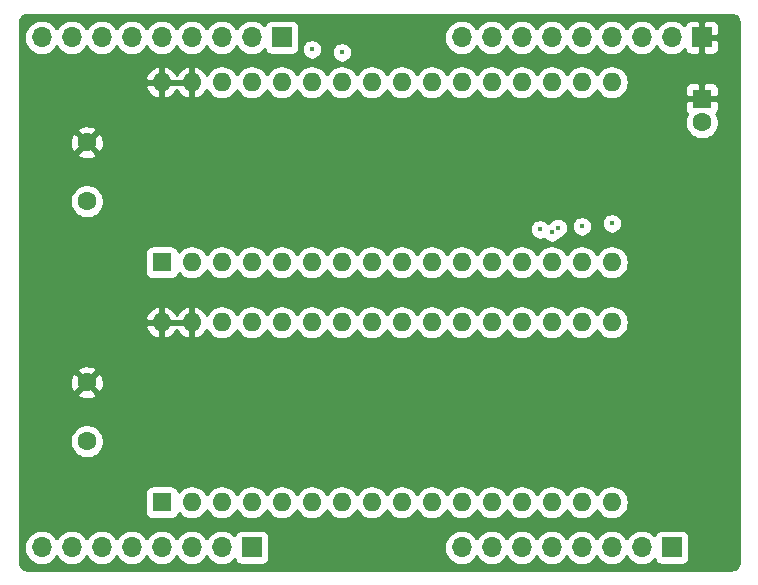
<source format=gbr>
G04 #@! TF.GenerationSoftware,KiCad,Pcbnew,(5.1.0-0)*
G04 #@! TF.CreationDate,2019-10-13T08:18:26-07:00*
G04 #@! TF.ProjectId,InstructionROMDaughterBoard,496e7374-7275-4637-9469-6f6e524f4d44,rev?*
G04 #@! TF.SameCoordinates,Original*
G04 #@! TF.FileFunction,Copper,L3,Inr*
G04 #@! TF.FilePolarity,Positive*
%FSLAX46Y46*%
G04 Gerber Fmt 4.6, Leading zero omitted, Abs format (unit mm)*
G04 Created by KiCad (PCBNEW (5.1.0-0)) date 2019-10-13 08:18:26*
%MOMM*%
%LPD*%
G04 APERTURE LIST*
%ADD10C,1.600000*%
%ADD11R,1.600000X1.600000*%
%ADD12O,1.600000X1.600000*%
%ADD13O,1.700000X1.700000*%
%ADD14R,1.700000X1.700000*%
%ADD15C,0.450000*%
%ADD16C,0.254000*%
G04 APERTURE END LIST*
D10*
X170180000Y-63087000D03*
D11*
X170180000Y-61087000D03*
D12*
X124460000Y-80010000D03*
X162560000Y-95250000D03*
X127000000Y-80010000D03*
X160020000Y-95250000D03*
X129540000Y-80010000D03*
X157480000Y-95250000D03*
X132080000Y-80010000D03*
X154940000Y-95250000D03*
X134620000Y-80010000D03*
X152400000Y-95250000D03*
X137160000Y-80010000D03*
X149860000Y-95250000D03*
X139700000Y-80010000D03*
X147320000Y-95250000D03*
X142240000Y-80010000D03*
X144780000Y-95250000D03*
X144780000Y-80010000D03*
X142240000Y-95250000D03*
X147320000Y-80010000D03*
X139700000Y-95250000D03*
X149860000Y-80010000D03*
X137160000Y-95250000D03*
X152400000Y-80010000D03*
X134620000Y-95250000D03*
X154940000Y-80010000D03*
X132080000Y-95250000D03*
X157480000Y-80010000D03*
X129540000Y-95250000D03*
X160020000Y-80010000D03*
X127000000Y-95250000D03*
X162560000Y-80010000D03*
D11*
X124460000Y-95250000D03*
D12*
X124460000Y-59690000D03*
X162560000Y-74930000D03*
X127000000Y-59690000D03*
X160020000Y-74930000D03*
X129540000Y-59690000D03*
X157480000Y-74930000D03*
X132080000Y-59690000D03*
X154940000Y-74930000D03*
X134620000Y-59690000D03*
X152400000Y-74930000D03*
X137160000Y-59690000D03*
X149860000Y-74930000D03*
X139700000Y-59690000D03*
X147320000Y-74930000D03*
X142240000Y-59690000D03*
X144780000Y-74930000D03*
X144780000Y-59690000D03*
X142240000Y-74930000D03*
X147320000Y-59690000D03*
X139700000Y-74930000D03*
X149860000Y-59690000D03*
X137160000Y-74930000D03*
X152400000Y-59690000D03*
X134620000Y-74930000D03*
X154940000Y-59690000D03*
X132080000Y-74930000D03*
X157480000Y-59690000D03*
X129540000Y-74930000D03*
X160020000Y-59690000D03*
X127000000Y-74930000D03*
X162560000Y-59690000D03*
D11*
X124460000Y-74930000D03*
D13*
X114300000Y-99060000D03*
X116840000Y-99060000D03*
X119380000Y-99060000D03*
X121920000Y-99060000D03*
X124460000Y-99060000D03*
X127000000Y-99060000D03*
X129540000Y-99060000D03*
D14*
X132080000Y-99060000D03*
D13*
X149860000Y-99060000D03*
X152400000Y-99060000D03*
X154940000Y-99060000D03*
X157480000Y-99060000D03*
X160020000Y-99060000D03*
X162560000Y-99060000D03*
X165100000Y-99060000D03*
D14*
X167640000Y-99060000D03*
D13*
X114300000Y-55880000D03*
X116840000Y-55880000D03*
X119380000Y-55880000D03*
X121920000Y-55880000D03*
X124460000Y-55880000D03*
X127000000Y-55880000D03*
X129540000Y-55880000D03*
X132080000Y-55880000D03*
D14*
X134620000Y-55880000D03*
D13*
X149860000Y-55880000D03*
X152400000Y-55880000D03*
X154940000Y-55880000D03*
X157480000Y-55880000D03*
X160020000Y-55880000D03*
X162560000Y-55880000D03*
X165100000Y-55880000D03*
X167640000Y-55880000D03*
D14*
X170180000Y-55880000D03*
D10*
X118110000Y-90090000D03*
X118110000Y-85090000D03*
X118110000Y-69770000D03*
X118110000Y-64770000D03*
D15*
X139700000Y-57150000D03*
X137160000Y-56896000D03*
X156464000Y-72136000D03*
X157480000Y-72390000D03*
X157988000Y-72009000D03*
X160020000Y-71882000D03*
X162560000Y-71628000D03*
D16*
G36*
X172837869Y-54014722D02*
G01*
X172951246Y-54048953D01*
X173055819Y-54104555D01*
X173147596Y-54179407D01*
X173223091Y-54270664D01*
X173279419Y-54374844D01*
X173314440Y-54487976D01*
X173330001Y-54636031D01*
X173330000Y-100297721D01*
X173315278Y-100447869D01*
X173281047Y-100561246D01*
X173225446Y-100665817D01*
X173150594Y-100757595D01*
X173059335Y-100833091D01*
X172955160Y-100889419D01*
X172842024Y-100924440D01*
X172693979Y-100940000D01*
X113062279Y-100940000D01*
X112912131Y-100925278D01*
X112798754Y-100891047D01*
X112694183Y-100835446D01*
X112602405Y-100760594D01*
X112526909Y-100669335D01*
X112470581Y-100565160D01*
X112435560Y-100452024D01*
X112420000Y-100303979D01*
X112420000Y-99060000D01*
X112807815Y-99060000D01*
X112836487Y-99351111D01*
X112921401Y-99631034D01*
X113059294Y-99889014D01*
X113244866Y-100115134D01*
X113470986Y-100300706D01*
X113728966Y-100438599D01*
X114008889Y-100523513D01*
X114227050Y-100545000D01*
X114372950Y-100545000D01*
X114591111Y-100523513D01*
X114871034Y-100438599D01*
X115129014Y-100300706D01*
X115355134Y-100115134D01*
X115540706Y-99889014D01*
X115570000Y-99834209D01*
X115599294Y-99889014D01*
X115784866Y-100115134D01*
X116010986Y-100300706D01*
X116268966Y-100438599D01*
X116548889Y-100523513D01*
X116767050Y-100545000D01*
X116912950Y-100545000D01*
X117131111Y-100523513D01*
X117411034Y-100438599D01*
X117669014Y-100300706D01*
X117895134Y-100115134D01*
X118080706Y-99889014D01*
X118110000Y-99834209D01*
X118139294Y-99889014D01*
X118324866Y-100115134D01*
X118550986Y-100300706D01*
X118808966Y-100438599D01*
X119088889Y-100523513D01*
X119307050Y-100545000D01*
X119452950Y-100545000D01*
X119671111Y-100523513D01*
X119951034Y-100438599D01*
X120209014Y-100300706D01*
X120435134Y-100115134D01*
X120620706Y-99889014D01*
X120650000Y-99834209D01*
X120679294Y-99889014D01*
X120864866Y-100115134D01*
X121090986Y-100300706D01*
X121348966Y-100438599D01*
X121628889Y-100523513D01*
X121847050Y-100545000D01*
X121992950Y-100545000D01*
X122211111Y-100523513D01*
X122491034Y-100438599D01*
X122749014Y-100300706D01*
X122975134Y-100115134D01*
X123160706Y-99889014D01*
X123190000Y-99834209D01*
X123219294Y-99889014D01*
X123404866Y-100115134D01*
X123630986Y-100300706D01*
X123888966Y-100438599D01*
X124168889Y-100523513D01*
X124387050Y-100545000D01*
X124532950Y-100545000D01*
X124751111Y-100523513D01*
X125031034Y-100438599D01*
X125289014Y-100300706D01*
X125515134Y-100115134D01*
X125700706Y-99889014D01*
X125730000Y-99834209D01*
X125759294Y-99889014D01*
X125944866Y-100115134D01*
X126170986Y-100300706D01*
X126428966Y-100438599D01*
X126708889Y-100523513D01*
X126927050Y-100545000D01*
X127072950Y-100545000D01*
X127291111Y-100523513D01*
X127571034Y-100438599D01*
X127829014Y-100300706D01*
X128055134Y-100115134D01*
X128240706Y-99889014D01*
X128270000Y-99834209D01*
X128299294Y-99889014D01*
X128484866Y-100115134D01*
X128710986Y-100300706D01*
X128968966Y-100438599D01*
X129248889Y-100523513D01*
X129467050Y-100545000D01*
X129612950Y-100545000D01*
X129831111Y-100523513D01*
X130111034Y-100438599D01*
X130369014Y-100300706D01*
X130595134Y-100115134D01*
X130619607Y-100085313D01*
X130640498Y-100154180D01*
X130699463Y-100264494D01*
X130778815Y-100361185D01*
X130875506Y-100440537D01*
X130985820Y-100499502D01*
X131105518Y-100535812D01*
X131230000Y-100548072D01*
X132930000Y-100548072D01*
X133054482Y-100535812D01*
X133174180Y-100499502D01*
X133284494Y-100440537D01*
X133381185Y-100361185D01*
X133460537Y-100264494D01*
X133519502Y-100154180D01*
X133555812Y-100034482D01*
X133568072Y-99910000D01*
X133568072Y-99060000D01*
X148367815Y-99060000D01*
X148396487Y-99351111D01*
X148481401Y-99631034D01*
X148619294Y-99889014D01*
X148804866Y-100115134D01*
X149030986Y-100300706D01*
X149288966Y-100438599D01*
X149568889Y-100523513D01*
X149787050Y-100545000D01*
X149932950Y-100545000D01*
X150151111Y-100523513D01*
X150431034Y-100438599D01*
X150689014Y-100300706D01*
X150915134Y-100115134D01*
X151100706Y-99889014D01*
X151130000Y-99834209D01*
X151159294Y-99889014D01*
X151344866Y-100115134D01*
X151570986Y-100300706D01*
X151828966Y-100438599D01*
X152108889Y-100523513D01*
X152327050Y-100545000D01*
X152472950Y-100545000D01*
X152691111Y-100523513D01*
X152971034Y-100438599D01*
X153229014Y-100300706D01*
X153455134Y-100115134D01*
X153640706Y-99889014D01*
X153670000Y-99834209D01*
X153699294Y-99889014D01*
X153884866Y-100115134D01*
X154110986Y-100300706D01*
X154368966Y-100438599D01*
X154648889Y-100523513D01*
X154867050Y-100545000D01*
X155012950Y-100545000D01*
X155231111Y-100523513D01*
X155511034Y-100438599D01*
X155769014Y-100300706D01*
X155995134Y-100115134D01*
X156180706Y-99889014D01*
X156210000Y-99834209D01*
X156239294Y-99889014D01*
X156424866Y-100115134D01*
X156650986Y-100300706D01*
X156908966Y-100438599D01*
X157188889Y-100523513D01*
X157407050Y-100545000D01*
X157552950Y-100545000D01*
X157771111Y-100523513D01*
X158051034Y-100438599D01*
X158309014Y-100300706D01*
X158535134Y-100115134D01*
X158720706Y-99889014D01*
X158750000Y-99834209D01*
X158779294Y-99889014D01*
X158964866Y-100115134D01*
X159190986Y-100300706D01*
X159448966Y-100438599D01*
X159728889Y-100523513D01*
X159947050Y-100545000D01*
X160092950Y-100545000D01*
X160311111Y-100523513D01*
X160591034Y-100438599D01*
X160849014Y-100300706D01*
X161075134Y-100115134D01*
X161260706Y-99889014D01*
X161290000Y-99834209D01*
X161319294Y-99889014D01*
X161504866Y-100115134D01*
X161730986Y-100300706D01*
X161988966Y-100438599D01*
X162268889Y-100523513D01*
X162487050Y-100545000D01*
X162632950Y-100545000D01*
X162851111Y-100523513D01*
X163131034Y-100438599D01*
X163389014Y-100300706D01*
X163615134Y-100115134D01*
X163800706Y-99889014D01*
X163830000Y-99834209D01*
X163859294Y-99889014D01*
X164044866Y-100115134D01*
X164270986Y-100300706D01*
X164528966Y-100438599D01*
X164808889Y-100523513D01*
X165027050Y-100545000D01*
X165172950Y-100545000D01*
X165391111Y-100523513D01*
X165671034Y-100438599D01*
X165929014Y-100300706D01*
X166155134Y-100115134D01*
X166179607Y-100085313D01*
X166200498Y-100154180D01*
X166259463Y-100264494D01*
X166338815Y-100361185D01*
X166435506Y-100440537D01*
X166545820Y-100499502D01*
X166665518Y-100535812D01*
X166790000Y-100548072D01*
X168490000Y-100548072D01*
X168614482Y-100535812D01*
X168734180Y-100499502D01*
X168844494Y-100440537D01*
X168941185Y-100361185D01*
X169020537Y-100264494D01*
X169079502Y-100154180D01*
X169115812Y-100034482D01*
X169128072Y-99910000D01*
X169128072Y-98210000D01*
X169115812Y-98085518D01*
X169079502Y-97965820D01*
X169020537Y-97855506D01*
X168941185Y-97758815D01*
X168844494Y-97679463D01*
X168734180Y-97620498D01*
X168614482Y-97584188D01*
X168490000Y-97571928D01*
X166790000Y-97571928D01*
X166665518Y-97584188D01*
X166545820Y-97620498D01*
X166435506Y-97679463D01*
X166338815Y-97758815D01*
X166259463Y-97855506D01*
X166200498Y-97965820D01*
X166179607Y-98034687D01*
X166155134Y-98004866D01*
X165929014Y-97819294D01*
X165671034Y-97681401D01*
X165391111Y-97596487D01*
X165172950Y-97575000D01*
X165027050Y-97575000D01*
X164808889Y-97596487D01*
X164528966Y-97681401D01*
X164270986Y-97819294D01*
X164044866Y-98004866D01*
X163859294Y-98230986D01*
X163830000Y-98285791D01*
X163800706Y-98230986D01*
X163615134Y-98004866D01*
X163389014Y-97819294D01*
X163131034Y-97681401D01*
X162851111Y-97596487D01*
X162632950Y-97575000D01*
X162487050Y-97575000D01*
X162268889Y-97596487D01*
X161988966Y-97681401D01*
X161730986Y-97819294D01*
X161504866Y-98004866D01*
X161319294Y-98230986D01*
X161290000Y-98285791D01*
X161260706Y-98230986D01*
X161075134Y-98004866D01*
X160849014Y-97819294D01*
X160591034Y-97681401D01*
X160311111Y-97596487D01*
X160092950Y-97575000D01*
X159947050Y-97575000D01*
X159728889Y-97596487D01*
X159448966Y-97681401D01*
X159190986Y-97819294D01*
X158964866Y-98004866D01*
X158779294Y-98230986D01*
X158750000Y-98285791D01*
X158720706Y-98230986D01*
X158535134Y-98004866D01*
X158309014Y-97819294D01*
X158051034Y-97681401D01*
X157771111Y-97596487D01*
X157552950Y-97575000D01*
X157407050Y-97575000D01*
X157188889Y-97596487D01*
X156908966Y-97681401D01*
X156650986Y-97819294D01*
X156424866Y-98004866D01*
X156239294Y-98230986D01*
X156210000Y-98285791D01*
X156180706Y-98230986D01*
X155995134Y-98004866D01*
X155769014Y-97819294D01*
X155511034Y-97681401D01*
X155231111Y-97596487D01*
X155012950Y-97575000D01*
X154867050Y-97575000D01*
X154648889Y-97596487D01*
X154368966Y-97681401D01*
X154110986Y-97819294D01*
X153884866Y-98004866D01*
X153699294Y-98230986D01*
X153670000Y-98285791D01*
X153640706Y-98230986D01*
X153455134Y-98004866D01*
X153229014Y-97819294D01*
X152971034Y-97681401D01*
X152691111Y-97596487D01*
X152472950Y-97575000D01*
X152327050Y-97575000D01*
X152108889Y-97596487D01*
X151828966Y-97681401D01*
X151570986Y-97819294D01*
X151344866Y-98004866D01*
X151159294Y-98230986D01*
X151130000Y-98285791D01*
X151100706Y-98230986D01*
X150915134Y-98004866D01*
X150689014Y-97819294D01*
X150431034Y-97681401D01*
X150151111Y-97596487D01*
X149932950Y-97575000D01*
X149787050Y-97575000D01*
X149568889Y-97596487D01*
X149288966Y-97681401D01*
X149030986Y-97819294D01*
X148804866Y-98004866D01*
X148619294Y-98230986D01*
X148481401Y-98488966D01*
X148396487Y-98768889D01*
X148367815Y-99060000D01*
X133568072Y-99060000D01*
X133568072Y-98210000D01*
X133555812Y-98085518D01*
X133519502Y-97965820D01*
X133460537Y-97855506D01*
X133381185Y-97758815D01*
X133284494Y-97679463D01*
X133174180Y-97620498D01*
X133054482Y-97584188D01*
X132930000Y-97571928D01*
X131230000Y-97571928D01*
X131105518Y-97584188D01*
X130985820Y-97620498D01*
X130875506Y-97679463D01*
X130778815Y-97758815D01*
X130699463Y-97855506D01*
X130640498Y-97965820D01*
X130619607Y-98034687D01*
X130595134Y-98004866D01*
X130369014Y-97819294D01*
X130111034Y-97681401D01*
X129831111Y-97596487D01*
X129612950Y-97575000D01*
X129467050Y-97575000D01*
X129248889Y-97596487D01*
X128968966Y-97681401D01*
X128710986Y-97819294D01*
X128484866Y-98004866D01*
X128299294Y-98230986D01*
X128270000Y-98285791D01*
X128240706Y-98230986D01*
X128055134Y-98004866D01*
X127829014Y-97819294D01*
X127571034Y-97681401D01*
X127291111Y-97596487D01*
X127072950Y-97575000D01*
X126927050Y-97575000D01*
X126708889Y-97596487D01*
X126428966Y-97681401D01*
X126170986Y-97819294D01*
X125944866Y-98004866D01*
X125759294Y-98230986D01*
X125730000Y-98285791D01*
X125700706Y-98230986D01*
X125515134Y-98004866D01*
X125289014Y-97819294D01*
X125031034Y-97681401D01*
X124751111Y-97596487D01*
X124532950Y-97575000D01*
X124387050Y-97575000D01*
X124168889Y-97596487D01*
X123888966Y-97681401D01*
X123630986Y-97819294D01*
X123404866Y-98004866D01*
X123219294Y-98230986D01*
X123190000Y-98285791D01*
X123160706Y-98230986D01*
X122975134Y-98004866D01*
X122749014Y-97819294D01*
X122491034Y-97681401D01*
X122211111Y-97596487D01*
X121992950Y-97575000D01*
X121847050Y-97575000D01*
X121628889Y-97596487D01*
X121348966Y-97681401D01*
X121090986Y-97819294D01*
X120864866Y-98004866D01*
X120679294Y-98230986D01*
X120650000Y-98285791D01*
X120620706Y-98230986D01*
X120435134Y-98004866D01*
X120209014Y-97819294D01*
X119951034Y-97681401D01*
X119671111Y-97596487D01*
X119452950Y-97575000D01*
X119307050Y-97575000D01*
X119088889Y-97596487D01*
X118808966Y-97681401D01*
X118550986Y-97819294D01*
X118324866Y-98004866D01*
X118139294Y-98230986D01*
X118110000Y-98285791D01*
X118080706Y-98230986D01*
X117895134Y-98004866D01*
X117669014Y-97819294D01*
X117411034Y-97681401D01*
X117131111Y-97596487D01*
X116912950Y-97575000D01*
X116767050Y-97575000D01*
X116548889Y-97596487D01*
X116268966Y-97681401D01*
X116010986Y-97819294D01*
X115784866Y-98004866D01*
X115599294Y-98230986D01*
X115570000Y-98285791D01*
X115540706Y-98230986D01*
X115355134Y-98004866D01*
X115129014Y-97819294D01*
X114871034Y-97681401D01*
X114591111Y-97596487D01*
X114372950Y-97575000D01*
X114227050Y-97575000D01*
X114008889Y-97596487D01*
X113728966Y-97681401D01*
X113470986Y-97819294D01*
X113244866Y-98004866D01*
X113059294Y-98230986D01*
X112921401Y-98488966D01*
X112836487Y-98768889D01*
X112807815Y-99060000D01*
X112420000Y-99060000D01*
X112420000Y-94450000D01*
X123021928Y-94450000D01*
X123021928Y-96050000D01*
X123034188Y-96174482D01*
X123070498Y-96294180D01*
X123129463Y-96404494D01*
X123208815Y-96501185D01*
X123305506Y-96580537D01*
X123415820Y-96639502D01*
X123535518Y-96675812D01*
X123660000Y-96688072D01*
X125260000Y-96688072D01*
X125384482Y-96675812D01*
X125504180Y-96639502D01*
X125614494Y-96580537D01*
X125711185Y-96501185D01*
X125790537Y-96404494D01*
X125849502Y-96294180D01*
X125885812Y-96174482D01*
X125887581Y-96156518D01*
X125980392Y-96269608D01*
X126198899Y-96448932D01*
X126448192Y-96582182D01*
X126718691Y-96664236D01*
X126929508Y-96685000D01*
X127070492Y-96685000D01*
X127281309Y-96664236D01*
X127551808Y-96582182D01*
X127801101Y-96448932D01*
X128019608Y-96269608D01*
X128198932Y-96051101D01*
X128270000Y-95918142D01*
X128341068Y-96051101D01*
X128520392Y-96269608D01*
X128738899Y-96448932D01*
X128988192Y-96582182D01*
X129258691Y-96664236D01*
X129469508Y-96685000D01*
X129610492Y-96685000D01*
X129821309Y-96664236D01*
X130091808Y-96582182D01*
X130341101Y-96448932D01*
X130559608Y-96269608D01*
X130738932Y-96051101D01*
X130810000Y-95918142D01*
X130881068Y-96051101D01*
X131060392Y-96269608D01*
X131278899Y-96448932D01*
X131528192Y-96582182D01*
X131798691Y-96664236D01*
X132009508Y-96685000D01*
X132150492Y-96685000D01*
X132361309Y-96664236D01*
X132631808Y-96582182D01*
X132881101Y-96448932D01*
X133099608Y-96269608D01*
X133278932Y-96051101D01*
X133350000Y-95918142D01*
X133421068Y-96051101D01*
X133600392Y-96269608D01*
X133818899Y-96448932D01*
X134068192Y-96582182D01*
X134338691Y-96664236D01*
X134549508Y-96685000D01*
X134690492Y-96685000D01*
X134901309Y-96664236D01*
X135171808Y-96582182D01*
X135421101Y-96448932D01*
X135639608Y-96269608D01*
X135818932Y-96051101D01*
X135890000Y-95918142D01*
X135961068Y-96051101D01*
X136140392Y-96269608D01*
X136358899Y-96448932D01*
X136608192Y-96582182D01*
X136878691Y-96664236D01*
X137089508Y-96685000D01*
X137230492Y-96685000D01*
X137441309Y-96664236D01*
X137711808Y-96582182D01*
X137961101Y-96448932D01*
X138179608Y-96269608D01*
X138358932Y-96051101D01*
X138430000Y-95918142D01*
X138501068Y-96051101D01*
X138680392Y-96269608D01*
X138898899Y-96448932D01*
X139148192Y-96582182D01*
X139418691Y-96664236D01*
X139629508Y-96685000D01*
X139770492Y-96685000D01*
X139981309Y-96664236D01*
X140251808Y-96582182D01*
X140501101Y-96448932D01*
X140719608Y-96269608D01*
X140898932Y-96051101D01*
X140970000Y-95918142D01*
X141041068Y-96051101D01*
X141220392Y-96269608D01*
X141438899Y-96448932D01*
X141688192Y-96582182D01*
X141958691Y-96664236D01*
X142169508Y-96685000D01*
X142310492Y-96685000D01*
X142521309Y-96664236D01*
X142791808Y-96582182D01*
X143041101Y-96448932D01*
X143259608Y-96269608D01*
X143438932Y-96051101D01*
X143510000Y-95918142D01*
X143581068Y-96051101D01*
X143760392Y-96269608D01*
X143978899Y-96448932D01*
X144228192Y-96582182D01*
X144498691Y-96664236D01*
X144709508Y-96685000D01*
X144850492Y-96685000D01*
X145061309Y-96664236D01*
X145331808Y-96582182D01*
X145581101Y-96448932D01*
X145799608Y-96269608D01*
X145978932Y-96051101D01*
X146050000Y-95918142D01*
X146121068Y-96051101D01*
X146300392Y-96269608D01*
X146518899Y-96448932D01*
X146768192Y-96582182D01*
X147038691Y-96664236D01*
X147249508Y-96685000D01*
X147390492Y-96685000D01*
X147601309Y-96664236D01*
X147871808Y-96582182D01*
X148121101Y-96448932D01*
X148339608Y-96269608D01*
X148518932Y-96051101D01*
X148590000Y-95918142D01*
X148661068Y-96051101D01*
X148840392Y-96269608D01*
X149058899Y-96448932D01*
X149308192Y-96582182D01*
X149578691Y-96664236D01*
X149789508Y-96685000D01*
X149930492Y-96685000D01*
X150141309Y-96664236D01*
X150411808Y-96582182D01*
X150661101Y-96448932D01*
X150879608Y-96269608D01*
X151058932Y-96051101D01*
X151130000Y-95918142D01*
X151201068Y-96051101D01*
X151380392Y-96269608D01*
X151598899Y-96448932D01*
X151848192Y-96582182D01*
X152118691Y-96664236D01*
X152329508Y-96685000D01*
X152470492Y-96685000D01*
X152681309Y-96664236D01*
X152951808Y-96582182D01*
X153201101Y-96448932D01*
X153419608Y-96269608D01*
X153598932Y-96051101D01*
X153670000Y-95918142D01*
X153741068Y-96051101D01*
X153920392Y-96269608D01*
X154138899Y-96448932D01*
X154388192Y-96582182D01*
X154658691Y-96664236D01*
X154869508Y-96685000D01*
X155010492Y-96685000D01*
X155221309Y-96664236D01*
X155491808Y-96582182D01*
X155741101Y-96448932D01*
X155959608Y-96269608D01*
X156138932Y-96051101D01*
X156210000Y-95918142D01*
X156281068Y-96051101D01*
X156460392Y-96269608D01*
X156678899Y-96448932D01*
X156928192Y-96582182D01*
X157198691Y-96664236D01*
X157409508Y-96685000D01*
X157550492Y-96685000D01*
X157761309Y-96664236D01*
X158031808Y-96582182D01*
X158281101Y-96448932D01*
X158499608Y-96269608D01*
X158678932Y-96051101D01*
X158750000Y-95918142D01*
X158821068Y-96051101D01*
X159000392Y-96269608D01*
X159218899Y-96448932D01*
X159468192Y-96582182D01*
X159738691Y-96664236D01*
X159949508Y-96685000D01*
X160090492Y-96685000D01*
X160301309Y-96664236D01*
X160571808Y-96582182D01*
X160821101Y-96448932D01*
X161039608Y-96269608D01*
X161218932Y-96051101D01*
X161290000Y-95918142D01*
X161361068Y-96051101D01*
X161540392Y-96269608D01*
X161758899Y-96448932D01*
X162008192Y-96582182D01*
X162278691Y-96664236D01*
X162489508Y-96685000D01*
X162630492Y-96685000D01*
X162841309Y-96664236D01*
X163111808Y-96582182D01*
X163361101Y-96448932D01*
X163579608Y-96269608D01*
X163758932Y-96051101D01*
X163892182Y-95801808D01*
X163974236Y-95531309D01*
X164001943Y-95250000D01*
X163974236Y-94968691D01*
X163892182Y-94698192D01*
X163758932Y-94448899D01*
X163579608Y-94230392D01*
X163361101Y-94051068D01*
X163111808Y-93917818D01*
X162841309Y-93835764D01*
X162630492Y-93815000D01*
X162489508Y-93815000D01*
X162278691Y-93835764D01*
X162008192Y-93917818D01*
X161758899Y-94051068D01*
X161540392Y-94230392D01*
X161361068Y-94448899D01*
X161290000Y-94581858D01*
X161218932Y-94448899D01*
X161039608Y-94230392D01*
X160821101Y-94051068D01*
X160571808Y-93917818D01*
X160301309Y-93835764D01*
X160090492Y-93815000D01*
X159949508Y-93815000D01*
X159738691Y-93835764D01*
X159468192Y-93917818D01*
X159218899Y-94051068D01*
X159000392Y-94230392D01*
X158821068Y-94448899D01*
X158750000Y-94581858D01*
X158678932Y-94448899D01*
X158499608Y-94230392D01*
X158281101Y-94051068D01*
X158031808Y-93917818D01*
X157761309Y-93835764D01*
X157550492Y-93815000D01*
X157409508Y-93815000D01*
X157198691Y-93835764D01*
X156928192Y-93917818D01*
X156678899Y-94051068D01*
X156460392Y-94230392D01*
X156281068Y-94448899D01*
X156210000Y-94581858D01*
X156138932Y-94448899D01*
X155959608Y-94230392D01*
X155741101Y-94051068D01*
X155491808Y-93917818D01*
X155221309Y-93835764D01*
X155010492Y-93815000D01*
X154869508Y-93815000D01*
X154658691Y-93835764D01*
X154388192Y-93917818D01*
X154138899Y-94051068D01*
X153920392Y-94230392D01*
X153741068Y-94448899D01*
X153670000Y-94581858D01*
X153598932Y-94448899D01*
X153419608Y-94230392D01*
X153201101Y-94051068D01*
X152951808Y-93917818D01*
X152681309Y-93835764D01*
X152470492Y-93815000D01*
X152329508Y-93815000D01*
X152118691Y-93835764D01*
X151848192Y-93917818D01*
X151598899Y-94051068D01*
X151380392Y-94230392D01*
X151201068Y-94448899D01*
X151130000Y-94581858D01*
X151058932Y-94448899D01*
X150879608Y-94230392D01*
X150661101Y-94051068D01*
X150411808Y-93917818D01*
X150141309Y-93835764D01*
X149930492Y-93815000D01*
X149789508Y-93815000D01*
X149578691Y-93835764D01*
X149308192Y-93917818D01*
X149058899Y-94051068D01*
X148840392Y-94230392D01*
X148661068Y-94448899D01*
X148590000Y-94581858D01*
X148518932Y-94448899D01*
X148339608Y-94230392D01*
X148121101Y-94051068D01*
X147871808Y-93917818D01*
X147601309Y-93835764D01*
X147390492Y-93815000D01*
X147249508Y-93815000D01*
X147038691Y-93835764D01*
X146768192Y-93917818D01*
X146518899Y-94051068D01*
X146300392Y-94230392D01*
X146121068Y-94448899D01*
X146050000Y-94581858D01*
X145978932Y-94448899D01*
X145799608Y-94230392D01*
X145581101Y-94051068D01*
X145331808Y-93917818D01*
X145061309Y-93835764D01*
X144850492Y-93815000D01*
X144709508Y-93815000D01*
X144498691Y-93835764D01*
X144228192Y-93917818D01*
X143978899Y-94051068D01*
X143760392Y-94230392D01*
X143581068Y-94448899D01*
X143510000Y-94581858D01*
X143438932Y-94448899D01*
X143259608Y-94230392D01*
X143041101Y-94051068D01*
X142791808Y-93917818D01*
X142521309Y-93835764D01*
X142310492Y-93815000D01*
X142169508Y-93815000D01*
X141958691Y-93835764D01*
X141688192Y-93917818D01*
X141438899Y-94051068D01*
X141220392Y-94230392D01*
X141041068Y-94448899D01*
X140970000Y-94581858D01*
X140898932Y-94448899D01*
X140719608Y-94230392D01*
X140501101Y-94051068D01*
X140251808Y-93917818D01*
X139981309Y-93835764D01*
X139770492Y-93815000D01*
X139629508Y-93815000D01*
X139418691Y-93835764D01*
X139148192Y-93917818D01*
X138898899Y-94051068D01*
X138680392Y-94230392D01*
X138501068Y-94448899D01*
X138430000Y-94581858D01*
X138358932Y-94448899D01*
X138179608Y-94230392D01*
X137961101Y-94051068D01*
X137711808Y-93917818D01*
X137441309Y-93835764D01*
X137230492Y-93815000D01*
X137089508Y-93815000D01*
X136878691Y-93835764D01*
X136608192Y-93917818D01*
X136358899Y-94051068D01*
X136140392Y-94230392D01*
X135961068Y-94448899D01*
X135890000Y-94581858D01*
X135818932Y-94448899D01*
X135639608Y-94230392D01*
X135421101Y-94051068D01*
X135171808Y-93917818D01*
X134901309Y-93835764D01*
X134690492Y-93815000D01*
X134549508Y-93815000D01*
X134338691Y-93835764D01*
X134068192Y-93917818D01*
X133818899Y-94051068D01*
X133600392Y-94230392D01*
X133421068Y-94448899D01*
X133350000Y-94581858D01*
X133278932Y-94448899D01*
X133099608Y-94230392D01*
X132881101Y-94051068D01*
X132631808Y-93917818D01*
X132361309Y-93835764D01*
X132150492Y-93815000D01*
X132009508Y-93815000D01*
X131798691Y-93835764D01*
X131528192Y-93917818D01*
X131278899Y-94051068D01*
X131060392Y-94230392D01*
X130881068Y-94448899D01*
X130810000Y-94581858D01*
X130738932Y-94448899D01*
X130559608Y-94230392D01*
X130341101Y-94051068D01*
X130091808Y-93917818D01*
X129821309Y-93835764D01*
X129610492Y-93815000D01*
X129469508Y-93815000D01*
X129258691Y-93835764D01*
X128988192Y-93917818D01*
X128738899Y-94051068D01*
X128520392Y-94230392D01*
X128341068Y-94448899D01*
X128270000Y-94581858D01*
X128198932Y-94448899D01*
X128019608Y-94230392D01*
X127801101Y-94051068D01*
X127551808Y-93917818D01*
X127281309Y-93835764D01*
X127070492Y-93815000D01*
X126929508Y-93815000D01*
X126718691Y-93835764D01*
X126448192Y-93917818D01*
X126198899Y-94051068D01*
X125980392Y-94230392D01*
X125887581Y-94343482D01*
X125885812Y-94325518D01*
X125849502Y-94205820D01*
X125790537Y-94095506D01*
X125711185Y-93998815D01*
X125614494Y-93919463D01*
X125504180Y-93860498D01*
X125384482Y-93824188D01*
X125260000Y-93811928D01*
X123660000Y-93811928D01*
X123535518Y-93824188D01*
X123415820Y-93860498D01*
X123305506Y-93919463D01*
X123208815Y-93998815D01*
X123129463Y-94095506D01*
X123070498Y-94205820D01*
X123034188Y-94325518D01*
X123021928Y-94450000D01*
X112420000Y-94450000D01*
X112420000Y-89948665D01*
X116675000Y-89948665D01*
X116675000Y-90231335D01*
X116730147Y-90508574D01*
X116838320Y-90769727D01*
X116995363Y-91004759D01*
X117195241Y-91204637D01*
X117430273Y-91361680D01*
X117691426Y-91469853D01*
X117968665Y-91525000D01*
X118251335Y-91525000D01*
X118528574Y-91469853D01*
X118789727Y-91361680D01*
X119024759Y-91204637D01*
X119224637Y-91004759D01*
X119381680Y-90769727D01*
X119489853Y-90508574D01*
X119545000Y-90231335D01*
X119545000Y-89948665D01*
X119489853Y-89671426D01*
X119381680Y-89410273D01*
X119224637Y-89175241D01*
X119024759Y-88975363D01*
X118789727Y-88818320D01*
X118528574Y-88710147D01*
X118251335Y-88655000D01*
X117968665Y-88655000D01*
X117691426Y-88710147D01*
X117430273Y-88818320D01*
X117195241Y-88975363D01*
X116995363Y-89175241D01*
X116838320Y-89410273D01*
X116730147Y-89671426D01*
X116675000Y-89948665D01*
X112420000Y-89948665D01*
X112420000Y-86082702D01*
X117296903Y-86082702D01*
X117368486Y-86326671D01*
X117623996Y-86447571D01*
X117898184Y-86516300D01*
X118180512Y-86530217D01*
X118460130Y-86488787D01*
X118726292Y-86393603D01*
X118851514Y-86326671D01*
X118923097Y-86082702D01*
X118110000Y-85269605D01*
X117296903Y-86082702D01*
X112420000Y-86082702D01*
X112420000Y-85160512D01*
X116669783Y-85160512D01*
X116711213Y-85440130D01*
X116806397Y-85706292D01*
X116873329Y-85831514D01*
X117117298Y-85903097D01*
X117930395Y-85090000D01*
X118289605Y-85090000D01*
X119102702Y-85903097D01*
X119346671Y-85831514D01*
X119467571Y-85576004D01*
X119536300Y-85301816D01*
X119550217Y-85019488D01*
X119508787Y-84739870D01*
X119413603Y-84473708D01*
X119346671Y-84348486D01*
X119102702Y-84276903D01*
X118289605Y-85090000D01*
X117930395Y-85090000D01*
X117117298Y-84276903D01*
X116873329Y-84348486D01*
X116752429Y-84603996D01*
X116683700Y-84878184D01*
X116669783Y-85160512D01*
X112420000Y-85160512D01*
X112420000Y-84097298D01*
X117296903Y-84097298D01*
X118110000Y-84910395D01*
X118923097Y-84097298D01*
X118851514Y-83853329D01*
X118596004Y-83732429D01*
X118321816Y-83663700D01*
X118039488Y-83649783D01*
X117759870Y-83691213D01*
X117493708Y-83786397D01*
X117368486Y-83853329D01*
X117296903Y-84097298D01*
X112420000Y-84097298D01*
X112420000Y-80359040D01*
X123068091Y-80359040D01*
X123162930Y-80623881D01*
X123307615Y-80865131D01*
X123496586Y-81073519D01*
X123722580Y-81241037D01*
X123976913Y-81361246D01*
X124110961Y-81401904D01*
X124333000Y-81279915D01*
X124333000Y-80137000D01*
X124587000Y-80137000D01*
X124587000Y-81279915D01*
X124809039Y-81401904D01*
X124943087Y-81361246D01*
X125197420Y-81241037D01*
X125423414Y-81073519D01*
X125612385Y-80865131D01*
X125730000Y-80669018D01*
X125847615Y-80865131D01*
X126036586Y-81073519D01*
X126262580Y-81241037D01*
X126516913Y-81361246D01*
X126650961Y-81401904D01*
X126873000Y-81279915D01*
X126873000Y-80137000D01*
X124587000Y-80137000D01*
X124333000Y-80137000D01*
X123189376Y-80137000D01*
X123068091Y-80359040D01*
X112420000Y-80359040D01*
X112420000Y-79660960D01*
X123068091Y-79660960D01*
X123189376Y-79883000D01*
X124333000Y-79883000D01*
X124333000Y-78740085D01*
X124587000Y-78740085D01*
X124587000Y-79883000D01*
X126873000Y-79883000D01*
X126873000Y-78740085D01*
X127127000Y-78740085D01*
X127127000Y-79883000D01*
X127147000Y-79883000D01*
X127147000Y-80137000D01*
X127127000Y-80137000D01*
X127127000Y-81279915D01*
X127349039Y-81401904D01*
X127483087Y-81361246D01*
X127737420Y-81241037D01*
X127963414Y-81073519D01*
X128152385Y-80865131D01*
X128267421Y-80673318D01*
X128341068Y-80811101D01*
X128520392Y-81029608D01*
X128738899Y-81208932D01*
X128988192Y-81342182D01*
X129258691Y-81424236D01*
X129469508Y-81445000D01*
X129610492Y-81445000D01*
X129821309Y-81424236D01*
X130091808Y-81342182D01*
X130341101Y-81208932D01*
X130559608Y-81029608D01*
X130738932Y-80811101D01*
X130810000Y-80678142D01*
X130881068Y-80811101D01*
X131060392Y-81029608D01*
X131278899Y-81208932D01*
X131528192Y-81342182D01*
X131798691Y-81424236D01*
X132009508Y-81445000D01*
X132150492Y-81445000D01*
X132361309Y-81424236D01*
X132631808Y-81342182D01*
X132881101Y-81208932D01*
X133099608Y-81029608D01*
X133278932Y-80811101D01*
X133350000Y-80678142D01*
X133421068Y-80811101D01*
X133600392Y-81029608D01*
X133818899Y-81208932D01*
X134068192Y-81342182D01*
X134338691Y-81424236D01*
X134549508Y-81445000D01*
X134690492Y-81445000D01*
X134901309Y-81424236D01*
X135171808Y-81342182D01*
X135421101Y-81208932D01*
X135639608Y-81029608D01*
X135818932Y-80811101D01*
X135890000Y-80678142D01*
X135961068Y-80811101D01*
X136140392Y-81029608D01*
X136358899Y-81208932D01*
X136608192Y-81342182D01*
X136878691Y-81424236D01*
X137089508Y-81445000D01*
X137230492Y-81445000D01*
X137441309Y-81424236D01*
X137711808Y-81342182D01*
X137961101Y-81208932D01*
X138179608Y-81029608D01*
X138358932Y-80811101D01*
X138430000Y-80678142D01*
X138501068Y-80811101D01*
X138680392Y-81029608D01*
X138898899Y-81208932D01*
X139148192Y-81342182D01*
X139418691Y-81424236D01*
X139629508Y-81445000D01*
X139770492Y-81445000D01*
X139981309Y-81424236D01*
X140251808Y-81342182D01*
X140501101Y-81208932D01*
X140719608Y-81029608D01*
X140898932Y-80811101D01*
X140970000Y-80678142D01*
X141041068Y-80811101D01*
X141220392Y-81029608D01*
X141438899Y-81208932D01*
X141688192Y-81342182D01*
X141958691Y-81424236D01*
X142169508Y-81445000D01*
X142310492Y-81445000D01*
X142521309Y-81424236D01*
X142791808Y-81342182D01*
X143041101Y-81208932D01*
X143259608Y-81029608D01*
X143438932Y-80811101D01*
X143510000Y-80678142D01*
X143581068Y-80811101D01*
X143760392Y-81029608D01*
X143978899Y-81208932D01*
X144228192Y-81342182D01*
X144498691Y-81424236D01*
X144709508Y-81445000D01*
X144850492Y-81445000D01*
X145061309Y-81424236D01*
X145331808Y-81342182D01*
X145581101Y-81208932D01*
X145799608Y-81029608D01*
X145978932Y-80811101D01*
X146050000Y-80678142D01*
X146121068Y-80811101D01*
X146300392Y-81029608D01*
X146518899Y-81208932D01*
X146768192Y-81342182D01*
X147038691Y-81424236D01*
X147249508Y-81445000D01*
X147390492Y-81445000D01*
X147601309Y-81424236D01*
X147871808Y-81342182D01*
X148121101Y-81208932D01*
X148339608Y-81029608D01*
X148518932Y-80811101D01*
X148590000Y-80678142D01*
X148661068Y-80811101D01*
X148840392Y-81029608D01*
X149058899Y-81208932D01*
X149308192Y-81342182D01*
X149578691Y-81424236D01*
X149789508Y-81445000D01*
X149930492Y-81445000D01*
X150141309Y-81424236D01*
X150411808Y-81342182D01*
X150661101Y-81208932D01*
X150879608Y-81029608D01*
X151058932Y-80811101D01*
X151130000Y-80678142D01*
X151201068Y-80811101D01*
X151380392Y-81029608D01*
X151598899Y-81208932D01*
X151848192Y-81342182D01*
X152118691Y-81424236D01*
X152329508Y-81445000D01*
X152470492Y-81445000D01*
X152681309Y-81424236D01*
X152951808Y-81342182D01*
X153201101Y-81208932D01*
X153419608Y-81029608D01*
X153598932Y-80811101D01*
X153670000Y-80678142D01*
X153741068Y-80811101D01*
X153920392Y-81029608D01*
X154138899Y-81208932D01*
X154388192Y-81342182D01*
X154658691Y-81424236D01*
X154869508Y-81445000D01*
X155010492Y-81445000D01*
X155221309Y-81424236D01*
X155491808Y-81342182D01*
X155741101Y-81208932D01*
X155959608Y-81029608D01*
X156138932Y-80811101D01*
X156210000Y-80678142D01*
X156281068Y-80811101D01*
X156460392Y-81029608D01*
X156678899Y-81208932D01*
X156928192Y-81342182D01*
X157198691Y-81424236D01*
X157409508Y-81445000D01*
X157550492Y-81445000D01*
X157761309Y-81424236D01*
X158031808Y-81342182D01*
X158281101Y-81208932D01*
X158499608Y-81029608D01*
X158678932Y-80811101D01*
X158750000Y-80678142D01*
X158821068Y-80811101D01*
X159000392Y-81029608D01*
X159218899Y-81208932D01*
X159468192Y-81342182D01*
X159738691Y-81424236D01*
X159949508Y-81445000D01*
X160090492Y-81445000D01*
X160301309Y-81424236D01*
X160571808Y-81342182D01*
X160821101Y-81208932D01*
X161039608Y-81029608D01*
X161218932Y-80811101D01*
X161290000Y-80678142D01*
X161361068Y-80811101D01*
X161540392Y-81029608D01*
X161758899Y-81208932D01*
X162008192Y-81342182D01*
X162278691Y-81424236D01*
X162489508Y-81445000D01*
X162630492Y-81445000D01*
X162841309Y-81424236D01*
X163111808Y-81342182D01*
X163361101Y-81208932D01*
X163579608Y-81029608D01*
X163758932Y-80811101D01*
X163892182Y-80561808D01*
X163974236Y-80291309D01*
X164001943Y-80010000D01*
X163974236Y-79728691D01*
X163892182Y-79458192D01*
X163758932Y-79208899D01*
X163579608Y-78990392D01*
X163361101Y-78811068D01*
X163111808Y-78677818D01*
X162841309Y-78595764D01*
X162630492Y-78575000D01*
X162489508Y-78575000D01*
X162278691Y-78595764D01*
X162008192Y-78677818D01*
X161758899Y-78811068D01*
X161540392Y-78990392D01*
X161361068Y-79208899D01*
X161290000Y-79341858D01*
X161218932Y-79208899D01*
X161039608Y-78990392D01*
X160821101Y-78811068D01*
X160571808Y-78677818D01*
X160301309Y-78595764D01*
X160090492Y-78575000D01*
X159949508Y-78575000D01*
X159738691Y-78595764D01*
X159468192Y-78677818D01*
X159218899Y-78811068D01*
X159000392Y-78990392D01*
X158821068Y-79208899D01*
X158750000Y-79341858D01*
X158678932Y-79208899D01*
X158499608Y-78990392D01*
X158281101Y-78811068D01*
X158031808Y-78677818D01*
X157761309Y-78595764D01*
X157550492Y-78575000D01*
X157409508Y-78575000D01*
X157198691Y-78595764D01*
X156928192Y-78677818D01*
X156678899Y-78811068D01*
X156460392Y-78990392D01*
X156281068Y-79208899D01*
X156210000Y-79341858D01*
X156138932Y-79208899D01*
X155959608Y-78990392D01*
X155741101Y-78811068D01*
X155491808Y-78677818D01*
X155221309Y-78595764D01*
X155010492Y-78575000D01*
X154869508Y-78575000D01*
X154658691Y-78595764D01*
X154388192Y-78677818D01*
X154138899Y-78811068D01*
X153920392Y-78990392D01*
X153741068Y-79208899D01*
X153670000Y-79341858D01*
X153598932Y-79208899D01*
X153419608Y-78990392D01*
X153201101Y-78811068D01*
X152951808Y-78677818D01*
X152681309Y-78595764D01*
X152470492Y-78575000D01*
X152329508Y-78575000D01*
X152118691Y-78595764D01*
X151848192Y-78677818D01*
X151598899Y-78811068D01*
X151380392Y-78990392D01*
X151201068Y-79208899D01*
X151130000Y-79341858D01*
X151058932Y-79208899D01*
X150879608Y-78990392D01*
X150661101Y-78811068D01*
X150411808Y-78677818D01*
X150141309Y-78595764D01*
X149930492Y-78575000D01*
X149789508Y-78575000D01*
X149578691Y-78595764D01*
X149308192Y-78677818D01*
X149058899Y-78811068D01*
X148840392Y-78990392D01*
X148661068Y-79208899D01*
X148590000Y-79341858D01*
X148518932Y-79208899D01*
X148339608Y-78990392D01*
X148121101Y-78811068D01*
X147871808Y-78677818D01*
X147601309Y-78595764D01*
X147390492Y-78575000D01*
X147249508Y-78575000D01*
X147038691Y-78595764D01*
X146768192Y-78677818D01*
X146518899Y-78811068D01*
X146300392Y-78990392D01*
X146121068Y-79208899D01*
X146050000Y-79341858D01*
X145978932Y-79208899D01*
X145799608Y-78990392D01*
X145581101Y-78811068D01*
X145331808Y-78677818D01*
X145061309Y-78595764D01*
X144850492Y-78575000D01*
X144709508Y-78575000D01*
X144498691Y-78595764D01*
X144228192Y-78677818D01*
X143978899Y-78811068D01*
X143760392Y-78990392D01*
X143581068Y-79208899D01*
X143510000Y-79341858D01*
X143438932Y-79208899D01*
X143259608Y-78990392D01*
X143041101Y-78811068D01*
X142791808Y-78677818D01*
X142521309Y-78595764D01*
X142310492Y-78575000D01*
X142169508Y-78575000D01*
X141958691Y-78595764D01*
X141688192Y-78677818D01*
X141438899Y-78811068D01*
X141220392Y-78990392D01*
X141041068Y-79208899D01*
X140970000Y-79341858D01*
X140898932Y-79208899D01*
X140719608Y-78990392D01*
X140501101Y-78811068D01*
X140251808Y-78677818D01*
X139981309Y-78595764D01*
X139770492Y-78575000D01*
X139629508Y-78575000D01*
X139418691Y-78595764D01*
X139148192Y-78677818D01*
X138898899Y-78811068D01*
X138680392Y-78990392D01*
X138501068Y-79208899D01*
X138430000Y-79341858D01*
X138358932Y-79208899D01*
X138179608Y-78990392D01*
X137961101Y-78811068D01*
X137711808Y-78677818D01*
X137441309Y-78595764D01*
X137230492Y-78575000D01*
X137089508Y-78575000D01*
X136878691Y-78595764D01*
X136608192Y-78677818D01*
X136358899Y-78811068D01*
X136140392Y-78990392D01*
X135961068Y-79208899D01*
X135890000Y-79341858D01*
X135818932Y-79208899D01*
X135639608Y-78990392D01*
X135421101Y-78811068D01*
X135171808Y-78677818D01*
X134901309Y-78595764D01*
X134690492Y-78575000D01*
X134549508Y-78575000D01*
X134338691Y-78595764D01*
X134068192Y-78677818D01*
X133818899Y-78811068D01*
X133600392Y-78990392D01*
X133421068Y-79208899D01*
X133350000Y-79341858D01*
X133278932Y-79208899D01*
X133099608Y-78990392D01*
X132881101Y-78811068D01*
X132631808Y-78677818D01*
X132361309Y-78595764D01*
X132150492Y-78575000D01*
X132009508Y-78575000D01*
X131798691Y-78595764D01*
X131528192Y-78677818D01*
X131278899Y-78811068D01*
X131060392Y-78990392D01*
X130881068Y-79208899D01*
X130810000Y-79341858D01*
X130738932Y-79208899D01*
X130559608Y-78990392D01*
X130341101Y-78811068D01*
X130091808Y-78677818D01*
X129821309Y-78595764D01*
X129610492Y-78575000D01*
X129469508Y-78575000D01*
X129258691Y-78595764D01*
X128988192Y-78677818D01*
X128738899Y-78811068D01*
X128520392Y-78990392D01*
X128341068Y-79208899D01*
X128267421Y-79346682D01*
X128152385Y-79154869D01*
X127963414Y-78946481D01*
X127737420Y-78778963D01*
X127483087Y-78658754D01*
X127349039Y-78618096D01*
X127127000Y-78740085D01*
X126873000Y-78740085D01*
X126650961Y-78618096D01*
X126516913Y-78658754D01*
X126262580Y-78778963D01*
X126036586Y-78946481D01*
X125847615Y-79154869D01*
X125730000Y-79350982D01*
X125612385Y-79154869D01*
X125423414Y-78946481D01*
X125197420Y-78778963D01*
X124943087Y-78658754D01*
X124809039Y-78618096D01*
X124587000Y-78740085D01*
X124333000Y-78740085D01*
X124110961Y-78618096D01*
X123976913Y-78658754D01*
X123722580Y-78778963D01*
X123496586Y-78946481D01*
X123307615Y-79154869D01*
X123162930Y-79396119D01*
X123068091Y-79660960D01*
X112420000Y-79660960D01*
X112420000Y-74130000D01*
X123021928Y-74130000D01*
X123021928Y-75730000D01*
X123034188Y-75854482D01*
X123070498Y-75974180D01*
X123129463Y-76084494D01*
X123208815Y-76181185D01*
X123305506Y-76260537D01*
X123415820Y-76319502D01*
X123535518Y-76355812D01*
X123660000Y-76368072D01*
X125260000Y-76368072D01*
X125384482Y-76355812D01*
X125504180Y-76319502D01*
X125614494Y-76260537D01*
X125711185Y-76181185D01*
X125790537Y-76084494D01*
X125849502Y-75974180D01*
X125885812Y-75854482D01*
X125887581Y-75836518D01*
X125980392Y-75949608D01*
X126198899Y-76128932D01*
X126448192Y-76262182D01*
X126718691Y-76344236D01*
X126929508Y-76365000D01*
X127070492Y-76365000D01*
X127281309Y-76344236D01*
X127551808Y-76262182D01*
X127801101Y-76128932D01*
X128019608Y-75949608D01*
X128198932Y-75731101D01*
X128270000Y-75598142D01*
X128341068Y-75731101D01*
X128520392Y-75949608D01*
X128738899Y-76128932D01*
X128988192Y-76262182D01*
X129258691Y-76344236D01*
X129469508Y-76365000D01*
X129610492Y-76365000D01*
X129821309Y-76344236D01*
X130091808Y-76262182D01*
X130341101Y-76128932D01*
X130559608Y-75949608D01*
X130738932Y-75731101D01*
X130810000Y-75598142D01*
X130881068Y-75731101D01*
X131060392Y-75949608D01*
X131278899Y-76128932D01*
X131528192Y-76262182D01*
X131798691Y-76344236D01*
X132009508Y-76365000D01*
X132150492Y-76365000D01*
X132361309Y-76344236D01*
X132631808Y-76262182D01*
X132881101Y-76128932D01*
X133099608Y-75949608D01*
X133278932Y-75731101D01*
X133350000Y-75598142D01*
X133421068Y-75731101D01*
X133600392Y-75949608D01*
X133818899Y-76128932D01*
X134068192Y-76262182D01*
X134338691Y-76344236D01*
X134549508Y-76365000D01*
X134690492Y-76365000D01*
X134901309Y-76344236D01*
X135171808Y-76262182D01*
X135421101Y-76128932D01*
X135639608Y-75949608D01*
X135818932Y-75731101D01*
X135890000Y-75598142D01*
X135961068Y-75731101D01*
X136140392Y-75949608D01*
X136358899Y-76128932D01*
X136608192Y-76262182D01*
X136878691Y-76344236D01*
X137089508Y-76365000D01*
X137230492Y-76365000D01*
X137441309Y-76344236D01*
X137711808Y-76262182D01*
X137961101Y-76128932D01*
X138179608Y-75949608D01*
X138358932Y-75731101D01*
X138430000Y-75598142D01*
X138501068Y-75731101D01*
X138680392Y-75949608D01*
X138898899Y-76128932D01*
X139148192Y-76262182D01*
X139418691Y-76344236D01*
X139629508Y-76365000D01*
X139770492Y-76365000D01*
X139981309Y-76344236D01*
X140251808Y-76262182D01*
X140501101Y-76128932D01*
X140719608Y-75949608D01*
X140898932Y-75731101D01*
X140970000Y-75598142D01*
X141041068Y-75731101D01*
X141220392Y-75949608D01*
X141438899Y-76128932D01*
X141688192Y-76262182D01*
X141958691Y-76344236D01*
X142169508Y-76365000D01*
X142310492Y-76365000D01*
X142521309Y-76344236D01*
X142791808Y-76262182D01*
X143041101Y-76128932D01*
X143259608Y-75949608D01*
X143438932Y-75731101D01*
X143510000Y-75598142D01*
X143581068Y-75731101D01*
X143760392Y-75949608D01*
X143978899Y-76128932D01*
X144228192Y-76262182D01*
X144498691Y-76344236D01*
X144709508Y-76365000D01*
X144850492Y-76365000D01*
X145061309Y-76344236D01*
X145331808Y-76262182D01*
X145581101Y-76128932D01*
X145799608Y-75949608D01*
X145978932Y-75731101D01*
X146050000Y-75598142D01*
X146121068Y-75731101D01*
X146300392Y-75949608D01*
X146518899Y-76128932D01*
X146768192Y-76262182D01*
X147038691Y-76344236D01*
X147249508Y-76365000D01*
X147390492Y-76365000D01*
X147601309Y-76344236D01*
X147871808Y-76262182D01*
X148121101Y-76128932D01*
X148339608Y-75949608D01*
X148518932Y-75731101D01*
X148590000Y-75598142D01*
X148661068Y-75731101D01*
X148840392Y-75949608D01*
X149058899Y-76128932D01*
X149308192Y-76262182D01*
X149578691Y-76344236D01*
X149789508Y-76365000D01*
X149930492Y-76365000D01*
X150141309Y-76344236D01*
X150411808Y-76262182D01*
X150661101Y-76128932D01*
X150879608Y-75949608D01*
X151058932Y-75731101D01*
X151130000Y-75598142D01*
X151201068Y-75731101D01*
X151380392Y-75949608D01*
X151598899Y-76128932D01*
X151848192Y-76262182D01*
X152118691Y-76344236D01*
X152329508Y-76365000D01*
X152470492Y-76365000D01*
X152681309Y-76344236D01*
X152951808Y-76262182D01*
X153201101Y-76128932D01*
X153419608Y-75949608D01*
X153598932Y-75731101D01*
X153670000Y-75598142D01*
X153741068Y-75731101D01*
X153920392Y-75949608D01*
X154138899Y-76128932D01*
X154388192Y-76262182D01*
X154658691Y-76344236D01*
X154869508Y-76365000D01*
X155010492Y-76365000D01*
X155221309Y-76344236D01*
X155491808Y-76262182D01*
X155741101Y-76128932D01*
X155959608Y-75949608D01*
X156138932Y-75731101D01*
X156210000Y-75598142D01*
X156281068Y-75731101D01*
X156460392Y-75949608D01*
X156678899Y-76128932D01*
X156928192Y-76262182D01*
X157198691Y-76344236D01*
X157409508Y-76365000D01*
X157550492Y-76365000D01*
X157761309Y-76344236D01*
X158031808Y-76262182D01*
X158281101Y-76128932D01*
X158499608Y-75949608D01*
X158678932Y-75731101D01*
X158750000Y-75598142D01*
X158821068Y-75731101D01*
X159000392Y-75949608D01*
X159218899Y-76128932D01*
X159468192Y-76262182D01*
X159738691Y-76344236D01*
X159949508Y-76365000D01*
X160090492Y-76365000D01*
X160301309Y-76344236D01*
X160571808Y-76262182D01*
X160821101Y-76128932D01*
X161039608Y-75949608D01*
X161218932Y-75731101D01*
X161290000Y-75598142D01*
X161361068Y-75731101D01*
X161540392Y-75949608D01*
X161758899Y-76128932D01*
X162008192Y-76262182D01*
X162278691Y-76344236D01*
X162489508Y-76365000D01*
X162630492Y-76365000D01*
X162841309Y-76344236D01*
X163111808Y-76262182D01*
X163361101Y-76128932D01*
X163579608Y-75949608D01*
X163758932Y-75731101D01*
X163892182Y-75481808D01*
X163974236Y-75211309D01*
X164001943Y-74930000D01*
X163974236Y-74648691D01*
X163892182Y-74378192D01*
X163758932Y-74128899D01*
X163579608Y-73910392D01*
X163361101Y-73731068D01*
X163111808Y-73597818D01*
X162841309Y-73515764D01*
X162630492Y-73495000D01*
X162489508Y-73495000D01*
X162278691Y-73515764D01*
X162008192Y-73597818D01*
X161758899Y-73731068D01*
X161540392Y-73910392D01*
X161361068Y-74128899D01*
X161290000Y-74261858D01*
X161218932Y-74128899D01*
X161039608Y-73910392D01*
X160821101Y-73731068D01*
X160571808Y-73597818D01*
X160301309Y-73515764D01*
X160090492Y-73495000D01*
X159949508Y-73495000D01*
X159738691Y-73515764D01*
X159468192Y-73597818D01*
X159218899Y-73731068D01*
X159000392Y-73910392D01*
X158821068Y-74128899D01*
X158750000Y-74261858D01*
X158678932Y-74128899D01*
X158499608Y-73910392D01*
X158281101Y-73731068D01*
X158031808Y-73597818D01*
X157761309Y-73515764D01*
X157550492Y-73495000D01*
X157409508Y-73495000D01*
X157198691Y-73515764D01*
X156928192Y-73597818D01*
X156678899Y-73731068D01*
X156460392Y-73910392D01*
X156281068Y-74128899D01*
X156210000Y-74261858D01*
X156138932Y-74128899D01*
X155959608Y-73910392D01*
X155741101Y-73731068D01*
X155491808Y-73597818D01*
X155221309Y-73515764D01*
X155010492Y-73495000D01*
X154869508Y-73495000D01*
X154658691Y-73515764D01*
X154388192Y-73597818D01*
X154138899Y-73731068D01*
X153920392Y-73910392D01*
X153741068Y-74128899D01*
X153670000Y-74261858D01*
X153598932Y-74128899D01*
X153419608Y-73910392D01*
X153201101Y-73731068D01*
X152951808Y-73597818D01*
X152681309Y-73515764D01*
X152470492Y-73495000D01*
X152329508Y-73495000D01*
X152118691Y-73515764D01*
X151848192Y-73597818D01*
X151598899Y-73731068D01*
X151380392Y-73910392D01*
X151201068Y-74128899D01*
X151130000Y-74261858D01*
X151058932Y-74128899D01*
X150879608Y-73910392D01*
X150661101Y-73731068D01*
X150411808Y-73597818D01*
X150141309Y-73515764D01*
X149930492Y-73495000D01*
X149789508Y-73495000D01*
X149578691Y-73515764D01*
X149308192Y-73597818D01*
X149058899Y-73731068D01*
X148840392Y-73910392D01*
X148661068Y-74128899D01*
X148590000Y-74261858D01*
X148518932Y-74128899D01*
X148339608Y-73910392D01*
X148121101Y-73731068D01*
X147871808Y-73597818D01*
X147601309Y-73515764D01*
X147390492Y-73495000D01*
X147249508Y-73495000D01*
X147038691Y-73515764D01*
X146768192Y-73597818D01*
X146518899Y-73731068D01*
X146300392Y-73910392D01*
X146121068Y-74128899D01*
X146050000Y-74261858D01*
X145978932Y-74128899D01*
X145799608Y-73910392D01*
X145581101Y-73731068D01*
X145331808Y-73597818D01*
X145061309Y-73515764D01*
X144850492Y-73495000D01*
X144709508Y-73495000D01*
X144498691Y-73515764D01*
X144228192Y-73597818D01*
X143978899Y-73731068D01*
X143760392Y-73910392D01*
X143581068Y-74128899D01*
X143510000Y-74261858D01*
X143438932Y-74128899D01*
X143259608Y-73910392D01*
X143041101Y-73731068D01*
X142791808Y-73597818D01*
X142521309Y-73515764D01*
X142310492Y-73495000D01*
X142169508Y-73495000D01*
X141958691Y-73515764D01*
X141688192Y-73597818D01*
X141438899Y-73731068D01*
X141220392Y-73910392D01*
X141041068Y-74128899D01*
X140970000Y-74261858D01*
X140898932Y-74128899D01*
X140719608Y-73910392D01*
X140501101Y-73731068D01*
X140251808Y-73597818D01*
X139981309Y-73515764D01*
X139770492Y-73495000D01*
X139629508Y-73495000D01*
X139418691Y-73515764D01*
X139148192Y-73597818D01*
X138898899Y-73731068D01*
X138680392Y-73910392D01*
X138501068Y-74128899D01*
X138430000Y-74261858D01*
X138358932Y-74128899D01*
X138179608Y-73910392D01*
X137961101Y-73731068D01*
X137711808Y-73597818D01*
X137441309Y-73515764D01*
X137230492Y-73495000D01*
X137089508Y-73495000D01*
X136878691Y-73515764D01*
X136608192Y-73597818D01*
X136358899Y-73731068D01*
X136140392Y-73910392D01*
X135961068Y-74128899D01*
X135890000Y-74261858D01*
X135818932Y-74128899D01*
X135639608Y-73910392D01*
X135421101Y-73731068D01*
X135171808Y-73597818D01*
X134901309Y-73515764D01*
X134690492Y-73495000D01*
X134549508Y-73495000D01*
X134338691Y-73515764D01*
X134068192Y-73597818D01*
X133818899Y-73731068D01*
X133600392Y-73910392D01*
X133421068Y-74128899D01*
X133350000Y-74261858D01*
X133278932Y-74128899D01*
X133099608Y-73910392D01*
X132881101Y-73731068D01*
X132631808Y-73597818D01*
X132361309Y-73515764D01*
X132150492Y-73495000D01*
X132009508Y-73495000D01*
X131798691Y-73515764D01*
X131528192Y-73597818D01*
X131278899Y-73731068D01*
X131060392Y-73910392D01*
X130881068Y-74128899D01*
X130810000Y-74261858D01*
X130738932Y-74128899D01*
X130559608Y-73910392D01*
X130341101Y-73731068D01*
X130091808Y-73597818D01*
X129821309Y-73515764D01*
X129610492Y-73495000D01*
X129469508Y-73495000D01*
X129258691Y-73515764D01*
X128988192Y-73597818D01*
X128738899Y-73731068D01*
X128520392Y-73910392D01*
X128341068Y-74128899D01*
X128270000Y-74261858D01*
X128198932Y-74128899D01*
X128019608Y-73910392D01*
X127801101Y-73731068D01*
X127551808Y-73597818D01*
X127281309Y-73515764D01*
X127070492Y-73495000D01*
X126929508Y-73495000D01*
X126718691Y-73515764D01*
X126448192Y-73597818D01*
X126198899Y-73731068D01*
X125980392Y-73910392D01*
X125887581Y-74023482D01*
X125885812Y-74005518D01*
X125849502Y-73885820D01*
X125790537Y-73775506D01*
X125711185Y-73678815D01*
X125614494Y-73599463D01*
X125504180Y-73540498D01*
X125384482Y-73504188D01*
X125260000Y-73491928D01*
X123660000Y-73491928D01*
X123535518Y-73504188D01*
X123415820Y-73540498D01*
X123305506Y-73599463D01*
X123208815Y-73678815D01*
X123129463Y-73775506D01*
X123070498Y-73885820D01*
X123034188Y-74005518D01*
X123021928Y-74130000D01*
X112420000Y-74130000D01*
X112420000Y-72051297D01*
X155604000Y-72051297D01*
X155604000Y-72220703D01*
X155637049Y-72386853D01*
X155701878Y-72543363D01*
X155795995Y-72684218D01*
X155915782Y-72804005D01*
X156056637Y-72898122D01*
X156213147Y-72962951D01*
X156379297Y-72996000D01*
X156548703Y-72996000D01*
X156714853Y-72962951D01*
X156803881Y-72926074D01*
X156811995Y-72938218D01*
X156931782Y-73058005D01*
X157072637Y-73152122D01*
X157229147Y-73216951D01*
X157395297Y-73250000D01*
X157564703Y-73250000D01*
X157730853Y-73216951D01*
X157887363Y-73152122D01*
X158028218Y-73058005D01*
X158148005Y-72938218D01*
X158212887Y-72841116D01*
X158238853Y-72835951D01*
X158395363Y-72771122D01*
X158536218Y-72677005D01*
X158656005Y-72557218D01*
X158750122Y-72416363D01*
X158814951Y-72259853D01*
X158848000Y-72093703D01*
X158848000Y-71924297D01*
X158822739Y-71797297D01*
X159160000Y-71797297D01*
X159160000Y-71966703D01*
X159193049Y-72132853D01*
X159257878Y-72289363D01*
X159351995Y-72430218D01*
X159471782Y-72550005D01*
X159612637Y-72644122D01*
X159769147Y-72708951D01*
X159935297Y-72742000D01*
X160104703Y-72742000D01*
X160270853Y-72708951D01*
X160427363Y-72644122D01*
X160568218Y-72550005D01*
X160688005Y-72430218D01*
X160782122Y-72289363D01*
X160846951Y-72132853D01*
X160880000Y-71966703D01*
X160880000Y-71797297D01*
X160846951Y-71631147D01*
X160810563Y-71543297D01*
X161700000Y-71543297D01*
X161700000Y-71712703D01*
X161733049Y-71878853D01*
X161797878Y-72035363D01*
X161891995Y-72176218D01*
X162011782Y-72296005D01*
X162152637Y-72390122D01*
X162309147Y-72454951D01*
X162475297Y-72488000D01*
X162644703Y-72488000D01*
X162810853Y-72454951D01*
X162967363Y-72390122D01*
X163108218Y-72296005D01*
X163228005Y-72176218D01*
X163322122Y-72035363D01*
X163386951Y-71878853D01*
X163420000Y-71712703D01*
X163420000Y-71543297D01*
X163386951Y-71377147D01*
X163322122Y-71220637D01*
X163228005Y-71079782D01*
X163108218Y-70959995D01*
X162967363Y-70865878D01*
X162810853Y-70801049D01*
X162644703Y-70768000D01*
X162475297Y-70768000D01*
X162309147Y-70801049D01*
X162152637Y-70865878D01*
X162011782Y-70959995D01*
X161891995Y-71079782D01*
X161797878Y-71220637D01*
X161733049Y-71377147D01*
X161700000Y-71543297D01*
X160810563Y-71543297D01*
X160782122Y-71474637D01*
X160688005Y-71333782D01*
X160568218Y-71213995D01*
X160427363Y-71119878D01*
X160270853Y-71055049D01*
X160104703Y-71022000D01*
X159935297Y-71022000D01*
X159769147Y-71055049D01*
X159612637Y-71119878D01*
X159471782Y-71213995D01*
X159351995Y-71333782D01*
X159257878Y-71474637D01*
X159193049Y-71631147D01*
X159160000Y-71797297D01*
X158822739Y-71797297D01*
X158814951Y-71758147D01*
X158750122Y-71601637D01*
X158656005Y-71460782D01*
X158536218Y-71340995D01*
X158395363Y-71246878D01*
X158238853Y-71182049D01*
X158072703Y-71149000D01*
X157903297Y-71149000D01*
X157737147Y-71182049D01*
X157580637Y-71246878D01*
X157439782Y-71340995D01*
X157319995Y-71460782D01*
X157255113Y-71557884D01*
X157229147Y-71563049D01*
X157140119Y-71599926D01*
X157132005Y-71587782D01*
X157012218Y-71467995D01*
X156871363Y-71373878D01*
X156714853Y-71309049D01*
X156548703Y-71276000D01*
X156379297Y-71276000D01*
X156213147Y-71309049D01*
X156056637Y-71373878D01*
X155915782Y-71467995D01*
X155795995Y-71587782D01*
X155701878Y-71728637D01*
X155637049Y-71885147D01*
X155604000Y-72051297D01*
X112420000Y-72051297D01*
X112420000Y-69628665D01*
X116675000Y-69628665D01*
X116675000Y-69911335D01*
X116730147Y-70188574D01*
X116838320Y-70449727D01*
X116995363Y-70684759D01*
X117195241Y-70884637D01*
X117430273Y-71041680D01*
X117691426Y-71149853D01*
X117968665Y-71205000D01*
X118251335Y-71205000D01*
X118528574Y-71149853D01*
X118789727Y-71041680D01*
X119024759Y-70884637D01*
X119224637Y-70684759D01*
X119381680Y-70449727D01*
X119489853Y-70188574D01*
X119545000Y-69911335D01*
X119545000Y-69628665D01*
X119489853Y-69351426D01*
X119381680Y-69090273D01*
X119224637Y-68855241D01*
X119024759Y-68655363D01*
X118789727Y-68498320D01*
X118528574Y-68390147D01*
X118251335Y-68335000D01*
X117968665Y-68335000D01*
X117691426Y-68390147D01*
X117430273Y-68498320D01*
X117195241Y-68655363D01*
X116995363Y-68855241D01*
X116838320Y-69090273D01*
X116730147Y-69351426D01*
X116675000Y-69628665D01*
X112420000Y-69628665D01*
X112420000Y-65762702D01*
X117296903Y-65762702D01*
X117368486Y-66006671D01*
X117623996Y-66127571D01*
X117898184Y-66196300D01*
X118180512Y-66210217D01*
X118460130Y-66168787D01*
X118726292Y-66073603D01*
X118851514Y-66006671D01*
X118923097Y-65762702D01*
X118110000Y-64949605D01*
X117296903Y-65762702D01*
X112420000Y-65762702D01*
X112420000Y-64840512D01*
X116669783Y-64840512D01*
X116711213Y-65120130D01*
X116806397Y-65386292D01*
X116873329Y-65511514D01*
X117117298Y-65583097D01*
X117930395Y-64770000D01*
X118289605Y-64770000D01*
X119102702Y-65583097D01*
X119346671Y-65511514D01*
X119467571Y-65256004D01*
X119536300Y-64981816D01*
X119550217Y-64699488D01*
X119508787Y-64419870D01*
X119413603Y-64153708D01*
X119346671Y-64028486D01*
X119102702Y-63956903D01*
X118289605Y-64770000D01*
X117930395Y-64770000D01*
X117117298Y-63956903D01*
X116873329Y-64028486D01*
X116752429Y-64283996D01*
X116683700Y-64558184D01*
X116669783Y-64840512D01*
X112420000Y-64840512D01*
X112420000Y-63777298D01*
X117296903Y-63777298D01*
X118110000Y-64590395D01*
X118923097Y-63777298D01*
X118851514Y-63533329D01*
X118596004Y-63412429D01*
X118321816Y-63343700D01*
X118039488Y-63329783D01*
X117759870Y-63371213D01*
X117493708Y-63466397D01*
X117368486Y-63533329D01*
X117296903Y-63777298D01*
X112420000Y-63777298D01*
X112420000Y-61887000D01*
X168741928Y-61887000D01*
X168754188Y-62011482D01*
X168790498Y-62131180D01*
X168849463Y-62241494D01*
X168928815Y-62338185D01*
X168945393Y-62351790D01*
X168908320Y-62407273D01*
X168800147Y-62668426D01*
X168745000Y-62945665D01*
X168745000Y-63228335D01*
X168800147Y-63505574D01*
X168908320Y-63766727D01*
X169065363Y-64001759D01*
X169265241Y-64201637D01*
X169500273Y-64358680D01*
X169761426Y-64466853D01*
X170038665Y-64522000D01*
X170321335Y-64522000D01*
X170598574Y-64466853D01*
X170859727Y-64358680D01*
X171094759Y-64201637D01*
X171294637Y-64001759D01*
X171451680Y-63766727D01*
X171559853Y-63505574D01*
X171615000Y-63228335D01*
X171615000Y-62945665D01*
X171559853Y-62668426D01*
X171451680Y-62407273D01*
X171414607Y-62351790D01*
X171431185Y-62338185D01*
X171510537Y-62241494D01*
X171569502Y-62131180D01*
X171605812Y-62011482D01*
X171618072Y-61887000D01*
X171615000Y-61372750D01*
X171456250Y-61214000D01*
X170307000Y-61214000D01*
X170307000Y-61234000D01*
X170053000Y-61234000D01*
X170053000Y-61214000D01*
X168903750Y-61214000D01*
X168745000Y-61372750D01*
X168741928Y-61887000D01*
X112420000Y-61887000D01*
X112420000Y-60039040D01*
X123068091Y-60039040D01*
X123162930Y-60303881D01*
X123307615Y-60545131D01*
X123496586Y-60753519D01*
X123722580Y-60921037D01*
X123976913Y-61041246D01*
X124110961Y-61081904D01*
X124333000Y-60959915D01*
X124333000Y-59817000D01*
X124587000Y-59817000D01*
X124587000Y-60959915D01*
X124809039Y-61081904D01*
X124943087Y-61041246D01*
X125197420Y-60921037D01*
X125423414Y-60753519D01*
X125612385Y-60545131D01*
X125730000Y-60349018D01*
X125847615Y-60545131D01*
X126036586Y-60753519D01*
X126262580Y-60921037D01*
X126516913Y-61041246D01*
X126650961Y-61081904D01*
X126873000Y-60959915D01*
X126873000Y-59817000D01*
X124587000Y-59817000D01*
X124333000Y-59817000D01*
X123189376Y-59817000D01*
X123068091Y-60039040D01*
X112420000Y-60039040D01*
X112420000Y-59340960D01*
X123068091Y-59340960D01*
X123189376Y-59563000D01*
X124333000Y-59563000D01*
X124333000Y-58420085D01*
X124587000Y-58420085D01*
X124587000Y-59563000D01*
X126873000Y-59563000D01*
X126873000Y-58420085D01*
X127127000Y-58420085D01*
X127127000Y-59563000D01*
X127147000Y-59563000D01*
X127147000Y-59817000D01*
X127127000Y-59817000D01*
X127127000Y-60959915D01*
X127349039Y-61081904D01*
X127483087Y-61041246D01*
X127737420Y-60921037D01*
X127963414Y-60753519D01*
X128152385Y-60545131D01*
X128267421Y-60353318D01*
X128341068Y-60491101D01*
X128520392Y-60709608D01*
X128738899Y-60888932D01*
X128988192Y-61022182D01*
X129258691Y-61104236D01*
X129469508Y-61125000D01*
X129610492Y-61125000D01*
X129821309Y-61104236D01*
X130091808Y-61022182D01*
X130341101Y-60888932D01*
X130559608Y-60709608D01*
X130738932Y-60491101D01*
X130810000Y-60358142D01*
X130881068Y-60491101D01*
X131060392Y-60709608D01*
X131278899Y-60888932D01*
X131528192Y-61022182D01*
X131798691Y-61104236D01*
X132009508Y-61125000D01*
X132150492Y-61125000D01*
X132361309Y-61104236D01*
X132631808Y-61022182D01*
X132881101Y-60888932D01*
X133099608Y-60709608D01*
X133278932Y-60491101D01*
X133350000Y-60358142D01*
X133421068Y-60491101D01*
X133600392Y-60709608D01*
X133818899Y-60888932D01*
X134068192Y-61022182D01*
X134338691Y-61104236D01*
X134549508Y-61125000D01*
X134690492Y-61125000D01*
X134901309Y-61104236D01*
X135171808Y-61022182D01*
X135421101Y-60888932D01*
X135639608Y-60709608D01*
X135818932Y-60491101D01*
X135890000Y-60358142D01*
X135961068Y-60491101D01*
X136140392Y-60709608D01*
X136358899Y-60888932D01*
X136608192Y-61022182D01*
X136878691Y-61104236D01*
X137089508Y-61125000D01*
X137230492Y-61125000D01*
X137441309Y-61104236D01*
X137711808Y-61022182D01*
X137961101Y-60888932D01*
X138179608Y-60709608D01*
X138358932Y-60491101D01*
X138430000Y-60358142D01*
X138501068Y-60491101D01*
X138680392Y-60709608D01*
X138898899Y-60888932D01*
X139148192Y-61022182D01*
X139418691Y-61104236D01*
X139629508Y-61125000D01*
X139770492Y-61125000D01*
X139981309Y-61104236D01*
X140251808Y-61022182D01*
X140501101Y-60888932D01*
X140719608Y-60709608D01*
X140898932Y-60491101D01*
X140970000Y-60358142D01*
X141041068Y-60491101D01*
X141220392Y-60709608D01*
X141438899Y-60888932D01*
X141688192Y-61022182D01*
X141958691Y-61104236D01*
X142169508Y-61125000D01*
X142310492Y-61125000D01*
X142521309Y-61104236D01*
X142791808Y-61022182D01*
X143041101Y-60888932D01*
X143259608Y-60709608D01*
X143438932Y-60491101D01*
X143510000Y-60358142D01*
X143581068Y-60491101D01*
X143760392Y-60709608D01*
X143978899Y-60888932D01*
X144228192Y-61022182D01*
X144498691Y-61104236D01*
X144709508Y-61125000D01*
X144850492Y-61125000D01*
X145061309Y-61104236D01*
X145331808Y-61022182D01*
X145581101Y-60888932D01*
X145799608Y-60709608D01*
X145978932Y-60491101D01*
X146050000Y-60358142D01*
X146121068Y-60491101D01*
X146300392Y-60709608D01*
X146518899Y-60888932D01*
X146768192Y-61022182D01*
X147038691Y-61104236D01*
X147249508Y-61125000D01*
X147390492Y-61125000D01*
X147601309Y-61104236D01*
X147871808Y-61022182D01*
X148121101Y-60888932D01*
X148339608Y-60709608D01*
X148518932Y-60491101D01*
X148590000Y-60358142D01*
X148661068Y-60491101D01*
X148840392Y-60709608D01*
X149058899Y-60888932D01*
X149308192Y-61022182D01*
X149578691Y-61104236D01*
X149789508Y-61125000D01*
X149930492Y-61125000D01*
X150141309Y-61104236D01*
X150411808Y-61022182D01*
X150661101Y-60888932D01*
X150879608Y-60709608D01*
X151058932Y-60491101D01*
X151130000Y-60358142D01*
X151201068Y-60491101D01*
X151380392Y-60709608D01*
X151598899Y-60888932D01*
X151848192Y-61022182D01*
X152118691Y-61104236D01*
X152329508Y-61125000D01*
X152470492Y-61125000D01*
X152681309Y-61104236D01*
X152951808Y-61022182D01*
X153201101Y-60888932D01*
X153419608Y-60709608D01*
X153598932Y-60491101D01*
X153670000Y-60358142D01*
X153741068Y-60491101D01*
X153920392Y-60709608D01*
X154138899Y-60888932D01*
X154388192Y-61022182D01*
X154658691Y-61104236D01*
X154869508Y-61125000D01*
X155010492Y-61125000D01*
X155221309Y-61104236D01*
X155491808Y-61022182D01*
X155741101Y-60888932D01*
X155959608Y-60709608D01*
X156138932Y-60491101D01*
X156210000Y-60358142D01*
X156281068Y-60491101D01*
X156460392Y-60709608D01*
X156678899Y-60888932D01*
X156928192Y-61022182D01*
X157198691Y-61104236D01*
X157409508Y-61125000D01*
X157550492Y-61125000D01*
X157761309Y-61104236D01*
X158031808Y-61022182D01*
X158281101Y-60888932D01*
X158499608Y-60709608D01*
X158678932Y-60491101D01*
X158750000Y-60358142D01*
X158821068Y-60491101D01*
X159000392Y-60709608D01*
X159218899Y-60888932D01*
X159468192Y-61022182D01*
X159738691Y-61104236D01*
X159949508Y-61125000D01*
X160090492Y-61125000D01*
X160301309Y-61104236D01*
X160571808Y-61022182D01*
X160821101Y-60888932D01*
X161039608Y-60709608D01*
X161218932Y-60491101D01*
X161290000Y-60358142D01*
X161361068Y-60491101D01*
X161540392Y-60709608D01*
X161758899Y-60888932D01*
X162008192Y-61022182D01*
X162278691Y-61104236D01*
X162489508Y-61125000D01*
X162630492Y-61125000D01*
X162841309Y-61104236D01*
X163111808Y-61022182D01*
X163361101Y-60888932D01*
X163579608Y-60709608D01*
X163758932Y-60491101D01*
X163868026Y-60287000D01*
X168741928Y-60287000D01*
X168745000Y-60801250D01*
X168903750Y-60960000D01*
X170053000Y-60960000D01*
X170053000Y-59810750D01*
X170307000Y-59810750D01*
X170307000Y-60960000D01*
X171456250Y-60960000D01*
X171615000Y-60801250D01*
X171618072Y-60287000D01*
X171605812Y-60162518D01*
X171569502Y-60042820D01*
X171510537Y-59932506D01*
X171431185Y-59835815D01*
X171334494Y-59756463D01*
X171224180Y-59697498D01*
X171104482Y-59661188D01*
X170980000Y-59648928D01*
X170465750Y-59652000D01*
X170307000Y-59810750D01*
X170053000Y-59810750D01*
X169894250Y-59652000D01*
X169380000Y-59648928D01*
X169255518Y-59661188D01*
X169135820Y-59697498D01*
X169025506Y-59756463D01*
X168928815Y-59835815D01*
X168849463Y-59932506D01*
X168790498Y-60042820D01*
X168754188Y-60162518D01*
X168741928Y-60287000D01*
X163868026Y-60287000D01*
X163892182Y-60241808D01*
X163974236Y-59971309D01*
X164001943Y-59690000D01*
X163974236Y-59408691D01*
X163892182Y-59138192D01*
X163758932Y-58888899D01*
X163579608Y-58670392D01*
X163361101Y-58491068D01*
X163111808Y-58357818D01*
X162841309Y-58275764D01*
X162630492Y-58255000D01*
X162489508Y-58255000D01*
X162278691Y-58275764D01*
X162008192Y-58357818D01*
X161758899Y-58491068D01*
X161540392Y-58670392D01*
X161361068Y-58888899D01*
X161290000Y-59021858D01*
X161218932Y-58888899D01*
X161039608Y-58670392D01*
X160821101Y-58491068D01*
X160571808Y-58357818D01*
X160301309Y-58275764D01*
X160090492Y-58255000D01*
X159949508Y-58255000D01*
X159738691Y-58275764D01*
X159468192Y-58357818D01*
X159218899Y-58491068D01*
X159000392Y-58670392D01*
X158821068Y-58888899D01*
X158750000Y-59021858D01*
X158678932Y-58888899D01*
X158499608Y-58670392D01*
X158281101Y-58491068D01*
X158031808Y-58357818D01*
X157761309Y-58275764D01*
X157550492Y-58255000D01*
X157409508Y-58255000D01*
X157198691Y-58275764D01*
X156928192Y-58357818D01*
X156678899Y-58491068D01*
X156460392Y-58670392D01*
X156281068Y-58888899D01*
X156210000Y-59021858D01*
X156138932Y-58888899D01*
X155959608Y-58670392D01*
X155741101Y-58491068D01*
X155491808Y-58357818D01*
X155221309Y-58275764D01*
X155010492Y-58255000D01*
X154869508Y-58255000D01*
X154658691Y-58275764D01*
X154388192Y-58357818D01*
X154138899Y-58491068D01*
X153920392Y-58670392D01*
X153741068Y-58888899D01*
X153670000Y-59021858D01*
X153598932Y-58888899D01*
X153419608Y-58670392D01*
X153201101Y-58491068D01*
X152951808Y-58357818D01*
X152681309Y-58275764D01*
X152470492Y-58255000D01*
X152329508Y-58255000D01*
X152118691Y-58275764D01*
X151848192Y-58357818D01*
X151598899Y-58491068D01*
X151380392Y-58670392D01*
X151201068Y-58888899D01*
X151130000Y-59021858D01*
X151058932Y-58888899D01*
X150879608Y-58670392D01*
X150661101Y-58491068D01*
X150411808Y-58357818D01*
X150141309Y-58275764D01*
X149930492Y-58255000D01*
X149789508Y-58255000D01*
X149578691Y-58275764D01*
X149308192Y-58357818D01*
X149058899Y-58491068D01*
X148840392Y-58670392D01*
X148661068Y-58888899D01*
X148590000Y-59021858D01*
X148518932Y-58888899D01*
X148339608Y-58670392D01*
X148121101Y-58491068D01*
X147871808Y-58357818D01*
X147601309Y-58275764D01*
X147390492Y-58255000D01*
X147249508Y-58255000D01*
X147038691Y-58275764D01*
X146768192Y-58357818D01*
X146518899Y-58491068D01*
X146300392Y-58670392D01*
X146121068Y-58888899D01*
X146050000Y-59021858D01*
X145978932Y-58888899D01*
X145799608Y-58670392D01*
X145581101Y-58491068D01*
X145331808Y-58357818D01*
X145061309Y-58275764D01*
X144850492Y-58255000D01*
X144709508Y-58255000D01*
X144498691Y-58275764D01*
X144228192Y-58357818D01*
X143978899Y-58491068D01*
X143760392Y-58670392D01*
X143581068Y-58888899D01*
X143510000Y-59021858D01*
X143438932Y-58888899D01*
X143259608Y-58670392D01*
X143041101Y-58491068D01*
X142791808Y-58357818D01*
X142521309Y-58275764D01*
X142310492Y-58255000D01*
X142169508Y-58255000D01*
X141958691Y-58275764D01*
X141688192Y-58357818D01*
X141438899Y-58491068D01*
X141220392Y-58670392D01*
X141041068Y-58888899D01*
X140970000Y-59021858D01*
X140898932Y-58888899D01*
X140719608Y-58670392D01*
X140501101Y-58491068D01*
X140251808Y-58357818D01*
X139981309Y-58275764D01*
X139770492Y-58255000D01*
X139629508Y-58255000D01*
X139418691Y-58275764D01*
X139148192Y-58357818D01*
X138898899Y-58491068D01*
X138680392Y-58670392D01*
X138501068Y-58888899D01*
X138430000Y-59021858D01*
X138358932Y-58888899D01*
X138179608Y-58670392D01*
X137961101Y-58491068D01*
X137711808Y-58357818D01*
X137441309Y-58275764D01*
X137230492Y-58255000D01*
X137089508Y-58255000D01*
X136878691Y-58275764D01*
X136608192Y-58357818D01*
X136358899Y-58491068D01*
X136140392Y-58670392D01*
X135961068Y-58888899D01*
X135890000Y-59021858D01*
X135818932Y-58888899D01*
X135639608Y-58670392D01*
X135421101Y-58491068D01*
X135171808Y-58357818D01*
X134901309Y-58275764D01*
X134690492Y-58255000D01*
X134549508Y-58255000D01*
X134338691Y-58275764D01*
X134068192Y-58357818D01*
X133818899Y-58491068D01*
X133600392Y-58670392D01*
X133421068Y-58888899D01*
X133350000Y-59021858D01*
X133278932Y-58888899D01*
X133099608Y-58670392D01*
X132881101Y-58491068D01*
X132631808Y-58357818D01*
X132361309Y-58275764D01*
X132150492Y-58255000D01*
X132009508Y-58255000D01*
X131798691Y-58275764D01*
X131528192Y-58357818D01*
X131278899Y-58491068D01*
X131060392Y-58670392D01*
X130881068Y-58888899D01*
X130810000Y-59021858D01*
X130738932Y-58888899D01*
X130559608Y-58670392D01*
X130341101Y-58491068D01*
X130091808Y-58357818D01*
X129821309Y-58275764D01*
X129610492Y-58255000D01*
X129469508Y-58255000D01*
X129258691Y-58275764D01*
X128988192Y-58357818D01*
X128738899Y-58491068D01*
X128520392Y-58670392D01*
X128341068Y-58888899D01*
X128267421Y-59026682D01*
X128152385Y-58834869D01*
X127963414Y-58626481D01*
X127737420Y-58458963D01*
X127483087Y-58338754D01*
X127349039Y-58298096D01*
X127127000Y-58420085D01*
X126873000Y-58420085D01*
X126650961Y-58298096D01*
X126516913Y-58338754D01*
X126262580Y-58458963D01*
X126036586Y-58626481D01*
X125847615Y-58834869D01*
X125730000Y-59030982D01*
X125612385Y-58834869D01*
X125423414Y-58626481D01*
X125197420Y-58458963D01*
X124943087Y-58338754D01*
X124809039Y-58298096D01*
X124587000Y-58420085D01*
X124333000Y-58420085D01*
X124110961Y-58298096D01*
X123976913Y-58338754D01*
X123722580Y-58458963D01*
X123496586Y-58626481D01*
X123307615Y-58834869D01*
X123162930Y-59076119D01*
X123068091Y-59340960D01*
X112420000Y-59340960D01*
X112420000Y-55880000D01*
X112807815Y-55880000D01*
X112836487Y-56171111D01*
X112921401Y-56451034D01*
X113059294Y-56709014D01*
X113244866Y-56935134D01*
X113470986Y-57120706D01*
X113728966Y-57258599D01*
X114008889Y-57343513D01*
X114227050Y-57365000D01*
X114372950Y-57365000D01*
X114591111Y-57343513D01*
X114871034Y-57258599D01*
X115129014Y-57120706D01*
X115355134Y-56935134D01*
X115540706Y-56709014D01*
X115570000Y-56654209D01*
X115599294Y-56709014D01*
X115784866Y-56935134D01*
X116010986Y-57120706D01*
X116268966Y-57258599D01*
X116548889Y-57343513D01*
X116767050Y-57365000D01*
X116912950Y-57365000D01*
X117131111Y-57343513D01*
X117411034Y-57258599D01*
X117669014Y-57120706D01*
X117895134Y-56935134D01*
X118080706Y-56709014D01*
X118110000Y-56654209D01*
X118139294Y-56709014D01*
X118324866Y-56935134D01*
X118550986Y-57120706D01*
X118808966Y-57258599D01*
X119088889Y-57343513D01*
X119307050Y-57365000D01*
X119452950Y-57365000D01*
X119671111Y-57343513D01*
X119951034Y-57258599D01*
X120209014Y-57120706D01*
X120435134Y-56935134D01*
X120620706Y-56709014D01*
X120650000Y-56654209D01*
X120679294Y-56709014D01*
X120864866Y-56935134D01*
X121090986Y-57120706D01*
X121348966Y-57258599D01*
X121628889Y-57343513D01*
X121847050Y-57365000D01*
X121992950Y-57365000D01*
X122211111Y-57343513D01*
X122491034Y-57258599D01*
X122749014Y-57120706D01*
X122975134Y-56935134D01*
X123160706Y-56709014D01*
X123190000Y-56654209D01*
X123219294Y-56709014D01*
X123404866Y-56935134D01*
X123630986Y-57120706D01*
X123888966Y-57258599D01*
X124168889Y-57343513D01*
X124387050Y-57365000D01*
X124532950Y-57365000D01*
X124751111Y-57343513D01*
X125031034Y-57258599D01*
X125289014Y-57120706D01*
X125515134Y-56935134D01*
X125700706Y-56709014D01*
X125730000Y-56654209D01*
X125759294Y-56709014D01*
X125944866Y-56935134D01*
X126170986Y-57120706D01*
X126428966Y-57258599D01*
X126708889Y-57343513D01*
X126927050Y-57365000D01*
X127072950Y-57365000D01*
X127291111Y-57343513D01*
X127571034Y-57258599D01*
X127829014Y-57120706D01*
X128055134Y-56935134D01*
X128240706Y-56709014D01*
X128270000Y-56654209D01*
X128299294Y-56709014D01*
X128484866Y-56935134D01*
X128710986Y-57120706D01*
X128968966Y-57258599D01*
X129248889Y-57343513D01*
X129467050Y-57365000D01*
X129612950Y-57365000D01*
X129831111Y-57343513D01*
X130111034Y-57258599D01*
X130369014Y-57120706D01*
X130595134Y-56935134D01*
X130780706Y-56709014D01*
X130810000Y-56654209D01*
X130839294Y-56709014D01*
X131024866Y-56935134D01*
X131250986Y-57120706D01*
X131508966Y-57258599D01*
X131788889Y-57343513D01*
X132007050Y-57365000D01*
X132152950Y-57365000D01*
X132371111Y-57343513D01*
X132651034Y-57258599D01*
X132909014Y-57120706D01*
X133135134Y-56935134D01*
X133159607Y-56905313D01*
X133180498Y-56974180D01*
X133239463Y-57084494D01*
X133318815Y-57181185D01*
X133415506Y-57260537D01*
X133525820Y-57319502D01*
X133645518Y-57355812D01*
X133770000Y-57368072D01*
X135470000Y-57368072D01*
X135594482Y-57355812D01*
X135714180Y-57319502D01*
X135824494Y-57260537D01*
X135921185Y-57181185D01*
X136000537Y-57084494D01*
X136059502Y-56974180D01*
X136095812Y-56854482D01*
X136100065Y-56811297D01*
X136300000Y-56811297D01*
X136300000Y-56980703D01*
X136333049Y-57146853D01*
X136397878Y-57303363D01*
X136491995Y-57444218D01*
X136611782Y-57564005D01*
X136752637Y-57658122D01*
X136909147Y-57722951D01*
X137075297Y-57756000D01*
X137244703Y-57756000D01*
X137410853Y-57722951D01*
X137567363Y-57658122D01*
X137708218Y-57564005D01*
X137828005Y-57444218D01*
X137922122Y-57303363D01*
X137986951Y-57146853D01*
X138003173Y-57065297D01*
X138840000Y-57065297D01*
X138840000Y-57234703D01*
X138873049Y-57400853D01*
X138937878Y-57557363D01*
X139031995Y-57698218D01*
X139151782Y-57818005D01*
X139292637Y-57912122D01*
X139449147Y-57976951D01*
X139615297Y-58010000D01*
X139784703Y-58010000D01*
X139950853Y-57976951D01*
X140107363Y-57912122D01*
X140248218Y-57818005D01*
X140368005Y-57698218D01*
X140462122Y-57557363D01*
X140526951Y-57400853D01*
X140560000Y-57234703D01*
X140560000Y-57065297D01*
X140526951Y-56899147D01*
X140462122Y-56742637D01*
X140368005Y-56601782D01*
X140248218Y-56481995D01*
X140107363Y-56387878D01*
X139950853Y-56323049D01*
X139784703Y-56290000D01*
X139615297Y-56290000D01*
X139449147Y-56323049D01*
X139292637Y-56387878D01*
X139151782Y-56481995D01*
X139031995Y-56601782D01*
X138937878Y-56742637D01*
X138873049Y-56899147D01*
X138840000Y-57065297D01*
X138003173Y-57065297D01*
X138020000Y-56980703D01*
X138020000Y-56811297D01*
X137986951Y-56645147D01*
X137922122Y-56488637D01*
X137828005Y-56347782D01*
X137708218Y-56227995D01*
X137567363Y-56133878D01*
X137410853Y-56069049D01*
X137244703Y-56036000D01*
X137075297Y-56036000D01*
X136909147Y-56069049D01*
X136752637Y-56133878D01*
X136611782Y-56227995D01*
X136491995Y-56347782D01*
X136397878Y-56488637D01*
X136333049Y-56645147D01*
X136300000Y-56811297D01*
X136100065Y-56811297D01*
X136108072Y-56730000D01*
X136108072Y-55880000D01*
X148367815Y-55880000D01*
X148396487Y-56171111D01*
X148481401Y-56451034D01*
X148619294Y-56709014D01*
X148804866Y-56935134D01*
X149030986Y-57120706D01*
X149288966Y-57258599D01*
X149568889Y-57343513D01*
X149787050Y-57365000D01*
X149932950Y-57365000D01*
X150151111Y-57343513D01*
X150431034Y-57258599D01*
X150689014Y-57120706D01*
X150915134Y-56935134D01*
X151100706Y-56709014D01*
X151130000Y-56654209D01*
X151159294Y-56709014D01*
X151344866Y-56935134D01*
X151570986Y-57120706D01*
X151828966Y-57258599D01*
X152108889Y-57343513D01*
X152327050Y-57365000D01*
X152472950Y-57365000D01*
X152691111Y-57343513D01*
X152971034Y-57258599D01*
X153229014Y-57120706D01*
X153455134Y-56935134D01*
X153640706Y-56709014D01*
X153670000Y-56654209D01*
X153699294Y-56709014D01*
X153884866Y-56935134D01*
X154110986Y-57120706D01*
X154368966Y-57258599D01*
X154648889Y-57343513D01*
X154867050Y-57365000D01*
X155012950Y-57365000D01*
X155231111Y-57343513D01*
X155511034Y-57258599D01*
X155769014Y-57120706D01*
X155995134Y-56935134D01*
X156180706Y-56709014D01*
X156210000Y-56654209D01*
X156239294Y-56709014D01*
X156424866Y-56935134D01*
X156650986Y-57120706D01*
X156908966Y-57258599D01*
X157188889Y-57343513D01*
X157407050Y-57365000D01*
X157552950Y-57365000D01*
X157771111Y-57343513D01*
X158051034Y-57258599D01*
X158309014Y-57120706D01*
X158535134Y-56935134D01*
X158720706Y-56709014D01*
X158750000Y-56654209D01*
X158779294Y-56709014D01*
X158964866Y-56935134D01*
X159190986Y-57120706D01*
X159448966Y-57258599D01*
X159728889Y-57343513D01*
X159947050Y-57365000D01*
X160092950Y-57365000D01*
X160311111Y-57343513D01*
X160591034Y-57258599D01*
X160849014Y-57120706D01*
X161075134Y-56935134D01*
X161260706Y-56709014D01*
X161290000Y-56654209D01*
X161319294Y-56709014D01*
X161504866Y-56935134D01*
X161730986Y-57120706D01*
X161988966Y-57258599D01*
X162268889Y-57343513D01*
X162487050Y-57365000D01*
X162632950Y-57365000D01*
X162851111Y-57343513D01*
X163131034Y-57258599D01*
X163389014Y-57120706D01*
X163615134Y-56935134D01*
X163800706Y-56709014D01*
X163830000Y-56654209D01*
X163859294Y-56709014D01*
X164044866Y-56935134D01*
X164270986Y-57120706D01*
X164528966Y-57258599D01*
X164808889Y-57343513D01*
X165027050Y-57365000D01*
X165172950Y-57365000D01*
X165391111Y-57343513D01*
X165671034Y-57258599D01*
X165929014Y-57120706D01*
X166155134Y-56935134D01*
X166340706Y-56709014D01*
X166370000Y-56654209D01*
X166399294Y-56709014D01*
X166584866Y-56935134D01*
X166810986Y-57120706D01*
X167068966Y-57258599D01*
X167348889Y-57343513D01*
X167567050Y-57365000D01*
X167712950Y-57365000D01*
X167931111Y-57343513D01*
X168211034Y-57258599D01*
X168469014Y-57120706D01*
X168695134Y-56935134D01*
X168719607Y-56905313D01*
X168740498Y-56974180D01*
X168799463Y-57084494D01*
X168878815Y-57181185D01*
X168975506Y-57260537D01*
X169085820Y-57319502D01*
X169205518Y-57355812D01*
X169330000Y-57368072D01*
X169894250Y-57365000D01*
X170053000Y-57206250D01*
X170053000Y-56007000D01*
X170307000Y-56007000D01*
X170307000Y-57206250D01*
X170465750Y-57365000D01*
X171030000Y-57368072D01*
X171154482Y-57355812D01*
X171274180Y-57319502D01*
X171384494Y-57260537D01*
X171481185Y-57181185D01*
X171560537Y-57084494D01*
X171619502Y-56974180D01*
X171655812Y-56854482D01*
X171668072Y-56730000D01*
X171665000Y-56165750D01*
X171506250Y-56007000D01*
X170307000Y-56007000D01*
X170053000Y-56007000D01*
X170033000Y-56007000D01*
X170033000Y-55753000D01*
X170053000Y-55753000D01*
X170053000Y-54553750D01*
X170307000Y-54553750D01*
X170307000Y-55753000D01*
X171506250Y-55753000D01*
X171665000Y-55594250D01*
X171668072Y-55030000D01*
X171655812Y-54905518D01*
X171619502Y-54785820D01*
X171560537Y-54675506D01*
X171481185Y-54578815D01*
X171384494Y-54499463D01*
X171274180Y-54440498D01*
X171154482Y-54404188D01*
X171030000Y-54391928D01*
X170465750Y-54395000D01*
X170307000Y-54553750D01*
X170053000Y-54553750D01*
X169894250Y-54395000D01*
X169330000Y-54391928D01*
X169205518Y-54404188D01*
X169085820Y-54440498D01*
X168975506Y-54499463D01*
X168878815Y-54578815D01*
X168799463Y-54675506D01*
X168740498Y-54785820D01*
X168719607Y-54854687D01*
X168695134Y-54824866D01*
X168469014Y-54639294D01*
X168211034Y-54501401D01*
X167931111Y-54416487D01*
X167712950Y-54395000D01*
X167567050Y-54395000D01*
X167348889Y-54416487D01*
X167068966Y-54501401D01*
X166810986Y-54639294D01*
X166584866Y-54824866D01*
X166399294Y-55050986D01*
X166370000Y-55105791D01*
X166340706Y-55050986D01*
X166155134Y-54824866D01*
X165929014Y-54639294D01*
X165671034Y-54501401D01*
X165391111Y-54416487D01*
X165172950Y-54395000D01*
X165027050Y-54395000D01*
X164808889Y-54416487D01*
X164528966Y-54501401D01*
X164270986Y-54639294D01*
X164044866Y-54824866D01*
X163859294Y-55050986D01*
X163830000Y-55105791D01*
X163800706Y-55050986D01*
X163615134Y-54824866D01*
X163389014Y-54639294D01*
X163131034Y-54501401D01*
X162851111Y-54416487D01*
X162632950Y-54395000D01*
X162487050Y-54395000D01*
X162268889Y-54416487D01*
X161988966Y-54501401D01*
X161730986Y-54639294D01*
X161504866Y-54824866D01*
X161319294Y-55050986D01*
X161290000Y-55105791D01*
X161260706Y-55050986D01*
X161075134Y-54824866D01*
X160849014Y-54639294D01*
X160591034Y-54501401D01*
X160311111Y-54416487D01*
X160092950Y-54395000D01*
X159947050Y-54395000D01*
X159728889Y-54416487D01*
X159448966Y-54501401D01*
X159190986Y-54639294D01*
X158964866Y-54824866D01*
X158779294Y-55050986D01*
X158750000Y-55105791D01*
X158720706Y-55050986D01*
X158535134Y-54824866D01*
X158309014Y-54639294D01*
X158051034Y-54501401D01*
X157771111Y-54416487D01*
X157552950Y-54395000D01*
X157407050Y-54395000D01*
X157188889Y-54416487D01*
X156908966Y-54501401D01*
X156650986Y-54639294D01*
X156424866Y-54824866D01*
X156239294Y-55050986D01*
X156210000Y-55105791D01*
X156180706Y-55050986D01*
X155995134Y-54824866D01*
X155769014Y-54639294D01*
X155511034Y-54501401D01*
X155231111Y-54416487D01*
X155012950Y-54395000D01*
X154867050Y-54395000D01*
X154648889Y-54416487D01*
X154368966Y-54501401D01*
X154110986Y-54639294D01*
X153884866Y-54824866D01*
X153699294Y-55050986D01*
X153670000Y-55105791D01*
X153640706Y-55050986D01*
X153455134Y-54824866D01*
X153229014Y-54639294D01*
X152971034Y-54501401D01*
X152691111Y-54416487D01*
X152472950Y-54395000D01*
X152327050Y-54395000D01*
X152108889Y-54416487D01*
X151828966Y-54501401D01*
X151570986Y-54639294D01*
X151344866Y-54824866D01*
X151159294Y-55050986D01*
X151130000Y-55105791D01*
X151100706Y-55050986D01*
X150915134Y-54824866D01*
X150689014Y-54639294D01*
X150431034Y-54501401D01*
X150151111Y-54416487D01*
X149932950Y-54395000D01*
X149787050Y-54395000D01*
X149568889Y-54416487D01*
X149288966Y-54501401D01*
X149030986Y-54639294D01*
X148804866Y-54824866D01*
X148619294Y-55050986D01*
X148481401Y-55308966D01*
X148396487Y-55588889D01*
X148367815Y-55880000D01*
X136108072Y-55880000D01*
X136108072Y-55030000D01*
X136095812Y-54905518D01*
X136059502Y-54785820D01*
X136000537Y-54675506D01*
X135921185Y-54578815D01*
X135824494Y-54499463D01*
X135714180Y-54440498D01*
X135594482Y-54404188D01*
X135470000Y-54391928D01*
X133770000Y-54391928D01*
X133645518Y-54404188D01*
X133525820Y-54440498D01*
X133415506Y-54499463D01*
X133318815Y-54578815D01*
X133239463Y-54675506D01*
X133180498Y-54785820D01*
X133159607Y-54854687D01*
X133135134Y-54824866D01*
X132909014Y-54639294D01*
X132651034Y-54501401D01*
X132371111Y-54416487D01*
X132152950Y-54395000D01*
X132007050Y-54395000D01*
X131788889Y-54416487D01*
X131508966Y-54501401D01*
X131250986Y-54639294D01*
X131024866Y-54824866D01*
X130839294Y-55050986D01*
X130810000Y-55105791D01*
X130780706Y-55050986D01*
X130595134Y-54824866D01*
X130369014Y-54639294D01*
X130111034Y-54501401D01*
X129831111Y-54416487D01*
X129612950Y-54395000D01*
X129467050Y-54395000D01*
X129248889Y-54416487D01*
X128968966Y-54501401D01*
X128710986Y-54639294D01*
X128484866Y-54824866D01*
X128299294Y-55050986D01*
X128270000Y-55105791D01*
X128240706Y-55050986D01*
X128055134Y-54824866D01*
X127829014Y-54639294D01*
X127571034Y-54501401D01*
X127291111Y-54416487D01*
X127072950Y-54395000D01*
X126927050Y-54395000D01*
X126708889Y-54416487D01*
X126428966Y-54501401D01*
X126170986Y-54639294D01*
X125944866Y-54824866D01*
X125759294Y-55050986D01*
X125730000Y-55105791D01*
X125700706Y-55050986D01*
X125515134Y-54824866D01*
X125289014Y-54639294D01*
X125031034Y-54501401D01*
X124751111Y-54416487D01*
X124532950Y-54395000D01*
X124387050Y-54395000D01*
X124168889Y-54416487D01*
X123888966Y-54501401D01*
X123630986Y-54639294D01*
X123404866Y-54824866D01*
X123219294Y-55050986D01*
X123190000Y-55105791D01*
X123160706Y-55050986D01*
X122975134Y-54824866D01*
X122749014Y-54639294D01*
X122491034Y-54501401D01*
X122211111Y-54416487D01*
X121992950Y-54395000D01*
X121847050Y-54395000D01*
X121628889Y-54416487D01*
X121348966Y-54501401D01*
X121090986Y-54639294D01*
X120864866Y-54824866D01*
X120679294Y-55050986D01*
X120650000Y-55105791D01*
X120620706Y-55050986D01*
X120435134Y-54824866D01*
X120209014Y-54639294D01*
X119951034Y-54501401D01*
X119671111Y-54416487D01*
X119452950Y-54395000D01*
X119307050Y-54395000D01*
X119088889Y-54416487D01*
X118808966Y-54501401D01*
X118550986Y-54639294D01*
X118324866Y-54824866D01*
X118139294Y-55050986D01*
X118110000Y-55105791D01*
X118080706Y-55050986D01*
X117895134Y-54824866D01*
X117669014Y-54639294D01*
X117411034Y-54501401D01*
X117131111Y-54416487D01*
X116912950Y-54395000D01*
X116767050Y-54395000D01*
X116548889Y-54416487D01*
X116268966Y-54501401D01*
X116010986Y-54639294D01*
X115784866Y-54824866D01*
X115599294Y-55050986D01*
X115570000Y-55105791D01*
X115540706Y-55050986D01*
X115355134Y-54824866D01*
X115129014Y-54639294D01*
X114871034Y-54501401D01*
X114591111Y-54416487D01*
X114372950Y-54395000D01*
X114227050Y-54395000D01*
X114008889Y-54416487D01*
X113728966Y-54501401D01*
X113470986Y-54639294D01*
X113244866Y-54824866D01*
X113059294Y-55050986D01*
X112921401Y-55308966D01*
X112836487Y-55588889D01*
X112807815Y-55880000D01*
X112420000Y-55880000D01*
X112420000Y-54642279D01*
X112434722Y-54492131D01*
X112468953Y-54378754D01*
X112524555Y-54274181D01*
X112599407Y-54182404D01*
X112690664Y-54106909D01*
X112794844Y-54050581D01*
X112907976Y-54015560D01*
X113056022Y-54000000D01*
X172687721Y-54000000D01*
X172837869Y-54014722D01*
X172837869Y-54014722D01*
G37*
X172837869Y-54014722D02*
X172951246Y-54048953D01*
X173055819Y-54104555D01*
X173147596Y-54179407D01*
X173223091Y-54270664D01*
X173279419Y-54374844D01*
X173314440Y-54487976D01*
X173330001Y-54636031D01*
X173330000Y-100297721D01*
X173315278Y-100447869D01*
X173281047Y-100561246D01*
X173225446Y-100665817D01*
X173150594Y-100757595D01*
X173059335Y-100833091D01*
X172955160Y-100889419D01*
X172842024Y-100924440D01*
X172693979Y-100940000D01*
X113062279Y-100940000D01*
X112912131Y-100925278D01*
X112798754Y-100891047D01*
X112694183Y-100835446D01*
X112602405Y-100760594D01*
X112526909Y-100669335D01*
X112470581Y-100565160D01*
X112435560Y-100452024D01*
X112420000Y-100303979D01*
X112420000Y-99060000D01*
X112807815Y-99060000D01*
X112836487Y-99351111D01*
X112921401Y-99631034D01*
X113059294Y-99889014D01*
X113244866Y-100115134D01*
X113470986Y-100300706D01*
X113728966Y-100438599D01*
X114008889Y-100523513D01*
X114227050Y-100545000D01*
X114372950Y-100545000D01*
X114591111Y-100523513D01*
X114871034Y-100438599D01*
X115129014Y-100300706D01*
X115355134Y-100115134D01*
X115540706Y-99889014D01*
X115570000Y-99834209D01*
X115599294Y-99889014D01*
X115784866Y-100115134D01*
X116010986Y-100300706D01*
X116268966Y-100438599D01*
X116548889Y-100523513D01*
X116767050Y-100545000D01*
X116912950Y-100545000D01*
X117131111Y-100523513D01*
X117411034Y-100438599D01*
X117669014Y-100300706D01*
X117895134Y-100115134D01*
X118080706Y-99889014D01*
X118110000Y-99834209D01*
X118139294Y-99889014D01*
X118324866Y-100115134D01*
X118550986Y-100300706D01*
X118808966Y-100438599D01*
X119088889Y-100523513D01*
X119307050Y-100545000D01*
X119452950Y-100545000D01*
X119671111Y-100523513D01*
X119951034Y-100438599D01*
X120209014Y-100300706D01*
X120435134Y-100115134D01*
X120620706Y-99889014D01*
X120650000Y-99834209D01*
X120679294Y-99889014D01*
X120864866Y-100115134D01*
X121090986Y-100300706D01*
X121348966Y-100438599D01*
X121628889Y-100523513D01*
X121847050Y-100545000D01*
X121992950Y-100545000D01*
X122211111Y-100523513D01*
X122491034Y-100438599D01*
X122749014Y-100300706D01*
X122975134Y-100115134D01*
X123160706Y-99889014D01*
X123190000Y-99834209D01*
X123219294Y-99889014D01*
X123404866Y-100115134D01*
X123630986Y-100300706D01*
X123888966Y-100438599D01*
X124168889Y-100523513D01*
X124387050Y-100545000D01*
X124532950Y-100545000D01*
X124751111Y-100523513D01*
X125031034Y-100438599D01*
X125289014Y-100300706D01*
X125515134Y-100115134D01*
X125700706Y-99889014D01*
X125730000Y-99834209D01*
X125759294Y-99889014D01*
X125944866Y-100115134D01*
X126170986Y-100300706D01*
X126428966Y-100438599D01*
X126708889Y-100523513D01*
X126927050Y-100545000D01*
X127072950Y-100545000D01*
X127291111Y-100523513D01*
X127571034Y-100438599D01*
X127829014Y-100300706D01*
X128055134Y-100115134D01*
X128240706Y-99889014D01*
X128270000Y-99834209D01*
X128299294Y-99889014D01*
X128484866Y-100115134D01*
X128710986Y-100300706D01*
X128968966Y-100438599D01*
X129248889Y-100523513D01*
X129467050Y-100545000D01*
X129612950Y-100545000D01*
X129831111Y-100523513D01*
X130111034Y-100438599D01*
X130369014Y-100300706D01*
X130595134Y-100115134D01*
X130619607Y-100085313D01*
X130640498Y-100154180D01*
X130699463Y-100264494D01*
X130778815Y-100361185D01*
X130875506Y-100440537D01*
X130985820Y-100499502D01*
X131105518Y-100535812D01*
X131230000Y-100548072D01*
X132930000Y-100548072D01*
X133054482Y-100535812D01*
X133174180Y-100499502D01*
X133284494Y-100440537D01*
X133381185Y-100361185D01*
X133460537Y-100264494D01*
X133519502Y-100154180D01*
X133555812Y-100034482D01*
X133568072Y-99910000D01*
X133568072Y-99060000D01*
X148367815Y-99060000D01*
X148396487Y-99351111D01*
X148481401Y-99631034D01*
X148619294Y-99889014D01*
X148804866Y-100115134D01*
X149030986Y-100300706D01*
X149288966Y-100438599D01*
X149568889Y-100523513D01*
X149787050Y-100545000D01*
X149932950Y-100545000D01*
X150151111Y-100523513D01*
X150431034Y-100438599D01*
X150689014Y-100300706D01*
X150915134Y-100115134D01*
X151100706Y-99889014D01*
X151130000Y-99834209D01*
X151159294Y-99889014D01*
X151344866Y-100115134D01*
X151570986Y-100300706D01*
X151828966Y-100438599D01*
X152108889Y-100523513D01*
X152327050Y-100545000D01*
X152472950Y-100545000D01*
X152691111Y-100523513D01*
X152971034Y-100438599D01*
X153229014Y-100300706D01*
X153455134Y-100115134D01*
X153640706Y-99889014D01*
X153670000Y-99834209D01*
X153699294Y-99889014D01*
X153884866Y-100115134D01*
X154110986Y-100300706D01*
X154368966Y-100438599D01*
X154648889Y-100523513D01*
X154867050Y-100545000D01*
X155012950Y-100545000D01*
X155231111Y-100523513D01*
X155511034Y-100438599D01*
X155769014Y-100300706D01*
X155995134Y-100115134D01*
X156180706Y-99889014D01*
X156210000Y-99834209D01*
X156239294Y-99889014D01*
X156424866Y-100115134D01*
X156650986Y-100300706D01*
X156908966Y-100438599D01*
X157188889Y-100523513D01*
X157407050Y-100545000D01*
X157552950Y-100545000D01*
X157771111Y-100523513D01*
X158051034Y-100438599D01*
X158309014Y-100300706D01*
X158535134Y-100115134D01*
X158720706Y-99889014D01*
X158750000Y-99834209D01*
X158779294Y-99889014D01*
X158964866Y-100115134D01*
X159190986Y-100300706D01*
X159448966Y-100438599D01*
X159728889Y-100523513D01*
X159947050Y-100545000D01*
X160092950Y-100545000D01*
X160311111Y-100523513D01*
X160591034Y-100438599D01*
X160849014Y-100300706D01*
X161075134Y-100115134D01*
X161260706Y-99889014D01*
X161290000Y-99834209D01*
X161319294Y-99889014D01*
X161504866Y-100115134D01*
X161730986Y-100300706D01*
X161988966Y-100438599D01*
X162268889Y-100523513D01*
X162487050Y-100545000D01*
X162632950Y-100545000D01*
X162851111Y-100523513D01*
X163131034Y-100438599D01*
X163389014Y-100300706D01*
X163615134Y-100115134D01*
X163800706Y-99889014D01*
X163830000Y-99834209D01*
X163859294Y-99889014D01*
X164044866Y-100115134D01*
X164270986Y-100300706D01*
X164528966Y-100438599D01*
X164808889Y-100523513D01*
X165027050Y-100545000D01*
X165172950Y-100545000D01*
X165391111Y-100523513D01*
X165671034Y-100438599D01*
X165929014Y-100300706D01*
X166155134Y-100115134D01*
X166179607Y-100085313D01*
X166200498Y-100154180D01*
X166259463Y-100264494D01*
X166338815Y-100361185D01*
X166435506Y-100440537D01*
X166545820Y-100499502D01*
X166665518Y-100535812D01*
X166790000Y-100548072D01*
X168490000Y-100548072D01*
X168614482Y-100535812D01*
X168734180Y-100499502D01*
X168844494Y-100440537D01*
X168941185Y-100361185D01*
X169020537Y-100264494D01*
X169079502Y-100154180D01*
X169115812Y-100034482D01*
X169128072Y-99910000D01*
X169128072Y-98210000D01*
X169115812Y-98085518D01*
X169079502Y-97965820D01*
X169020537Y-97855506D01*
X168941185Y-97758815D01*
X168844494Y-97679463D01*
X168734180Y-97620498D01*
X168614482Y-97584188D01*
X168490000Y-97571928D01*
X166790000Y-97571928D01*
X166665518Y-97584188D01*
X166545820Y-97620498D01*
X166435506Y-97679463D01*
X166338815Y-97758815D01*
X166259463Y-97855506D01*
X166200498Y-97965820D01*
X166179607Y-98034687D01*
X166155134Y-98004866D01*
X165929014Y-97819294D01*
X165671034Y-97681401D01*
X165391111Y-97596487D01*
X165172950Y-97575000D01*
X165027050Y-97575000D01*
X164808889Y-97596487D01*
X164528966Y-97681401D01*
X164270986Y-97819294D01*
X164044866Y-98004866D01*
X163859294Y-98230986D01*
X163830000Y-98285791D01*
X163800706Y-98230986D01*
X163615134Y-98004866D01*
X163389014Y-97819294D01*
X163131034Y-97681401D01*
X162851111Y-97596487D01*
X162632950Y-97575000D01*
X162487050Y-97575000D01*
X162268889Y-97596487D01*
X161988966Y-97681401D01*
X161730986Y-97819294D01*
X161504866Y-98004866D01*
X161319294Y-98230986D01*
X161290000Y-98285791D01*
X161260706Y-98230986D01*
X161075134Y-98004866D01*
X160849014Y-97819294D01*
X160591034Y-97681401D01*
X160311111Y-97596487D01*
X160092950Y-97575000D01*
X159947050Y-97575000D01*
X159728889Y-97596487D01*
X159448966Y-97681401D01*
X159190986Y-97819294D01*
X158964866Y-98004866D01*
X158779294Y-98230986D01*
X158750000Y-98285791D01*
X158720706Y-98230986D01*
X158535134Y-98004866D01*
X158309014Y-97819294D01*
X158051034Y-97681401D01*
X157771111Y-97596487D01*
X157552950Y-97575000D01*
X157407050Y-97575000D01*
X157188889Y-97596487D01*
X156908966Y-97681401D01*
X156650986Y-97819294D01*
X156424866Y-98004866D01*
X156239294Y-98230986D01*
X156210000Y-98285791D01*
X156180706Y-98230986D01*
X155995134Y-98004866D01*
X155769014Y-97819294D01*
X155511034Y-97681401D01*
X155231111Y-97596487D01*
X155012950Y-97575000D01*
X154867050Y-97575000D01*
X154648889Y-97596487D01*
X154368966Y-97681401D01*
X154110986Y-97819294D01*
X153884866Y-98004866D01*
X153699294Y-98230986D01*
X153670000Y-98285791D01*
X153640706Y-98230986D01*
X153455134Y-98004866D01*
X153229014Y-97819294D01*
X152971034Y-97681401D01*
X152691111Y-97596487D01*
X152472950Y-97575000D01*
X152327050Y-97575000D01*
X152108889Y-97596487D01*
X151828966Y-97681401D01*
X151570986Y-97819294D01*
X151344866Y-98004866D01*
X151159294Y-98230986D01*
X151130000Y-98285791D01*
X151100706Y-98230986D01*
X150915134Y-98004866D01*
X150689014Y-97819294D01*
X150431034Y-97681401D01*
X150151111Y-97596487D01*
X149932950Y-97575000D01*
X149787050Y-97575000D01*
X149568889Y-97596487D01*
X149288966Y-97681401D01*
X149030986Y-97819294D01*
X148804866Y-98004866D01*
X148619294Y-98230986D01*
X148481401Y-98488966D01*
X148396487Y-98768889D01*
X148367815Y-99060000D01*
X133568072Y-99060000D01*
X133568072Y-98210000D01*
X133555812Y-98085518D01*
X133519502Y-97965820D01*
X133460537Y-97855506D01*
X133381185Y-97758815D01*
X133284494Y-97679463D01*
X133174180Y-97620498D01*
X133054482Y-97584188D01*
X132930000Y-97571928D01*
X131230000Y-97571928D01*
X131105518Y-97584188D01*
X130985820Y-97620498D01*
X130875506Y-97679463D01*
X130778815Y-97758815D01*
X130699463Y-97855506D01*
X130640498Y-97965820D01*
X130619607Y-98034687D01*
X130595134Y-98004866D01*
X130369014Y-97819294D01*
X130111034Y-97681401D01*
X129831111Y-97596487D01*
X129612950Y-97575000D01*
X129467050Y-97575000D01*
X129248889Y-97596487D01*
X128968966Y-97681401D01*
X128710986Y-97819294D01*
X128484866Y-98004866D01*
X128299294Y-98230986D01*
X128270000Y-98285791D01*
X128240706Y-98230986D01*
X128055134Y-98004866D01*
X127829014Y-97819294D01*
X127571034Y-97681401D01*
X127291111Y-97596487D01*
X127072950Y-97575000D01*
X126927050Y-97575000D01*
X126708889Y-97596487D01*
X126428966Y-97681401D01*
X126170986Y-97819294D01*
X125944866Y-98004866D01*
X125759294Y-98230986D01*
X125730000Y-98285791D01*
X125700706Y-98230986D01*
X125515134Y-98004866D01*
X125289014Y-97819294D01*
X125031034Y-97681401D01*
X124751111Y-97596487D01*
X124532950Y-97575000D01*
X124387050Y-97575000D01*
X124168889Y-97596487D01*
X123888966Y-97681401D01*
X123630986Y-97819294D01*
X123404866Y-98004866D01*
X123219294Y-98230986D01*
X123190000Y-98285791D01*
X123160706Y-98230986D01*
X122975134Y-98004866D01*
X122749014Y-97819294D01*
X122491034Y-97681401D01*
X122211111Y-97596487D01*
X121992950Y-97575000D01*
X121847050Y-97575000D01*
X121628889Y-97596487D01*
X121348966Y-97681401D01*
X121090986Y-97819294D01*
X120864866Y-98004866D01*
X120679294Y-98230986D01*
X120650000Y-98285791D01*
X120620706Y-98230986D01*
X120435134Y-98004866D01*
X120209014Y-97819294D01*
X119951034Y-97681401D01*
X119671111Y-97596487D01*
X119452950Y-97575000D01*
X119307050Y-97575000D01*
X119088889Y-97596487D01*
X118808966Y-97681401D01*
X118550986Y-97819294D01*
X118324866Y-98004866D01*
X118139294Y-98230986D01*
X118110000Y-98285791D01*
X118080706Y-98230986D01*
X117895134Y-98004866D01*
X117669014Y-97819294D01*
X117411034Y-97681401D01*
X117131111Y-97596487D01*
X116912950Y-97575000D01*
X116767050Y-97575000D01*
X116548889Y-97596487D01*
X116268966Y-97681401D01*
X116010986Y-97819294D01*
X115784866Y-98004866D01*
X115599294Y-98230986D01*
X115570000Y-98285791D01*
X115540706Y-98230986D01*
X115355134Y-98004866D01*
X115129014Y-97819294D01*
X114871034Y-97681401D01*
X114591111Y-97596487D01*
X114372950Y-97575000D01*
X114227050Y-97575000D01*
X114008889Y-97596487D01*
X113728966Y-97681401D01*
X113470986Y-97819294D01*
X113244866Y-98004866D01*
X113059294Y-98230986D01*
X112921401Y-98488966D01*
X112836487Y-98768889D01*
X112807815Y-99060000D01*
X112420000Y-99060000D01*
X112420000Y-94450000D01*
X123021928Y-94450000D01*
X123021928Y-96050000D01*
X123034188Y-96174482D01*
X123070498Y-96294180D01*
X123129463Y-96404494D01*
X123208815Y-96501185D01*
X123305506Y-96580537D01*
X123415820Y-96639502D01*
X123535518Y-96675812D01*
X123660000Y-96688072D01*
X125260000Y-96688072D01*
X125384482Y-96675812D01*
X125504180Y-96639502D01*
X125614494Y-96580537D01*
X125711185Y-96501185D01*
X125790537Y-96404494D01*
X125849502Y-96294180D01*
X125885812Y-96174482D01*
X125887581Y-96156518D01*
X125980392Y-96269608D01*
X126198899Y-96448932D01*
X126448192Y-96582182D01*
X126718691Y-96664236D01*
X126929508Y-96685000D01*
X127070492Y-96685000D01*
X127281309Y-96664236D01*
X127551808Y-96582182D01*
X127801101Y-96448932D01*
X128019608Y-96269608D01*
X128198932Y-96051101D01*
X128270000Y-95918142D01*
X128341068Y-96051101D01*
X128520392Y-96269608D01*
X128738899Y-96448932D01*
X128988192Y-96582182D01*
X129258691Y-96664236D01*
X129469508Y-96685000D01*
X129610492Y-96685000D01*
X129821309Y-96664236D01*
X130091808Y-96582182D01*
X130341101Y-96448932D01*
X130559608Y-96269608D01*
X130738932Y-96051101D01*
X130810000Y-95918142D01*
X130881068Y-96051101D01*
X131060392Y-96269608D01*
X131278899Y-96448932D01*
X131528192Y-96582182D01*
X131798691Y-96664236D01*
X132009508Y-96685000D01*
X132150492Y-96685000D01*
X132361309Y-96664236D01*
X132631808Y-96582182D01*
X132881101Y-96448932D01*
X133099608Y-96269608D01*
X133278932Y-96051101D01*
X133350000Y-95918142D01*
X133421068Y-96051101D01*
X133600392Y-96269608D01*
X133818899Y-96448932D01*
X134068192Y-96582182D01*
X134338691Y-96664236D01*
X134549508Y-96685000D01*
X134690492Y-96685000D01*
X134901309Y-96664236D01*
X135171808Y-96582182D01*
X135421101Y-96448932D01*
X135639608Y-96269608D01*
X135818932Y-96051101D01*
X135890000Y-95918142D01*
X135961068Y-96051101D01*
X136140392Y-96269608D01*
X136358899Y-96448932D01*
X136608192Y-96582182D01*
X136878691Y-96664236D01*
X137089508Y-96685000D01*
X137230492Y-96685000D01*
X137441309Y-96664236D01*
X137711808Y-96582182D01*
X137961101Y-96448932D01*
X138179608Y-96269608D01*
X138358932Y-96051101D01*
X138430000Y-95918142D01*
X138501068Y-96051101D01*
X138680392Y-96269608D01*
X138898899Y-96448932D01*
X139148192Y-96582182D01*
X139418691Y-96664236D01*
X139629508Y-96685000D01*
X139770492Y-96685000D01*
X139981309Y-96664236D01*
X140251808Y-96582182D01*
X140501101Y-96448932D01*
X140719608Y-96269608D01*
X140898932Y-96051101D01*
X140970000Y-95918142D01*
X141041068Y-96051101D01*
X141220392Y-96269608D01*
X141438899Y-96448932D01*
X141688192Y-96582182D01*
X141958691Y-96664236D01*
X142169508Y-96685000D01*
X142310492Y-96685000D01*
X142521309Y-96664236D01*
X142791808Y-96582182D01*
X143041101Y-96448932D01*
X143259608Y-96269608D01*
X143438932Y-96051101D01*
X143510000Y-95918142D01*
X143581068Y-96051101D01*
X143760392Y-96269608D01*
X143978899Y-96448932D01*
X144228192Y-96582182D01*
X144498691Y-96664236D01*
X144709508Y-96685000D01*
X144850492Y-96685000D01*
X145061309Y-96664236D01*
X145331808Y-96582182D01*
X145581101Y-96448932D01*
X145799608Y-96269608D01*
X145978932Y-96051101D01*
X146050000Y-95918142D01*
X146121068Y-96051101D01*
X146300392Y-96269608D01*
X146518899Y-96448932D01*
X146768192Y-96582182D01*
X147038691Y-96664236D01*
X147249508Y-96685000D01*
X147390492Y-96685000D01*
X147601309Y-96664236D01*
X147871808Y-96582182D01*
X148121101Y-96448932D01*
X148339608Y-96269608D01*
X148518932Y-96051101D01*
X148590000Y-95918142D01*
X148661068Y-96051101D01*
X148840392Y-96269608D01*
X149058899Y-96448932D01*
X149308192Y-96582182D01*
X149578691Y-96664236D01*
X149789508Y-96685000D01*
X149930492Y-96685000D01*
X150141309Y-96664236D01*
X150411808Y-96582182D01*
X150661101Y-96448932D01*
X150879608Y-96269608D01*
X151058932Y-96051101D01*
X151130000Y-95918142D01*
X151201068Y-96051101D01*
X151380392Y-96269608D01*
X151598899Y-96448932D01*
X151848192Y-96582182D01*
X152118691Y-96664236D01*
X152329508Y-96685000D01*
X152470492Y-96685000D01*
X152681309Y-96664236D01*
X152951808Y-96582182D01*
X153201101Y-96448932D01*
X153419608Y-96269608D01*
X153598932Y-96051101D01*
X153670000Y-95918142D01*
X153741068Y-96051101D01*
X153920392Y-96269608D01*
X154138899Y-96448932D01*
X154388192Y-96582182D01*
X154658691Y-96664236D01*
X154869508Y-96685000D01*
X155010492Y-96685000D01*
X155221309Y-96664236D01*
X155491808Y-96582182D01*
X155741101Y-96448932D01*
X155959608Y-96269608D01*
X156138932Y-96051101D01*
X156210000Y-95918142D01*
X156281068Y-96051101D01*
X156460392Y-96269608D01*
X156678899Y-96448932D01*
X156928192Y-96582182D01*
X157198691Y-96664236D01*
X157409508Y-96685000D01*
X157550492Y-96685000D01*
X157761309Y-96664236D01*
X158031808Y-96582182D01*
X158281101Y-96448932D01*
X158499608Y-96269608D01*
X158678932Y-96051101D01*
X158750000Y-95918142D01*
X158821068Y-96051101D01*
X159000392Y-96269608D01*
X159218899Y-96448932D01*
X159468192Y-96582182D01*
X159738691Y-96664236D01*
X159949508Y-96685000D01*
X160090492Y-96685000D01*
X160301309Y-96664236D01*
X160571808Y-96582182D01*
X160821101Y-96448932D01*
X161039608Y-96269608D01*
X161218932Y-96051101D01*
X161290000Y-95918142D01*
X161361068Y-96051101D01*
X161540392Y-96269608D01*
X161758899Y-96448932D01*
X162008192Y-96582182D01*
X162278691Y-96664236D01*
X162489508Y-96685000D01*
X162630492Y-96685000D01*
X162841309Y-96664236D01*
X163111808Y-96582182D01*
X163361101Y-96448932D01*
X163579608Y-96269608D01*
X163758932Y-96051101D01*
X163892182Y-95801808D01*
X163974236Y-95531309D01*
X164001943Y-95250000D01*
X163974236Y-94968691D01*
X163892182Y-94698192D01*
X163758932Y-94448899D01*
X163579608Y-94230392D01*
X163361101Y-94051068D01*
X163111808Y-93917818D01*
X162841309Y-93835764D01*
X162630492Y-93815000D01*
X162489508Y-93815000D01*
X162278691Y-93835764D01*
X162008192Y-93917818D01*
X161758899Y-94051068D01*
X161540392Y-94230392D01*
X161361068Y-94448899D01*
X161290000Y-94581858D01*
X161218932Y-94448899D01*
X161039608Y-94230392D01*
X160821101Y-94051068D01*
X160571808Y-93917818D01*
X160301309Y-93835764D01*
X160090492Y-93815000D01*
X159949508Y-93815000D01*
X159738691Y-93835764D01*
X159468192Y-93917818D01*
X159218899Y-94051068D01*
X159000392Y-94230392D01*
X158821068Y-94448899D01*
X158750000Y-94581858D01*
X158678932Y-94448899D01*
X158499608Y-94230392D01*
X158281101Y-94051068D01*
X158031808Y-93917818D01*
X157761309Y-93835764D01*
X157550492Y-93815000D01*
X157409508Y-93815000D01*
X157198691Y-93835764D01*
X156928192Y-93917818D01*
X156678899Y-94051068D01*
X156460392Y-94230392D01*
X156281068Y-94448899D01*
X156210000Y-94581858D01*
X156138932Y-94448899D01*
X155959608Y-94230392D01*
X155741101Y-94051068D01*
X155491808Y-93917818D01*
X155221309Y-93835764D01*
X155010492Y-93815000D01*
X154869508Y-93815000D01*
X154658691Y-93835764D01*
X154388192Y-93917818D01*
X154138899Y-94051068D01*
X153920392Y-94230392D01*
X153741068Y-94448899D01*
X153670000Y-94581858D01*
X153598932Y-94448899D01*
X153419608Y-94230392D01*
X153201101Y-94051068D01*
X152951808Y-93917818D01*
X152681309Y-93835764D01*
X152470492Y-93815000D01*
X152329508Y-93815000D01*
X152118691Y-93835764D01*
X151848192Y-93917818D01*
X151598899Y-94051068D01*
X151380392Y-94230392D01*
X151201068Y-94448899D01*
X151130000Y-94581858D01*
X151058932Y-94448899D01*
X150879608Y-94230392D01*
X150661101Y-94051068D01*
X150411808Y-93917818D01*
X150141309Y-93835764D01*
X149930492Y-93815000D01*
X149789508Y-93815000D01*
X149578691Y-93835764D01*
X149308192Y-93917818D01*
X149058899Y-94051068D01*
X148840392Y-94230392D01*
X148661068Y-94448899D01*
X148590000Y-94581858D01*
X148518932Y-94448899D01*
X148339608Y-94230392D01*
X148121101Y-94051068D01*
X147871808Y-93917818D01*
X147601309Y-93835764D01*
X147390492Y-93815000D01*
X147249508Y-93815000D01*
X147038691Y-93835764D01*
X146768192Y-93917818D01*
X146518899Y-94051068D01*
X146300392Y-94230392D01*
X146121068Y-94448899D01*
X146050000Y-94581858D01*
X145978932Y-94448899D01*
X145799608Y-94230392D01*
X145581101Y-94051068D01*
X145331808Y-93917818D01*
X145061309Y-93835764D01*
X144850492Y-93815000D01*
X144709508Y-93815000D01*
X144498691Y-93835764D01*
X144228192Y-93917818D01*
X143978899Y-94051068D01*
X143760392Y-94230392D01*
X143581068Y-94448899D01*
X143510000Y-94581858D01*
X143438932Y-94448899D01*
X143259608Y-94230392D01*
X143041101Y-94051068D01*
X142791808Y-93917818D01*
X142521309Y-93835764D01*
X142310492Y-93815000D01*
X142169508Y-93815000D01*
X141958691Y-93835764D01*
X141688192Y-93917818D01*
X141438899Y-94051068D01*
X141220392Y-94230392D01*
X141041068Y-94448899D01*
X140970000Y-94581858D01*
X140898932Y-94448899D01*
X140719608Y-94230392D01*
X140501101Y-94051068D01*
X140251808Y-93917818D01*
X139981309Y-93835764D01*
X139770492Y-93815000D01*
X139629508Y-93815000D01*
X139418691Y-93835764D01*
X139148192Y-93917818D01*
X138898899Y-94051068D01*
X138680392Y-94230392D01*
X138501068Y-94448899D01*
X138430000Y-94581858D01*
X138358932Y-94448899D01*
X138179608Y-94230392D01*
X137961101Y-94051068D01*
X137711808Y-93917818D01*
X137441309Y-93835764D01*
X137230492Y-93815000D01*
X137089508Y-93815000D01*
X136878691Y-93835764D01*
X136608192Y-93917818D01*
X136358899Y-94051068D01*
X136140392Y-94230392D01*
X135961068Y-94448899D01*
X135890000Y-94581858D01*
X135818932Y-94448899D01*
X135639608Y-94230392D01*
X135421101Y-94051068D01*
X135171808Y-93917818D01*
X134901309Y-93835764D01*
X134690492Y-93815000D01*
X134549508Y-93815000D01*
X134338691Y-93835764D01*
X134068192Y-93917818D01*
X133818899Y-94051068D01*
X133600392Y-94230392D01*
X133421068Y-94448899D01*
X133350000Y-94581858D01*
X133278932Y-94448899D01*
X133099608Y-94230392D01*
X132881101Y-94051068D01*
X132631808Y-93917818D01*
X132361309Y-93835764D01*
X132150492Y-93815000D01*
X132009508Y-93815000D01*
X131798691Y-93835764D01*
X131528192Y-93917818D01*
X131278899Y-94051068D01*
X131060392Y-94230392D01*
X130881068Y-94448899D01*
X130810000Y-94581858D01*
X130738932Y-94448899D01*
X130559608Y-94230392D01*
X130341101Y-94051068D01*
X130091808Y-93917818D01*
X129821309Y-93835764D01*
X129610492Y-93815000D01*
X129469508Y-93815000D01*
X129258691Y-93835764D01*
X128988192Y-93917818D01*
X128738899Y-94051068D01*
X128520392Y-94230392D01*
X128341068Y-94448899D01*
X128270000Y-94581858D01*
X128198932Y-94448899D01*
X128019608Y-94230392D01*
X127801101Y-94051068D01*
X127551808Y-93917818D01*
X127281309Y-93835764D01*
X127070492Y-93815000D01*
X126929508Y-93815000D01*
X126718691Y-93835764D01*
X126448192Y-93917818D01*
X126198899Y-94051068D01*
X125980392Y-94230392D01*
X125887581Y-94343482D01*
X125885812Y-94325518D01*
X125849502Y-94205820D01*
X125790537Y-94095506D01*
X125711185Y-93998815D01*
X125614494Y-93919463D01*
X125504180Y-93860498D01*
X125384482Y-93824188D01*
X125260000Y-93811928D01*
X123660000Y-93811928D01*
X123535518Y-93824188D01*
X123415820Y-93860498D01*
X123305506Y-93919463D01*
X123208815Y-93998815D01*
X123129463Y-94095506D01*
X123070498Y-94205820D01*
X123034188Y-94325518D01*
X123021928Y-94450000D01*
X112420000Y-94450000D01*
X112420000Y-89948665D01*
X116675000Y-89948665D01*
X116675000Y-90231335D01*
X116730147Y-90508574D01*
X116838320Y-90769727D01*
X116995363Y-91004759D01*
X117195241Y-91204637D01*
X117430273Y-91361680D01*
X117691426Y-91469853D01*
X117968665Y-91525000D01*
X118251335Y-91525000D01*
X118528574Y-91469853D01*
X118789727Y-91361680D01*
X119024759Y-91204637D01*
X119224637Y-91004759D01*
X119381680Y-90769727D01*
X119489853Y-90508574D01*
X119545000Y-90231335D01*
X119545000Y-89948665D01*
X119489853Y-89671426D01*
X119381680Y-89410273D01*
X119224637Y-89175241D01*
X119024759Y-88975363D01*
X118789727Y-88818320D01*
X118528574Y-88710147D01*
X118251335Y-88655000D01*
X117968665Y-88655000D01*
X117691426Y-88710147D01*
X117430273Y-88818320D01*
X117195241Y-88975363D01*
X116995363Y-89175241D01*
X116838320Y-89410273D01*
X116730147Y-89671426D01*
X116675000Y-89948665D01*
X112420000Y-89948665D01*
X112420000Y-86082702D01*
X117296903Y-86082702D01*
X117368486Y-86326671D01*
X117623996Y-86447571D01*
X117898184Y-86516300D01*
X118180512Y-86530217D01*
X118460130Y-86488787D01*
X118726292Y-86393603D01*
X118851514Y-86326671D01*
X118923097Y-86082702D01*
X118110000Y-85269605D01*
X117296903Y-86082702D01*
X112420000Y-86082702D01*
X112420000Y-85160512D01*
X116669783Y-85160512D01*
X116711213Y-85440130D01*
X116806397Y-85706292D01*
X116873329Y-85831514D01*
X117117298Y-85903097D01*
X117930395Y-85090000D01*
X118289605Y-85090000D01*
X119102702Y-85903097D01*
X119346671Y-85831514D01*
X119467571Y-85576004D01*
X119536300Y-85301816D01*
X119550217Y-85019488D01*
X119508787Y-84739870D01*
X119413603Y-84473708D01*
X119346671Y-84348486D01*
X119102702Y-84276903D01*
X118289605Y-85090000D01*
X117930395Y-85090000D01*
X117117298Y-84276903D01*
X116873329Y-84348486D01*
X116752429Y-84603996D01*
X116683700Y-84878184D01*
X116669783Y-85160512D01*
X112420000Y-85160512D01*
X112420000Y-84097298D01*
X117296903Y-84097298D01*
X118110000Y-84910395D01*
X118923097Y-84097298D01*
X118851514Y-83853329D01*
X118596004Y-83732429D01*
X118321816Y-83663700D01*
X118039488Y-83649783D01*
X117759870Y-83691213D01*
X117493708Y-83786397D01*
X117368486Y-83853329D01*
X117296903Y-84097298D01*
X112420000Y-84097298D01*
X112420000Y-80359040D01*
X123068091Y-80359040D01*
X123162930Y-80623881D01*
X123307615Y-80865131D01*
X123496586Y-81073519D01*
X123722580Y-81241037D01*
X123976913Y-81361246D01*
X124110961Y-81401904D01*
X124333000Y-81279915D01*
X124333000Y-80137000D01*
X124587000Y-80137000D01*
X124587000Y-81279915D01*
X124809039Y-81401904D01*
X124943087Y-81361246D01*
X125197420Y-81241037D01*
X125423414Y-81073519D01*
X125612385Y-80865131D01*
X125730000Y-80669018D01*
X125847615Y-80865131D01*
X126036586Y-81073519D01*
X126262580Y-81241037D01*
X126516913Y-81361246D01*
X126650961Y-81401904D01*
X126873000Y-81279915D01*
X126873000Y-80137000D01*
X124587000Y-80137000D01*
X124333000Y-80137000D01*
X123189376Y-80137000D01*
X123068091Y-80359040D01*
X112420000Y-80359040D01*
X112420000Y-79660960D01*
X123068091Y-79660960D01*
X123189376Y-79883000D01*
X124333000Y-79883000D01*
X124333000Y-78740085D01*
X124587000Y-78740085D01*
X124587000Y-79883000D01*
X126873000Y-79883000D01*
X126873000Y-78740085D01*
X127127000Y-78740085D01*
X127127000Y-79883000D01*
X127147000Y-79883000D01*
X127147000Y-80137000D01*
X127127000Y-80137000D01*
X127127000Y-81279915D01*
X127349039Y-81401904D01*
X127483087Y-81361246D01*
X127737420Y-81241037D01*
X127963414Y-81073519D01*
X128152385Y-80865131D01*
X128267421Y-80673318D01*
X128341068Y-80811101D01*
X128520392Y-81029608D01*
X128738899Y-81208932D01*
X128988192Y-81342182D01*
X129258691Y-81424236D01*
X129469508Y-81445000D01*
X129610492Y-81445000D01*
X129821309Y-81424236D01*
X130091808Y-81342182D01*
X130341101Y-81208932D01*
X130559608Y-81029608D01*
X130738932Y-80811101D01*
X130810000Y-80678142D01*
X130881068Y-80811101D01*
X131060392Y-81029608D01*
X131278899Y-81208932D01*
X131528192Y-81342182D01*
X131798691Y-81424236D01*
X132009508Y-81445000D01*
X132150492Y-81445000D01*
X132361309Y-81424236D01*
X132631808Y-81342182D01*
X132881101Y-81208932D01*
X133099608Y-81029608D01*
X133278932Y-80811101D01*
X133350000Y-80678142D01*
X133421068Y-80811101D01*
X133600392Y-81029608D01*
X133818899Y-81208932D01*
X134068192Y-81342182D01*
X134338691Y-81424236D01*
X134549508Y-81445000D01*
X134690492Y-81445000D01*
X134901309Y-81424236D01*
X135171808Y-81342182D01*
X135421101Y-81208932D01*
X135639608Y-81029608D01*
X135818932Y-80811101D01*
X135890000Y-80678142D01*
X135961068Y-80811101D01*
X136140392Y-81029608D01*
X136358899Y-81208932D01*
X136608192Y-81342182D01*
X136878691Y-81424236D01*
X137089508Y-81445000D01*
X137230492Y-81445000D01*
X137441309Y-81424236D01*
X137711808Y-81342182D01*
X137961101Y-81208932D01*
X138179608Y-81029608D01*
X138358932Y-80811101D01*
X138430000Y-80678142D01*
X138501068Y-80811101D01*
X138680392Y-81029608D01*
X138898899Y-81208932D01*
X139148192Y-81342182D01*
X139418691Y-81424236D01*
X139629508Y-81445000D01*
X139770492Y-81445000D01*
X139981309Y-81424236D01*
X140251808Y-81342182D01*
X140501101Y-81208932D01*
X140719608Y-81029608D01*
X140898932Y-80811101D01*
X140970000Y-80678142D01*
X141041068Y-80811101D01*
X141220392Y-81029608D01*
X141438899Y-81208932D01*
X141688192Y-81342182D01*
X141958691Y-81424236D01*
X142169508Y-81445000D01*
X142310492Y-81445000D01*
X142521309Y-81424236D01*
X142791808Y-81342182D01*
X143041101Y-81208932D01*
X143259608Y-81029608D01*
X143438932Y-80811101D01*
X143510000Y-80678142D01*
X143581068Y-80811101D01*
X143760392Y-81029608D01*
X143978899Y-81208932D01*
X144228192Y-81342182D01*
X144498691Y-81424236D01*
X144709508Y-81445000D01*
X144850492Y-81445000D01*
X145061309Y-81424236D01*
X145331808Y-81342182D01*
X145581101Y-81208932D01*
X145799608Y-81029608D01*
X145978932Y-80811101D01*
X146050000Y-80678142D01*
X146121068Y-80811101D01*
X146300392Y-81029608D01*
X146518899Y-81208932D01*
X146768192Y-81342182D01*
X147038691Y-81424236D01*
X147249508Y-81445000D01*
X147390492Y-81445000D01*
X147601309Y-81424236D01*
X147871808Y-81342182D01*
X148121101Y-81208932D01*
X148339608Y-81029608D01*
X148518932Y-80811101D01*
X148590000Y-80678142D01*
X148661068Y-80811101D01*
X148840392Y-81029608D01*
X149058899Y-81208932D01*
X149308192Y-81342182D01*
X149578691Y-81424236D01*
X149789508Y-81445000D01*
X149930492Y-81445000D01*
X150141309Y-81424236D01*
X150411808Y-81342182D01*
X150661101Y-81208932D01*
X150879608Y-81029608D01*
X151058932Y-80811101D01*
X151130000Y-80678142D01*
X151201068Y-80811101D01*
X151380392Y-81029608D01*
X151598899Y-81208932D01*
X151848192Y-81342182D01*
X152118691Y-81424236D01*
X152329508Y-81445000D01*
X152470492Y-81445000D01*
X152681309Y-81424236D01*
X152951808Y-81342182D01*
X153201101Y-81208932D01*
X153419608Y-81029608D01*
X153598932Y-80811101D01*
X153670000Y-80678142D01*
X153741068Y-80811101D01*
X153920392Y-81029608D01*
X154138899Y-81208932D01*
X154388192Y-81342182D01*
X154658691Y-81424236D01*
X154869508Y-81445000D01*
X155010492Y-81445000D01*
X155221309Y-81424236D01*
X155491808Y-81342182D01*
X155741101Y-81208932D01*
X155959608Y-81029608D01*
X156138932Y-80811101D01*
X156210000Y-80678142D01*
X156281068Y-80811101D01*
X156460392Y-81029608D01*
X156678899Y-81208932D01*
X156928192Y-81342182D01*
X157198691Y-81424236D01*
X157409508Y-81445000D01*
X157550492Y-81445000D01*
X157761309Y-81424236D01*
X158031808Y-81342182D01*
X158281101Y-81208932D01*
X158499608Y-81029608D01*
X158678932Y-80811101D01*
X158750000Y-80678142D01*
X158821068Y-80811101D01*
X159000392Y-81029608D01*
X159218899Y-81208932D01*
X159468192Y-81342182D01*
X159738691Y-81424236D01*
X159949508Y-81445000D01*
X160090492Y-81445000D01*
X160301309Y-81424236D01*
X160571808Y-81342182D01*
X160821101Y-81208932D01*
X161039608Y-81029608D01*
X161218932Y-80811101D01*
X161290000Y-80678142D01*
X161361068Y-80811101D01*
X161540392Y-81029608D01*
X161758899Y-81208932D01*
X162008192Y-81342182D01*
X162278691Y-81424236D01*
X162489508Y-81445000D01*
X162630492Y-81445000D01*
X162841309Y-81424236D01*
X163111808Y-81342182D01*
X163361101Y-81208932D01*
X163579608Y-81029608D01*
X163758932Y-80811101D01*
X163892182Y-80561808D01*
X163974236Y-80291309D01*
X164001943Y-80010000D01*
X163974236Y-79728691D01*
X163892182Y-79458192D01*
X163758932Y-79208899D01*
X163579608Y-78990392D01*
X163361101Y-78811068D01*
X163111808Y-78677818D01*
X162841309Y-78595764D01*
X162630492Y-78575000D01*
X162489508Y-78575000D01*
X162278691Y-78595764D01*
X162008192Y-78677818D01*
X161758899Y-78811068D01*
X161540392Y-78990392D01*
X161361068Y-79208899D01*
X161290000Y-79341858D01*
X161218932Y-79208899D01*
X161039608Y-78990392D01*
X160821101Y-78811068D01*
X160571808Y-78677818D01*
X160301309Y-78595764D01*
X160090492Y-78575000D01*
X159949508Y-78575000D01*
X159738691Y-78595764D01*
X159468192Y-78677818D01*
X159218899Y-78811068D01*
X159000392Y-78990392D01*
X158821068Y-79208899D01*
X158750000Y-79341858D01*
X158678932Y-79208899D01*
X158499608Y-78990392D01*
X158281101Y-78811068D01*
X158031808Y-78677818D01*
X157761309Y-78595764D01*
X157550492Y-78575000D01*
X157409508Y-78575000D01*
X157198691Y-78595764D01*
X156928192Y-78677818D01*
X156678899Y-78811068D01*
X156460392Y-78990392D01*
X156281068Y-79208899D01*
X156210000Y-79341858D01*
X156138932Y-79208899D01*
X155959608Y-78990392D01*
X155741101Y-78811068D01*
X155491808Y-78677818D01*
X155221309Y-78595764D01*
X155010492Y-78575000D01*
X154869508Y-78575000D01*
X154658691Y-78595764D01*
X154388192Y-78677818D01*
X154138899Y-78811068D01*
X153920392Y-78990392D01*
X153741068Y-79208899D01*
X153670000Y-79341858D01*
X153598932Y-79208899D01*
X153419608Y-78990392D01*
X153201101Y-78811068D01*
X152951808Y-78677818D01*
X152681309Y-78595764D01*
X152470492Y-78575000D01*
X152329508Y-78575000D01*
X152118691Y-78595764D01*
X151848192Y-78677818D01*
X151598899Y-78811068D01*
X151380392Y-78990392D01*
X151201068Y-79208899D01*
X151130000Y-79341858D01*
X151058932Y-79208899D01*
X150879608Y-78990392D01*
X150661101Y-78811068D01*
X150411808Y-78677818D01*
X150141309Y-78595764D01*
X149930492Y-78575000D01*
X149789508Y-78575000D01*
X149578691Y-78595764D01*
X149308192Y-78677818D01*
X149058899Y-78811068D01*
X148840392Y-78990392D01*
X148661068Y-79208899D01*
X148590000Y-79341858D01*
X148518932Y-79208899D01*
X148339608Y-78990392D01*
X148121101Y-78811068D01*
X147871808Y-78677818D01*
X147601309Y-78595764D01*
X147390492Y-78575000D01*
X147249508Y-78575000D01*
X147038691Y-78595764D01*
X146768192Y-78677818D01*
X146518899Y-78811068D01*
X146300392Y-78990392D01*
X146121068Y-79208899D01*
X146050000Y-79341858D01*
X145978932Y-79208899D01*
X145799608Y-78990392D01*
X145581101Y-78811068D01*
X145331808Y-78677818D01*
X145061309Y-78595764D01*
X144850492Y-78575000D01*
X144709508Y-78575000D01*
X144498691Y-78595764D01*
X144228192Y-78677818D01*
X143978899Y-78811068D01*
X143760392Y-78990392D01*
X143581068Y-79208899D01*
X143510000Y-79341858D01*
X143438932Y-79208899D01*
X143259608Y-78990392D01*
X143041101Y-78811068D01*
X142791808Y-78677818D01*
X142521309Y-78595764D01*
X142310492Y-78575000D01*
X142169508Y-78575000D01*
X141958691Y-78595764D01*
X141688192Y-78677818D01*
X141438899Y-78811068D01*
X141220392Y-78990392D01*
X141041068Y-79208899D01*
X140970000Y-79341858D01*
X140898932Y-79208899D01*
X140719608Y-78990392D01*
X140501101Y-78811068D01*
X140251808Y-78677818D01*
X139981309Y-78595764D01*
X139770492Y-78575000D01*
X139629508Y-78575000D01*
X139418691Y-78595764D01*
X139148192Y-78677818D01*
X138898899Y-78811068D01*
X138680392Y-78990392D01*
X138501068Y-79208899D01*
X138430000Y-79341858D01*
X138358932Y-79208899D01*
X138179608Y-78990392D01*
X137961101Y-78811068D01*
X137711808Y-78677818D01*
X137441309Y-78595764D01*
X137230492Y-78575000D01*
X137089508Y-78575000D01*
X136878691Y-78595764D01*
X136608192Y-78677818D01*
X136358899Y-78811068D01*
X136140392Y-78990392D01*
X135961068Y-79208899D01*
X135890000Y-79341858D01*
X135818932Y-79208899D01*
X135639608Y-78990392D01*
X135421101Y-78811068D01*
X135171808Y-78677818D01*
X134901309Y-78595764D01*
X134690492Y-78575000D01*
X134549508Y-78575000D01*
X134338691Y-78595764D01*
X134068192Y-78677818D01*
X133818899Y-78811068D01*
X133600392Y-78990392D01*
X133421068Y-79208899D01*
X133350000Y-79341858D01*
X133278932Y-79208899D01*
X133099608Y-78990392D01*
X132881101Y-78811068D01*
X132631808Y-78677818D01*
X132361309Y-78595764D01*
X132150492Y-78575000D01*
X132009508Y-78575000D01*
X131798691Y-78595764D01*
X131528192Y-78677818D01*
X131278899Y-78811068D01*
X131060392Y-78990392D01*
X130881068Y-79208899D01*
X130810000Y-79341858D01*
X130738932Y-79208899D01*
X130559608Y-78990392D01*
X130341101Y-78811068D01*
X130091808Y-78677818D01*
X129821309Y-78595764D01*
X129610492Y-78575000D01*
X129469508Y-78575000D01*
X129258691Y-78595764D01*
X128988192Y-78677818D01*
X128738899Y-78811068D01*
X128520392Y-78990392D01*
X128341068Y-79208899D01*
X128267421Y-79346682D01*
X128152385Y-79154869D01*
X127963414Y-78946481D01*
X127737420Y-78778963D01*
X127483087Y-78658754D01*
X127349039Y-78618096D01*
X127127000Y-78740085D01*
X126873000Y-78740085D01*
X126650961Y-78618096D01*
X126516913Y-78658754D01*
X126262580Y-78778963D01*
X126036586Y-78946481D01*
X125847615Y-79154869D01*
X125730000Y-79350982D01*
X125612385Y-79154869D01*
X125423414Y-78946481D01*
X125197420Y-78778963D01*
X124943087Y-78658754D01*
X124809039Y-78618096D01*
X124587000Y-78740085D01*
X124333000Y-78740085D01*
X124110961Y-78618096D01*
X123976913Y-78658754D01*
X123722580Y-78778963D01*
X123496586Y-78946481D01*
X123307615Y-79154869D01*
X123162930Y-79396119D01*
X123068091Y-79660960D01*
X112420000Y-79660960D01*
X112420000Y-74130000D01*
X123021928Y-74130000D01*
X123021928Y-75730000D01*
X123034188Y-75854482D01*
X123070498Y-75974180D01*
X123129463Y-76084494D01*
X123208815Y-76181185D01*
X123305506Y-76260537D01*
X123415820Y-76319502D01*
X123535518Y-76355812D01*
X123660000Y-76368072D01*
X125260000Y-76368072D01*
X125384482Y-76355812D01*
X125504180Y-76319502D01*
X125614494Y-76260537D01*
X125711185Y-76181185D01*
X125790537Y-76084494D01*
X125849502Y-75974180D01*
X125885812Y-75854482D01*
X125887581Y-75836518D01*
X125980392Y-75949608D01*
X126198899Y-76128932D01*
X126448192Y-76262182D01*
X126718691Y-76344236D01*
X126929508Y-76365000D01*
X127070492Y-76365000D01*
X127281309Y-76344236D01*
X127551808Y-76262182D01*
X127801101Y-76128932D01*
X128019608Y-75949608D01*
X128198932Y-75731101D01*
X128270000Y-75598142D01*
X128341068Y-75731101D01*
X128520392Y-75949608D01*
X128738899Y-76128932D01*
X128988192Y-76262182D01*
X129258691Y-76344236D01*
X129469508Y-76365000D01*
X129610492Y-76365000D01*
X129821309Y-76344236D01*
X130091808Y-76262182D01*
X130341101Y-76128932D01*
X130559608Y-75949608D01*
X130738932Y-75731101D01*
X130810000Y-75598142D01*
X130881068Y-75731101D01*
X131060392Y-75949608D01*
X131278899Y-76128932D01*
X131528192Y-76262182D01*
X131798691Y-76344236D01*
X132009508Y-76365000D01*
X132150492Y-76365000D01*
X132361309Y-76344236D01*
X132631808Y-76262182D01*
X132881101Y-76128932D01*
X133099608Y-75949608D01*
X133278932Y-75731101D01*
X133350000Y-75598142D01*
X133421068Y-75731101D01*
X133600392Y-75949608D01*
X133818899Y-76128932D01*
X134068192Y-76262182D01*
X134338691Y-76344236D01*
X134549508Y-76365000D01*
X134690492Y-76365000D01*
X134901309Y-76344236D01*
X135171808Y-76262182D01*
X135421101Y-76128932D01*
X135639608Y-75949608D01*
X135818932Y-75731101D01*
X135890000Y-75598142D01*
X135961068Y-75731101D01*
X136140392Y-75949608D01*
X136358899Y-76128932D01*
X136608192Y-76262182D01*
X136878691Y-76344236D01*
X137089508Y-76365000D01*
X137230492Y-76365000D01*
X137441309Y-76344236D01*
X137711808Y-76262182D01*
X137961101Y-76128932D01*
X138179608Y-75949608D01*
X138358932Y-75731101D01*
X138430000Y-75598142D01*
X138501068Y-75731101D01*
X138680392Y-75949608D01*
X138898899Y-76128932D01*
X139148192Y-76262182D01*
X139418691Y-76344236D01*
X139629508Y-76365000D01*
X139770492Y-76365000D01*
X139981309Y-76344236D01*
X140251808Y-76262182D01*
X140501101Y-76128932D01*
X140719608Y-75949608D01*
X140898932Y-75731101D01*
X140970000Y-75598142D01*
X141041068Y-75731101D01*
X141220392Y-75949608D01*
X141438899Y-76128932D01*
X141688192Y-76262182D01*
X141958691Y-76344236D01*
X142169508Y-76365000D01*
X142310492Y-76365000D01*
X142521309Y-76344236D01*
X142791808Y-76262182D01*
X143041101Y-76128932D01*
X143259608Y-75949608D01*
X143438932Y-75731101D01*
X143510000Y-75598142D01*
X143581068Y-75731101D01*
X143760392Y-75949608D01*
X143978899Y-76128932D01*
X144228192Y-76262182D01*
X144498691Y-76344236D01*
X144709508Y-76365000D01*
X144850492Y-76365000D01*
X145061309Y-76344236D01*
X145331808Y-76262182D01*
X145581101Y-76128932D01*
X145799608Y-75949608D01*
X145978932Y-75731101D01*
X146050000Y-75598142D01*
X146121068Y-75731101D01*
X146300392Y-75949608D01*
X146518899Y-76128932D01*
X146768192Y-76262182D01*
X147038691Y-76344236D01*
X147249508Y-76365000D01*
X147390492Y-76365000D01*
X147601309Y-76344236D01*
X147871808Y-76262182D01*
X148121101Y-76128932D01*
X148339608Y-75949608D01*
X148518932Y-75731101D01*
X148590000Y-75598142D01*
X148661068Y-75731101D01*
X148840392Y-75949608D01*
X149058899Y-76128932D01*
X149308192Y-76262182D01*
X149578691Y-76344236D01*
X149789508Y-76365000D01*
X149930492Y-76365000D01*
X150141309Y-76344236D01*
X150411808Y-76262182D01*
X150661101Y-76128932D01*
X150879608Y-75949608D01*
X151058932Y-75731101D01*
X151130000Y-75598142D01*
X151201068Y-75731101D01*
X151380392Y-75949608D01*
X151598899Y-76128932D01*
X151848192Y-76262182D01*
X152118691Y-76344236D01*
X152329508Y-76365000D01*
X152470492Y-76365000D01*
X152681309Y-76344236D01*
X152951808Y-76262182D01*
X153201101Y-76128932D01*
X153419608Y-75949608D01*
X153598932Y-75731101D01*
X153670000Y-75598142D01*
X153741068Y-75731101D01*
X153920392Y-75949608D01*
X154138899Y-76128932D01*
X154388192Y-76262182D01*
X154658691Y-76344236D01*
X154869508Y-76365000D01*
X155010492Y-76365000D01*
X155221309Y-76344236D01*
X155491808Y-76262182D01*
X155741101Y-76128932D01*
X155959608Y-75949608D01*
X156138932Y-75731101D01*
X156210000Y-75598142D01*
X156281068Y-75731101D01*
X156460392Y-75949608D01*
X156678899Y-76128932D01*
X156928192Y-76262182D01*
X157198691Y-76344236D01*
X157409508Y-76365000D01*
X157550492Y-76365000D01*
X157761309Y-76344236D01*
X158031808Y-76262182D01*
X158281101Y-76128932D01*
X158499608Y-75949608D01*
X158678932Y-75731101D01*
X158750000Y-75598142D01*
X158821068Y-75731101D01*
X159000392Y-75949608D01*
X159218899Y-76128932D01*
X159468192Y-76262182D01*
X159738691Y-76344236D01*
X159949508Y-76365000D01*
X160090492Y-76365000D01*
X160301309Y-76344236D01*
X160571808Y-76262182D01*
X160821101Y-76128932D01*
X161039608Y-75949608D01*
X161218932Y-75731101D01*
X161290000Y-75598142D01*
X161361068Y-75731101D01*
X161540392Y-75949608D01*
X161758899Y-76128932D01*
X162008192Y-76262182D01*
X162278691Y-76344236D01*
X162489508Y-76365000D01*
X162630492Y-76365000D01*
X162841309Y-76344236D01*
X163111808Y-76262182D01*
X163361101Y-76128932D01*
X163579608Y-75949608D01*
X163758932Y-75731101D01*
X163892182Y-75481808D01*
X163974236Y-75211309D01*
X164001943Y-74930000D01*
X163974236Y-74648691D01*
X163892182Y-74378192D01*
X163758932Y-74128899D01*
X163579608Y-73910392D01*
X163361101Y-73731068D01*
X163111808Y-73597818D01*
X162841309Y-73515764D01*
X162630492Y-73495000D01*
X162489508Y-73495000D01*
X162278691Y-73515764D01*
X162008192Y-73597818D01*
X161758899Y-73731068D01*
X161540392Y-73910392D01*
X161361068Y-74128899D01*
X161290000Y-74261858D01*
X161218932Y-74128899D01*
X161039608Y-73910392D01*
X160821101Y-73731068D01*
X160571808Y-73597818D01*
X160301309Y-73515764D01*
X160090492Y-73495000D01*
X159949508Y-73495000D01*
X159738691Y-73515764D01*
X159468192Y-73597818D01*
X159218899Y-73731068D01*
X159000392Y-73910392D01*
X158821068Y-74128899D01*
X158750000Y-74261858D01*
X158678932Y-74128899D01*
X158499608Y-73910392D01*
X158281101Y-73731068D01*
X158031808Y-73597818D01*
X157761309Y-73515764D01*
X157550492Y-73495000D01*
X157409508Y-73495000D01*
X157198691Y-73515764D01*
X156928192Y-73597818D01*
X156678899Y-73731068D01*
X156460392Y-73910392D01*
X156281068Y-74128899D01*
X156210000Y-74261858D01*
X156138932Y-74128899D01*
X155959608Y-73910392D01*
X155741101Y-73731068D01*
X155491808Y-73597818D01*
X155221309Y-73515764D01*
X155010492Y-73495000D01*
X154869508Y-73495000D01*
X154658691Y-73515764D01*
X154388192Y-73597818D01*
X154138899Y-73731068D01*
X153920392Y-73910392D01*
X153741068Y-74128899D01*
X153670000Y-74261858D01*
X153598932Y-74128899D01*
X153419608Y-73910392D01*
X153201101Y-73731068D01*
X152951808Y-73597818D01*
X152681309Y-73515764D01*
X152470492Y-73495000D01*
X152329508Y-73495000D01*
X152118691Y-73515764D01*
X151848192Y-73597818D01*
X151598899Y-73731068D01*
X151380392Y-73910392D01*
X151201068Y-74128899D01*
X151130000Y-74261858D01*
X151058932Y-74128899D01*
X150879608Y-73910392D01*
X150661101Y-73731068D01*
X150411808Y-73597818D01*
X150141309Y-73515764D01*
X149930492Y-73495000D01*
X149789508Y-73495000D01*
X149578691Y-73515764D01*
X149308192Y-73597818D01*
X149058899Y-73731068D01*
X148840392Y-73910392D01*
X148661068Y-74128899D01*
X148590000Y-74261858D01*
X148518932Y-74128899D01*
X148339608Y-73910392D01*
X148121101Y-73731068D01*
X147871808Y-73597818D01*
X147601309Y-73515764D01*
X147390492Y-73495000D01*
X147249508Y-73495000D01*
X147038691Y-73515764D01*
X146768192Y-73597818D01*
X146518899Y-73731068D01*
X146300392Y-73910392D01*
X146121068Y-74128899D01*
X146050000Y-74261858D01*
X145978932Y-74128899D01*
X145799608Y-73910392D01*
X145581101Y-73731068D01*
X145331808Y-73597818D01*
X145061309Y-73515764D01*
X144850492Y-73495000D01*
X144709508Y-73495000D01*
X144498691Y-73515764D01*
X144228192Y-73597818D01*
X143978899Y-73731068D01*
X143760392Y-73910392D01*
X143581068Y-74128899D01*
X143510000Y-74261858D01*
X143438932Y-74128899D01*
X143259608Y-73910392D01*
X143041101Y-73731068D01*
X142791808Y-73597818D01*
X142521309Y-73515764D01*
X142310492Y-73495000D01*
X142169508Y-73495000D01*
X141958691Y-73515764D01*
X141688192Y-73597818D01*
X141438899Y-73731068D01*
X141220392Y-73910392D01*
X141041068Y-74128899D01*
X140970000Y-74261858D01*
X140898932Y-74128899D01*
X140719608Y-73910392D01*
X140501101Y-73731068D01*
X140251808Y-73597818D01*
X139981309Y-73515764D01*
X139770492Y-73495000D01*
X139629508Y-73495000D01*
X139418691Y-73515764D01*
X139148192Y-73597818D01*
X138898899Y-73731068D01*
X138680392Y-73910392D01*
X138501068Y-74128899D01*
X138430000Y-74261858D01*
X138358932Y-74128899D01*
X138179608Y-73910392D01*
X137961101Y-73731068D01*
X137711808Y-73597818D01*
X137441309Y-73515764D01*
X137230492Y-73495000D01*
X137089508Y-73495000D01*
X136878691Y-73515764D01*
X136608192Y-73597818D01*
X136358899Y-73731068D01*
X136140392Y-73910392D01*
X135961068Y-74128899D01*
X135890000Y-74261858D01*
X135818932Y-74128899D01*
X135639608Y-73910392D01*
X135421101Y-73731068D01*
X135171808Y-73597818D01*
X134901309Y-73515764D01*
X134690492Y-73495000D01*
X134549508Y-73495000D01*
X134338691Y-73515764D01*
X134068192Y-73597818D01*
X133818899Y-73731068D01*
X133600392Y-73910392D01*
X133421068Y-74128899D01*
X133350000Y-74261858D01*
X133278932Y-74128899D01*
X133099608Y-73910392D01*
X132881101Y-73731068D01*
X132631808Y-73597818D01*
X132361309Y-73515764D01*
X132150492Y-73495000D01*
X132009508Y-73495000D01*
X131798691Y-73515764D01*
X131528192Y-73597818D01*
X131278899Y-73731068D01*
X131060392Y-73910392D01*
X130881068Y-74128899D01*
X130810000Y-74261858D01*
X130738932Y-74128899D01*
X130559608Y-73910392D01*
X130341101Y-73731068D01*
X130091808Y-73597818D01*
X129821309Y-73515764D01*
X129610492Y-73495000D01*
X129469508Y-73495000D01*
X129258691Y-73515764D01*
X128988192Y-73597818D01*
X128738899Y-73731068D01*
X128520392Y-73910392D01*
X128341068Y-74128899D01*
X128270000Y-74261858D01*
X128198932Y-74128899D01*
X128019608Y-73910392D01*
X127801101Y-73731068D01*
X127551808Y-73597818D01*
X127281309Y-73515764D01*
X127070492Y-73495000D01*
X126929508Y-73495000D01*
X126718691Y-73515764D01*
X126448192Y-73597818D01*
X126198899Y-73731068D01*
X125980392Y-73910392D01*
X125887581Y-74023482D01*
X125885812Y-74005518D01*
X125849502Y-73885820D01*
X125790537Y-73775506D01*
X125711185Y-73678815D01*
X125614494Y-73599463D01*
X125504180Y-73540498D01*
X125384482Y-73504188D01*
X125260000Y-73491928D01*
X123660000Y-73491928D01*
X123535518Y-73504188D01*
X123415820Y-73540498D01*
X123305506Y-73599463D01*
X123208815Y-73678815D01*
X123129463Y-73775506D01*
X123070498Y-73885820D01*
X123034188Y-74005518D01*
X123021928Y-74130000D01*
X112420000Y-74130000D01*
X112420000Y-72051297D01*
X155604000Y-72051297D01*
X155604000Y-72220703D01*
X155637049Y-72386853D01*
X155701878Y-72543363D01*
X155795995Y-72684218D01*
X155915782Y-72804005D01*
X156056637Y-72898122D01*
X156213147Y-72962951D01*
X156379297Y-72996000D01*
X156548703Y-72996000D01*
X156714853Y-72962951D01*
X156803881Y-72926074D01*
X156811995Y-72938218D01*
X156931782Y-73058005D01*
X157072637Y-73152122D01*
X157229147Y-73216951D01*
X157395297Y-73250000D01*
X157564703Y-73250000D01*
X157730853Y-73216951D01*
X157887363Y-73152122D01*
X158028218Y-73058005D01*
X158148005Y-72938218D01*
X158212887Y-72841116D01*
X158238853Y-72835951D01*
X158395363Y-72771122D01*
X158536218Y-72677005D01*
X158656005Y-72557218D01*
X158750122Y-72416363D01*
X158814951Y-72259853D01*
X158848000Y-72093703D01*
X158848000Y-71924297D01*
X158822739Y-71797297D01*
X159160000Y-71797297D01*
X159160000Y-71966703D01*
X159193049Y-72132853D01*
X159257878Y-72289363D01*
X159351995Y-72430218D01*
X159471782Y-72550005D01*
X159612637Y-72644122D01*
X159769147Y-72708951D01*
X159935297Y-72742000D01*
X160104703Y-72742000D01*
X160270853Y-72708951D01*
X160427363Y-72644122D01*
X160568218Y-72550005D01*
X160688005Y-72430218D01*
X160782122Y-72289363D01*
X160846951Y-72132853D01*
X160880000Y-71966703D01*
X160880000Y-71797297D01*
X160846951Y-71631147D01*
X160810563Y-71543297D01*
X161700000Y-71543297D01*
X161700000Y-71712703D01*
X161733049Y-71878853D01*
X161797878Y-72035363D01*
X161891995Y-72176218D01*
X162011782Y-72296005D01*
X162152637Y-72390122D01*
X162309147Y-72454951D01*
X162475297Y-72488000D01*
X162644703Y-72488000D01*
X162810853Y-72454951D01*
X162967363Y-72390122D01*
X163108218Y-72296005D01*
X163228005Y-72176218D01*
X163322122Y-72035363D01*
X163386951Y-71878853D01*
X163420000Y-71712703D01*
X163420000Y-71543297D01*
X163386951Y-71377147D01*
X163322122Y-71220637D01*
X163228005Y-71079782D01*
X163108218Y-70959995D01*
X162967363Y-70865878D01*
X162810853Y-70801049D01*
X162644703Y-70768000D01*
X162475297Y-70768000D01*
X162309147Y-70801049D01*
X162152637Y-70865878D01*
X162011782Y-70959995D01*
X161891995Y-71079782D01*
X161797878Y-71220637D01*
X161733049Y-71377147D01*
X161700000Y-71543297D01*
X160810563Y-71543297D01*
X160782122Y-71474637D01*
X160688005Y-71333782D01*
X160568218Y-71213995D01*
X160427363Y-71119878D01*
X160270853Y-71055049D01*
X160104703Y-71022000D01*
X159935297Y-71022000D01*
X159769147Y-71055049D01*
X159612637Y-71119878D01*
X159471782Y-71213995D01*
X159351995Y-71333782D01*
X159257878Y-71474637D01*
X159193049Y-71631147D01*
X159160000Y-71797297D01*
X158822739Y-71797297D01*
X158814951Y-71758147D01*
X158750122Y-71601637D01*
X158656005Y-71460782D01*
X158536218Y-71340995D01*
X158395363Y-71246878D01*
X158238853Y-71182049D01*
X158072703Y-71149000D01*
X157903297Y-71149000D01*
X157737147Y-71182049D01*
X157580637Y-71246878D01*
X157439782Y-71340995D01*
X157319995Y-71460782D01*
X157255113Y-71557884D01*
X157229147Y-71563049D01*
X157140119Y-71599926D01*
X157132005Y-71587782D01*
X157012218Y-71467995D01*
X156871363Y-71373878D01*
X156714853Y-71309049D01*
X156548703Y-71276000D01*
X156379297Y-71276000D01*
X156213147Y-71309049D01*
X156056637Y-71373878D01*
X155915782Y-71467995D01*
X155795995Y-71587782D01*
X155701878Y-71728637D01*
X155637049Y-71885147D01*
X155604000Y-72051297D01*
X112420000Y-72051297D01*
X112420000Y-69628665D01*
X116675000Y-69628665D01*
X116675000Y-69911335D01*
X116730147Y-70188574D01*
X116838320Y-70449727D01*
X116995363Y-70684759D01*
X117195241Y-70884637D01*
X117430273Y-71041680D01*
X117691426Y-71149853D01*
X117968665Y-71205000D01*
X118251335Y-71205000D01*
X118528574Y-71149853D01*
X118789727Y-71041680D01*
X119024759Y-70884637D01*
X119224637Y-70684759D01*
X119381680Y-70449727D01*
X119489853Y-70188574D01*
X119545000Y-69911335D01*
X119545000Y-69628665D01*
X119489853Y-69351426D01*
X119381680Y-69090273D01*
X119224637Y-68855241D01*
X119024759Y-68655363D01*
X118789727Y-68498320D01*
X118528574Y-68390147D01*
X118251335Y-68335000D01*
X117968665Y-68335000D01*
X117691426Y-68390147D01*
X117430273Y-68498320D01*
X117195241Y-68655363D01*
X116995363Y-68855241D01*
X116838320Y-69090273D01*
X116730147Y-69351426D01*
X116675000Y-69628665D01*
X112420000Y-69628665D01*
X112420000Y-65762702D01*
X117296903Y-65762702D01*
X117368486Y-66006671D01*
X117623996Y-66127571D01*
X117898184Y-66196300D01*
X118180512Y-66210217D01*
X118460130Y-66168787D01*
X118726292Y-66073603D01*
X118851514Y-66006671D01*
X118923097Y-65762702D01*
X118110000Y-64949605D01*
X117296903Y-65762702D01*
X112420000Y-65762702D01*
X112420000Y-64840512D01*
X116669783Y-64840512D01*
X116711213Y-65120130D01*
X116806397Y-65386292D01*
X116873329Y-65511514D01*
X117117298Y-65583097D01*
X117930395Y-64770000D01*
X118289605Y-64770000D01*
X119102702Y-65583097D01*
X119346671Y-65511514D01*
X119467571Y-65256004D01*
X119536300Y-64981816D01*
X119550217Y-64699488D01*
X119508787Y-64419870D01*
X119413603Y-64153708D01*
X119346671Y-64028486D01*
X119102702Y-63956903D01*
X118289605Y-64770000D01*
X117930395Y-64770000D01*
X117117298Y-63956903D01*
X116873329Y-64028486D01*
X116752429Y-64283996D01*
X116683700Y-64558184D01*
X116669783Y-64840512D01*
X112420000Y-64840512D01*
X112420000Y-63777298D01*
X117296903Y-63777298D01*
X118110000Y-64590395D01*
X118923097Y-63777298D01*
X118851514Y-63533329D01*
X118596004Y-63412429D01*
X118321816Y-63343700D01*
X118039488Y-63329783D01*
X117759870Y-63371213D01*
X117493708Y-63466397D01*
X117368486Y-63533329D01*
X117296903Y-63777298D01*
X112420000Y-63777298D01*
X112420000Y-61887000D01*
X168741928Y-61887000D01*
X168754188Y-62011482D01*
X168790498Y-62131180D01*
X168849463Y-62241494D01*
X168928815Y-62338185D01*
X168945393Y-62351790D01*
X168908320Y-62407273D01*
X168800147Y-62668426D01*
X168745000Y-62945665D01*
X168745000Y-63228335D01*
X168800147Y-63505574D01*
X168908320Y-63766727D01*
X169065363Y-64001759D01*
X169265241Y-64201637D01*
X169500273Y-64358680D01*
X169761426Y-64466853D01*
X170038665Y-64522000D01*
X170321335Y-64522000D01*
X170598574Y-64466853D01*
X170859727Y-64358680D01*
X171094759Y-64201637D01*
X171294637Y-64001759D01*
X171451680Y-63766727D01*
X171559853Y-63505574D01*
X171615000Y-63228335D01*
X171615000Y-62945665D01*
X171559853Y-62668426D01*
X171451680Y-62407273D01*
X171414607Y-62351790D01*
X171431185Y-62338185D01*
X171510537Y-62241494D01*
X171569502Y-62131180D01*
X171605812Y-62011482D01*
X171618072Y-61887000D01*
X171615000Y-61372750D01*
X171456250Y-61214000D01*
X170307000Y-61214000D01*
X170307000Y-61234000D01*
X170053000Y-61234000D01*
X170053000Y-61214000D01*
X168903750Y-61214000D01*
X168745000Y-61372750D01*
X168741928Y-61887000D01*
X112420000Y-61887000D01*
X112420000Y-60039040D01*
X123068091Y-60039040D01*
X123162930Y-60303881D01*
X123307615Y-60545131D01*
X123496586Y-60753519D01*
X123722580Y-60921037D01*
X123976913Y-61041246D01*
X124110961Y-61081904D01*
X124333000Y-60959915D01*
X124333000Y-59817000D01*
X124587000Y-59817000D01*
X124587000Y-60959915D01*
X124809039Y-61081904D01*
X124943087Y-61041246D01*
X125197420Y-60921037D01*
X125423414Y-60753519D01*
X125612385Y-60545131D01*
X125730000Y-60349018D01*
X125847615Y-60545131D01*
X126036586Y-60753519D01*
X126262580Y-60921037D01*
X126516913Y-61041246D01*
X126650961Y-61081904D01*
X126873000Y-60959915D01*
X126873000Y-59817000D01*
X124587000Y-59817000D01*
X124333000Y-59817000D01*
X123189376Y-59817000D01*
X123068091Y-60039040D01*
X112420000Y-60039040D01*
X112420000Y-59340960D01*
X123068091Y-59340960D01*
X123189376Y-59563000D01*
X124333000Y-59563000D01*
X124333000Y-58420085D01*
X124587000Y-58420085D01*
X124587000Y-59563000D01*
X126873000Y-59563000D01*
X126873000Y-58420085D01*
X127127000Y-58420085D01*
X127127000Y-59563000D01*
X127147000Y-59563000D01*
X127147000Y-59817000D01*
X127127000Y-59817000D01*
X127127000Y-60959915D01*
X127349039Y-61081904D01*
X127483087Y-61041246D01*
X127737420Y-60921037D01*
X127963414Y-60753519D01*
X128152385Y-60545131D01*
X128267421Y-60353318D01*
X128341068Y-60491101D01*
X128520392Y-60709608D01*
X128738899Y-60888932D01*
X128988192Y-61022182D01*
X129258691Y-61104236D01*
X129469508Y-61125000D01*
X129610492Y-61125000D01*
X129821309Y-61104236D01*
X130091808Y-61022182D01*
X130341101Y-60888932D01*
X130559608Y-60709608D01*
X130738932Y-60491101D01*
X130810000Y-60358142D01*
X130881068Y-60491101D01*
X131060392Y-60709608D01*
X131278899Y-60888932D01*
X131528192Y-61022182D01*
X131798691Y-61104236D01*
X132009508Y-61125000D01*
X132150492Y-61125000D01*
X132361309Y-61104236D01*
X132631808Y-61022182D01*
X132881101Y-60888932D01*
X133099608Y-60709608D01*
X133278932Y-60491101D01*
X133350000Y-60358142D01*
X133421068Y-60491101D01*
X133600392Y-60709608D01*
X133818899Y-60888932D01*
X134068192Y-61022182D01*
X134338691Y-61104236D01*
X134549508Y-61125000D01*
X134690492Y-61125000D01*
X134901309Y-61104236D01*
X135171808Y-61022182D01*
X135421101Y-60888932D01*
X135639608Y-60709608D01*
X135818932Y-60491101D01*
X135890000Y-60358142D01*
X135961068Y-60491101D01*
X136140392Y-60709608D01*
X136358899Y-60888932D01*
X136608192Y-61022182D01*
X136878691Y-61104236D01*
X137089508Y-61125000D01*
X137230492Y-61125000D01*
X137441309Y-61104236D01*
X137711808Y-61022182D01*
X137961101Y-60888932D01*
X138179608Y-60709608D01*
X138358932Y-60491101D01*
X138430000Y-60358142D01*
X138501068Y-60491101D01*
X138680392Y-60709608D01*
X138898899Y-60888932D01*
X139148192Y-61022182D01*
X139418691Y-61104236D01*
X139629508Y-61125000D01*
X139770492Y-61125000D01*
X139981309Y-61104236D01*
X140251808Y-61022182D01*
X140501101Y-60888932D01*
X140719608Y-60709608D01*
X140898932Y-60491101D01*
X140970000Y-60358142D01*
X141041068Y-60491101D01*
X141220392Y-60709608D01*
X141438899Y-60888932D01*
X141688192Y-61022182D01*
X141958691Y-61104236D01*
X142169508Y-61125000D01*
X142310492Y-61125000D01*
X142521309Y-61104236D01*
X142791808Y-61022182D01*
X143041101Y-60888932D01*
X143259608Y-60709608D01*
X143438932Y-60491101D01*
X143510000Y-60358142D01*
X143581068Y-60491101D01*
X143760392Y-60709608D01*
X143978899Y-60888932D01*
X144228192Y-61022182D01*
X144498691Y-61104236D01*
X144709508Y-61125000D01*
X144850492Y-61125000D01*
X145061309Y-61104236D01*
X145331808Y-61022182D01*
X145581101Y-60888932D01*
X145799608Y-60709608D01*
X145978932Y-60491101D01*
X146050000Y-60358142D01*
X146121068Y-60491101D01*
X146300392Y-60709608D01*
X146518899Y-60888932D01*
X146768192Y-61022182D01*
X147038691Y-61104236D01*
X147249508Y-61125000D01*
X147390492Y-61125000D01*
X147601309Y-61104236D01*
X147871808Y-61022182D01*
X148121101Y-60888932D01*
X148339608Y-60709608D01*
X148518932Y-60491101D01*
X148590000Y-60358142D01*
X148661068Y-60491101D01*
X148840392Y-60709608D01*
X149058899Y-60888932D01*
X149308192Y-61022182D01*
X149578691Y-61104236D01*
X149789508Y-61125000D01*
X149930492Y-61125000D01*
X150141309Y-61104236D01*
X150411808Y-61022182D01*
X150661101Y-60888932D01*
X150879608Y-60709608D01*
X151058932Y-60491101D01*
X151130000Y-60358142D01*
X151201068Y-60491101D01*
X151380392Y-60709608D01*
X151598899Y-60888932D01*
X151848192Y-61022182D01*
X152118691Y-61104236D01*
X152329508Y-61125000D01*
X152470492Y-61125000D01*
X152681309Y-61104236D01*
X152951808Y-61022182D01*
X153201101Y-60888932D01*
X153419608Y-60709608D01*
X153598932Y-60491101D01*
X153670000Y-60358142D01*
X153741068Y-60491101D01*
X153920392Y-60709608D01*
X154138899Y-60888932D01*
X154388192Y-61022182D01*
X154658691Y-61104236D01*
X154869508Y-61125000D01*
X155010492Y-61125000D01*
X155221309Y-61104236D01*
X155491808Y-61022182D01*
X155741101Y-60888932D01*
X155959608Y-60709608D01*
X156138932Y-60491101D01*
X156210000Y-60358142D01*
X156281068Y-60491101D01*
X156460392Y-60709608D01*
X156678899Y-60888932D01*
X156928192Y-61022182D01*
X157198691Y-61104236D01*
X157409508Y-61125000D01*
X157550492Y-61125000D01*
X157761309Y-61104236D01*
X158031808Y-61022182D01*
X158281101Y-60888932D01*
X158499608Y-60709608D01*
X158678932Y-60491101D01*
X158750000Y-60358142D01*
X158821068Y-60491101D01*
X159000392Y-60709608D01*
X159218899Y-60888932D01*
X159468192Y-61022182D01*
X159738691Y-61104236D01*
X159949508Y-61125000D01*
X160090492Y-61125000D01*
X160301309Y-61104236D01*
X160571808Y-61022182D01*
X160821101Y-60888932D01*
X161039608Y-60709608D01*
X161218932Y-60491101D01*
X161290000Y-60358142D01*
X161361068Y-60491101D01*
X161540392Y-60709608D01*
X161758899Y-60888932D01*
X162008192Y-61022182D01*
X162278691Y-61104236D01*
X162489508Y-61125000D01*
X162630492Y-61125000D01*
X162841309Y-61104236D01*
X163111808Y-61022182D01*
X163361101Y-60888932D01*
X163579608Y-60709608D01*
X163758932Y-60491101D01*
X163868026Y-60287000D01*
X168741928Y-60287000D01*
X168745000Y-60801250D01*
X168903750Y-60960000D01*
X170053000Y-60960000D01*
X170053000Y-59810750D01*
X170307000Y-59810750D01*
X170307000Y-60960000D01*
X171456250Y-60960000D01*
X171615000Y-60801250D01*
X171618072Y-60287000D01*
X171605812Y-60162518D01*
X171569502Y-60042820D01*
X171510537Y-59932506D01*
X171431185Y-59835815D01*
X171334494Y-59756463D01*
X171224180Y-59697498D01*
X171104482Y-59661188D01*
X170980000Y-59648928D01*
X170465750Y-59652000D01*
X170307000Y-59810750D01*
X170053000Y-59810750D01*
X169894250Y-59652000D01*
X169380000Y-59648928D01*
X169255518Y-59661188D01*
X169135820Y-59697498D01*
X169025506Y-59756463D01*
X168928815Y-59835815D01*
X168849463Y-59932506D01*
X168790498Y-60042820D01*
X168754188Y-60162518D01*
X168741928Y-60287000D01*
X163868026Y-60287000D01*
X163892182Y-60241808D01*
X163974236Y-59971309D01*
X164001943Y-59690000D01*
X163974236Y-59408691D01*
X163892182Y-59138192D01*
X163758932Y-58888899D01*
X163579608Y-58670392D01*
X163361101Y-58491068D01*
X163111808Y-58357818D01*
X162841309Y-58275764D01*
X162630492Y-58255000D01*
X162489508Y-58255000D01*
X162278691Y-58275764D01*
X162008192Y-58357818D01*
X161758899Y-58491068D01*
X161540392Y-58670392D01*
X161361068Y-58888899D01*
X161290000Y-59021858D01*
X161218932Y-58888899D01*
X161039608Y-58670392D01*
X160821101Y-58491068D01*
X160571808Y-58357818D01*
X160301309Y-58275764D01*
X160090492Y-58255000D01*
X159949508Y-58255000D01*
X159738691Y-58275764D01*
X159468192Y-58357818D01*
X159218899Y-58491068D01*
X159000392Y-58670392D01*
X158821068Y-58888899D01*
X158750000Y-59021858D01*
X158678932Y-58888899D01*
X158499608Y-58670392D01*
X158281101Y-58491068D01*
X158031808Y-58357818D01*
X157761309Y-58275764D01*
X157550492Y-58255000D01*
X157409508Y-58255000D01*
X157198691Y-58275764D01*
X156928192Y-58357818D01*
X156678899Y-58491068D01*
X156460392Y-58670392D01*
X156281068Y-58888899D01*
X156210000Y-59021858D01*
X156138932Y-58888899D01*
X155959608Y-58670392D01*
X155741101Y-58491068D01*
X155491808Y-58357818D01*
X155221309Y-58275764D01*
X155010492Y-58255000D01*
X154869508Y-58255000D01*
X154658691Y-58275764D01*
X154388192Y-58357818D01*
X154138899Y-58491068D01*
X153920392Y-58670392D01*
X153741068Y-58888899D01*
X153670000Y-59021858D01*
X153598932Y-58888899D01*
X153419608Y-58670392D01*
X153201101Y-58491068D01*
X152951808Y-58357818D01*
X152681309Y-58275764D01*
X152470492Y-58255000D01*
X152329508Y-58255000D01*
X152118691Y-58275764D01*
X151848192Y-58357818D01*
X151598899Y-58491068D01*
X151380392Y-58670392D01*
X151201068Y-58888899D01*
X151130000Y-59021858D01*
X151058932Y-58888899D01*
X150879608Y-58670392D01*
X150661101Y-58491068D01*
X150411808Y-58357818D01*
X150141309Y-58275764D01*
X149930492Y-58255000D01*
X149789508Y-58255000D01*
X149578691Y-58275764D01*
X149308192Y-58357818D01*
X149058899Y-58491068D01*
X148840392Y-58670392D01*
X148661068Y-58888899D01*
X148590000Y-59021858D01*
X148518932Y-58888899D01*
X148339608Y-58670392D01*
X148121101Y-58491068D01*
X147871808Y-58357818D01*
X147601309Y-58275764D01*
X147390492Y-58255000D01*
X147249508Y-58255000D01*
X147038691Y-58275764D01*
X146768192Y-58357818D01*
X146518899Y-58491068D01*
X146300392Y-58670392D01*
X146121068Y-58888899D01*
X146050000Y-59021858D01*
X145978932Y-58888899D01*
X145799608Y-58670392D01*
X145581101Y-58491068D01*
X145331808Y-58357818D01*
X145061309Y-58275764D01*
X144850492Y-58255000D01*
X144709508Y-58255000D01*
X144498691Y-58275764D01*
X144228192Y-58357818D01*
X143978899Y-58491068D01*
X143760392Y-58670392D01*
X143581068Y-58888899D01*
X143510000Y-59021858D01*
X143438932Y-58888899D01*
X143259608Y-58670392D01*
X143041101Y-58491068D01*
X142791808Y-58357818D01*
X142521309Y-58275764D01*
X142310492Y-58255000D01*
X142169508Y-58255000D01*
X141958691Y-58275764D01*
X141688192Y-58357818D01*
X141438899Y-58491068D01*
X141220392Y-58670392D01*
X141041068Y-58888899D01*
X140970000Y-59021858D01*
X140898932Y-58888899D01*
X140719608Y-58670392D01*
X140501101Y-58491068D01*
X140251808Y-58357818D01*
X139981309Y-58275764D01*
X139770492Y-58255000D01*
X139629508Y-58255000D01*
X139418691Y-58275764D01*
X139148192Y-58357818D01*
X138898899Y-58491068D01*
X138680392Y-58670392D01*
X138501068Y-58888899D01*
X138430000Y-59021858D01*
X138358932Y-58888899D01*
X138179608Y-58670392D01*
X137961101Y-58491068D01*
X137711808Y-58357818D01*
X137441309Y-58275764D01*
X137230492Y-58255000D01*
X137089508Y-58255000D01*
X136878691Y-58275764D01*
X136608192Y-58357818D01*
X136358899Y-58491068D01*
X136140392Y-58670392D01*
X135961068Y-58888899D01*
X135890000Y-59021858D01*
X135818932Y-58888899D01*
X135639608Y-58670392D01*
X135421101Y-58491068D01*
X135171808Y-58357818D01*
X134901309Y-58275764D01*
X134690492Y-58255000D01*
X134549508Y-58255000D01*
X134338691Y-58275764D01*
X134068192Y-58357818D01*
X133818899Y-58491068D01*
X133600392Y-58670392D01*
X133421068Y-58888899D01*
X133350000Y-59021858D01*
X133278932Y-58888899D01*
X133099608Y-58670392D01*
X132881101Y-58491068D01*
X132631808Y-58357818D01*
X132361309Y-58275764D01*
X132150492Y-58255000D01*
X132009508Y-58255000D01*
X131798691Y-58275764D01*
X131528192Y-58357818D01*
X131278899Y-58491068D01*
X131060392Y-58670392D01*
X130881068Y-58888899D01*
X130810000Y-59021858D01*
X130738932Y-58888899D01*
X130559608Y-58670392D01*
X130341101Y-58491068D01*
X130091808Y-58357818D01*
X129821309Y-58275764D01*
X129610492Y-58255000D01*
X129469508Y-58255000D01*
X129258691Y-58275764D01*
X128988192Y-58357818D01*
X128738899Y-58491068D01*
X128520392Y-58670392D01*
X128341068Y-58888899D01*
X128267421Y-59026682D01*
X128152385Y-58834869D01*
X127963414Y-58626481D01*
X127737420Y-58458963D01*
X127483087Y-58338754D01*
X127349039Y-58298096D01*
X127127000Y-58420085D01*
X126873000Y-58420085D01*
X126650961Y-58298096D01*
X126516913Y-58338754D01*
X126262580Y-58458963D01*
X126036586Y-58626481D01*
X125847615Y-58834869D01*
X125730000Y-59030982D01*
X125612385Y-58834869D01*
X125423414Y-58626481D01*
X125197420Y-58458963D01*
X124943087Y-58338754D01*
X124809039Y-58298096D01*
X124587000Y-58420085D01*
X124333000Y-58420085D01*
X124110961Y-58298096D01*
X123976913Y-58338754D01*
X123722580Y-58458963D01*
X123496586Y-58626481D01*
X123307615Y-58834869D01*
X123162930Y-59076119D01*
X123068091Y-59340960D01*
X112420000Y-59340960D01*
X112420000Y-55880000D01*
X112807815Y-55880000D01*
X112836487Y-56171111D01*
X112921401Y-56451034D01*
X113059294Y-56709014D01*
X113244866Y-56935134D01*
X113470986Y-57120706D01*
X113728966Y-57258599D01*
X114008889Y-57343513D01*
X114227050Y-57365000D01*
X114372950Y-57365000D01*
X114591111Y-57343513D01*
X114871034Y-57258599D01*
X115129014Y-57120706D01*
X115355134Y-56935134D01*
X115540706Y-56709014D01*
X115570000Y-56654209D01*
X115599294Y-56709014D01*
X115784866Y-56935134D01*
X116010986Y-57120706D01*
X116268966Y-57258599D01*
X116548889Y-57343513D01*
X116767050Y-57365000D01*
X116912950Y-57365000D01*
X117131111Y-57343513D01*
X117411034Y-57258599D01*
X117669014Y-57120706D01*
X117895134Y-56935134D01*
X118080706Y-56709014D01*
X118110000Y-56654209D01*
X118139294Y-56709014D01*
X118324866Y-56935134D01*
X118550986Y-57120706D01*
X118808966Y-57258599D01*
X119088889Y-57343513D01*
X119307050Y-57365000D01*
X119452950Y-57365000D01*
X119671111Y-57343513D01*
X119951034Y-57258599D01*
X120209014Y-57120706D01*
X120435134Y-56935134D01*
X120620706Y-56709014D01*
X120650000Y-56654209D01*
X120679294Y-56709014D01*
X120864866Y-56935134D01*
X121090986Y-57120706D01*
X121348966Y-57258599D01*
X121628889Y-57343513D01*
X121847050Y-57365000D01*
X121992950Y-57365000D01*
X122211111Y-57343513D01*
X122491034Y-57258599D01*
X122749014Y-57120706D01*
X122975134Y-56935134D01*
X123160706Y-56709014D01*
X123190000Y-56654209D01*
X123219294Y-56709014D01*
X123404866Y-56935134D01*
X123630986Y-57120706D01*
X123888966Y-57258599D01*
X124168889Y-57343513D01*
X124387050Y-57365000D01*
X124532950Y-57365000D01*
X124751111Y-57343513D01*
X125031034Y-57258599D01*
X125289014Y-57120706D01*
X125515134Y-56935134D01*
X125700706Y-56709014D01*
X125730000Y-56654209D01*
X125759294Y-56709014D01*
X125944866Y-56935134D01*
X126170986Y-57120706D01*
X126428966Y-57258599D01*
X126708889Y-57343513D01*
X126927050Y-57365000D01*
X127072950Y-57365000D01*
X127291111Y-57343513D01*
X127571034Y-57258599D01*
X127829014Y-57120706D01*
X128055134Y-56935134D01*
X128240706Y-56709014D01*
X128270000Y-56654209D01*
X128299294Y-56709014D01*
X128484866Y-56935134D01*
X128710986Y-57120706D01*
X128968966Y-57258599D01*
X129248889Y-57343513D01*
X129467050Y-57365000D01*
X129612950Y-57365000D01*
X129831111Y-57343513D01*
X130111034Y-57258599D01*
X130369014Y-57120706D01*
X130595134Y-56935134D01*
X130780706Y-56709014D01*
X130810000Y-56654209D01*
X130839294Y-56709014D01*
X131024866Y-56935134D01*
X131250986Y-57120706D01*
X131508966Y-57258599D01*
X131788889Y-57343513D01*
X132007050Y-57365000D01*
X132152950Y-57365000D01*
X132371111Y-57343513D01*
X132651034Y-57258599D01*
X132909014Y-57120706D01*
X133135134Y-56935134D01*
X133159607Y-56905313D01*
X133180498Y-56974180D01*
X133239463Y-57084494D01*
X133318815Y-57181185D01*
X133415506Y-57260537D01*
X133525820Y-57319502D01*
X133645518Y-57355812D01*
X133770000Y-57368072D01*
X135470000Y-57368072D01*
X135594482Y-57355812D01*
X135714180Y-57319502D01*
X135824494Y-57260537D01*
X135921185Y-57181185D01*
X136000537Y-57084494D01*
X136059502Y-56974180D01*
X136095812Y-56854482D01*
X136100065Y-56811297D01*
X136300000Y-56811297D01*
X136300000Y-56980703D01*
X136333049Y-57146853D01*
X136397878Y-57303363D01*
X136491995Y-57444218D01*
X136611782Y-57564005D01*
X136752637Y-57658122D01*
X136909147Y-57722951D01*
X137075297Y-57756000D01*
X137244703Y-57756000D01*
X137410853Y-57722951D01*
X137567363Y-57658122D01*
X137708218Y-57564005D01*
X137828005Y-57444218D01*
X137922122Y-57303363D01*
X137986951Y-57146853D01*
X138003173Y-57065297D01*
X138840000Y-57065297D01*
X138840000Y-57234703D01*
X138873049Y-57400853D01*
X138937878Y-57557363D01*
X139031995Y-57698218D01*
X139151782Y-57818005D01*
X139292637Y-57912122D01*
X139449147Y-57976951D01*
X139615297Y-58010000D01*
X139784703Y-58010000D01*
X139950853Y-57976951D01*
X140107363Y-57912122D01*
X140248218Y-57818005D01*
X140368005Y-57698218D01*
X140462122Y-57557363D01*
X140526951Y-57400853D01*
X140560000Y-57234703D01*
X140560000Y-57065297D01*
X140526951Y-56899147D01*
X140462122Y-56742637D01*
X140368005Y-56601782D01*
X140248218Y-56481995D01*
X140107363Y-56387878D01*
X139950853Y-56323049D01*
X139784703Y-56290000D01*
X139615297Y-56290000D01*
X139449147Y-56323049D01*
X139292637Y-56387878D01*
X139151782Y-56481995D01*
X139031995Y-56601782D01*
X138937878Y-56742637D01*
X138873049Y-56899147D01*
X138840000Y-57065297D01*
X138003173Y-57065297D01*
X138020000Y-56980703D01*
X138020000Y-56811297D01*
X137986951Y-56645147D01*
X137922122Y-56488637D01*
X137828005Y-56347782D01*
X137708218Y-56227995D01*
X137567363Y-56133878D01*
X137410853Y-56069049D01*
X137244703Y-56036000D01*
X137075297Y-56036000D01*
X136909147Y-56069049D01*
X136752637Y-56133878D01*
X136611782Y-56227995D01*
X136491995Y-56347782D01*
X136397878Y-56488637D01*
X136333049Y-56645147D01*
X136300000Y-56811297D01*
X136100065Y-56811297D01*
X136108072Y-56730000D01*
X136108072Y-55880000D01*
X148367815Y-55880000D01*
X148396487Y-56171111D01*
X148481401Y-56451034D01*
X148619294Y-56709014D01*
X148804866Y-56935134D01*
X149030986Y-57120706D01*
X149288966Y-57258599D01*
X149568889Y-57343513D01*
X149787050Y-57365000D01*
X149932950Y-57365000D01*
X150151111Y-57343513D01*
X150431034Y-57258599D01*
X150689014Y-57120706D01*
X150915134Y-56935134D01*
X151100706Y-56709014D01*
X151130000Y-56654209D01*
X151159294Y-56709014D01*
X151344866Y-56935134D01*
X151570986Y-57120706D01*
X151828966Y-57258599D01*
X152108889Y-57343513D01*
X152327050Y-57365000D01*
X152472950Y-57365000D01*
X152691111Y-57343513D01*
X152971034Y-57258599D01*
X153229014Y-57120706D01*
X153455134Y-56935134D01*
X153640706Y-56709014D01*
X153670000Y-56654209D01*
X153699294Y-56709014D01*
X153884866Y-56935134D01*
X154110986Y-57120706D01*
X154368966Y-57258599D01*
X154648889Y-57343513D01*
X154867050Y-57365000D01*
X155012950Y-57365000D01*
X155231111Y-57343513D01*
X155511034Y-57258599D01*
X155769014Y-57120706D01*
X155995134Y-56935134D01*
X156180706Y-56709014D01*
X156210000Y-56654209D01*
X156239294Y-56709014D01*
X156424866Y-56935134D01*
X156650986Y-57120706D01*
X156908966Y-57258599D01*
X157188889Y-57343513D01*
X157407050Y-57365000D01*
X157552950Y-57365000D01*
X157771111Y-57343513D01*
X158051034Y-57258599D01*
X158309014Y-57120706D01*
X158535134Y-56935134D01*
X158720706Y-56709014D01*
X158750000Y-56654209D01*
X158779294Y-56709014D01*
X158964866Y-56935134D01*
X159190986Y-57120706D01*
X159448966Y-57258599D01*
X159728889Y-57343513D01*
X159947050Y-57365000D01*
X160092950Y-57365000D01*
X160311111Y-57343513D01*
X160591034Y-57258599D01*
X160849014Y-57120706D01*
X161075134Y-56935134D01*
X161260706Y-56709014D01*
X161290000Y-56654209D01*
X161319294Y-56709014D01*
X161504866Y-56935134D01*
X161730986Y-57120706D01*
X161988966Y-57258599D01*
X162268889Y-57343513D01*
X162487050Y-57365000D01*
X162632950Y-57365000D01*
X162851111Y-57343513D01*
X163131034Y-57258599D01*
X163389014Y-57120706D01*
X163615134Y-56935134D01*
X163800706Y-56709014D01*
X163830000Y-56654209D01*
X163859294Y-56709014D01*
X164044866Y-56935134D01*
X164270986Y-57120706D01*
X164528966Y-57258599D01*
X164808889Y-57343513D01*
X165027050Y-57365000D01*
X165172950Y-57365000D01*
X165391111Y-57343513D01*
X165671034Y-57258599D01*
X165929014Y-57120706D01*
X166155134Y-56935134D01*
X166340706Y-56709014D01*
X166370000Y-56654209D01*
X166399294Y-56709014D01*
X166584866Y-56935134D01*
X166810986Y-57120706D01*
X167068966Y-57258599D01*
X167348889Y-57343513D01*
X167567050Y-57365000D01*
X167712950Y-57365000D01*
X167931111Y-57343513D01*
X168211034Y-57258599D01*
X168469014Y-57120706D01*
X168695134Y-56935134D01*
X168719607Y-56905313D01*
X168740498Y-56974180D01*
X168799463Y-57084494D01*
X168878815Y-57181185D01*
X168975506Y-57260537D01*
X169085820Y-57319502D01*
X169205518Y-57355812D01*
X169330000Y-57368072D01*
X169894250Y-57365000D01*
X170053000Y-57206250D01*
X170053000Y-56007000D01*
X170307000Y-56007000D01*
X170307000Y-57206250D01*
X170465750Y-57365000D01*
X171030000Y-57368072D01*
X171154482Y-57355812D01*
X171274180Y-57319502D01*
X171384494Y-57260537D01*
X171481185Y-57181185D01*
X171560537Y-57084494D01*
X171619502Y-56974180D01*
X171655812Y-56854482D01*
X171668072Y-56730000D01*
X171665000Y-56165750D01*
X171506250Y-56007000D01*
X170307000Y-56007000D01*
X170053000Y-56007000D01*
X170033000Y-56007000D01*
X170033000Y-55753000D01*
X170053000Y-55753000D01*
X170053000Y-54553750D01*
X170307000Y-54553750D01*
X170307000Y-55753000D01*
X171506250Y-55753000D01*
X171665000Y-55594250D01*
X171668072Y-55030000D01*
X171655812Y-54905518D01*
X171619502Y-54785820D01*
X171560537Y-54675506D01*
X171481185Y-54578815D01*
X171384494Y-54499463D01*
X171274180Y-54440498D01*
X171154482Y-54404188D01*
X171030000Y-54391928D01*
X170465750Y-54395000D01*
X170307000Y-54553750D01*
X170053000Y-54553750D01*
X169894250Y-54395000D01*
X169330000Y-54391928D01*
X169205518Y-54404188D01*
X169085820Y-54440498D01*
X168975506Y-54499463D01*
X168878815Y-54578815D01*
X168799463Y-54675506D01*
X168740498Y-54785820D01*
X168719607Y-54854687D01*
X168695134Y-54824866D01*
X168469014Y-54639294D01*
X168211034Y-54501401D01*
X167931111Y-54416487D01*
X167712950Y-54395000D01*
X167567050Y-54395000D01*
X167348889Y-54416487D01*
X167068966Y-54501401D01*
X166810986Y-54639294D01*
X166584866Y-54824866D01*
X166399294Y-55050986D01*
X166370000Y-55105791D01*
X166340706Y-55050986D01*
X166155134Y-54824866D01*
X165929014Y-54639294D01*
X165671034Y-54501401D01*
X165391111Y-54416487D01*
X165172950Y-54395000D01*
X165027050Y-54395000D01*
X164808889Y-54416487D01*
X164528966Y-54501401D01*
X164270986Y-54639294D01*
X164044866Y-54824866D01*
X163859294Y-55050986D01*
X163830000Y-55105791D01*
X163800706Y-55050986D01*
X163615134Y-54824866D01*
X163389014Y-54639294D01*
X163131034Y-54501401D01*
X162851111Y-54416487D01*
X162632950Y-54395000D01*
X162487050Y-54395000D01*
X162268889Y-54416487D01*
X161988966Y-54501401D01*
X161730986Y-54639294D01*
X161504866Y-54824866D01*
X161319294Y-55050986D01*
X161290000Y-55105791D01*
X161260706Y-55050986D01*
X161075134Y-54824866D01*
X160849014Y-54639294D01*
X160591034Y-54501401D01*
X160311111Y-54416487D01*
X160092950Y-54395000D01*
X159947050Y-54395000D01*
X159728889Y-54416487D01*
X159448966Y-54501401D01*
X159190986Y-54639294D01*
X158964866Y-54824866D01*
X158779294Y-55050986D01*
X158750000Y-55105791D01*
X158720706Y-55050986D01*
X158535134Y-54824866D01*
X158309014Y-54639294D01*
X158051034Y-54501401D01*
X157771111Y-54416487D01*
X157552950Y-54395000D01*
X157407050Y-54395000D01*
X157188889Y-54416487D01*
X156908966Y-54501401D01*
X156650986Y-54639294D01*
X156424866Y-54824866D01*
X156239294Y-55050986D01*
X156210000Y-55105791D01*
X156180706Y-55050986D01*
X155995134Y-54824866D01*
X155769014Y-54639294D01*
X155511034Y-54501401D01*
X155231111Y-54416487D01*
X155012950Y-54395000D01*
X154867050Y-54395000D01*
X154648889Y-54416487D01*
X154368966Y-54501401D01*
X154110986Y-54639294D01*
X153884866Y-54824866D01*
X153699294Y-55050986D01*
X153670000Y-55105791D01*
X153640706Y-55050986D01*
X153455134Y-54824866D01*
X153229014Y-54639294D01*
X152971034Y-54501401D01*
X152691111Y-54416487D01*
X152472950Y-54395000D01*
X152327050Y-54395000D01*
X152108889Y-54416487D01*
X151828966Y-54501401D01*
X151570986Y-54639294D01*
X151344866Y-54824866D01*
X151159294Y-55050986D01*
X151130000Y-55105791D01*
X151100706Y-55050986D01*
X150915134Y-54824866D01*
X150689014Y-54639294D01*
X150431034Y-54501401D01*
X150151111Y-54416487D01*
X149932950Y-54395000D01*
X149787050Y-54395000D01*
X149568889Y-54416487D01*
X149288966Y-54501401D01*
X149030986Y-54639294D01*
X148804866Y-54824866D01*
X148619294Y-55050986D01*
X148481401Y-55308966D01*
X148396487Y-55588889D01*
X148367815Y-55880000D01*
X136108072Y-55880000D01*
X136108072Y-55030000D01*
X136095812Y-54905518D01*
X136059502Y-54785820D01*
X136000537Y-54675506D01*
X135921185Y-54578815D01*
X135824494Y-54499463D01*
X135714180Y-54440498D01*
X135594482Y-54404188D01*
X135470000Y-54391928D01*
X133770000Y-54391928D01*
X133645518Y-54404188D01*
X133525820Y-54440498D01*
X133415506Y-54499463D01*
X133318815Y-54578815D01*
X133239463Y-54675506D01*
X133180498Y-54785820D01*
X133159607Y-54854687D01*
X133135134Y-54824866D01*
X132909014Y-54639294D01*
X132651034Y-54501401D01*
X132371111Y-54416487D01*
X132152950Y-54395000D01*
X132007050Y-54395000D01*
X131788889Y-54416487D01*
X131508966Y-54501401D01*
X131250986Y-54639294D01*
X131024866Y-54824866D01*
X130839294Y-55050986D01*
X130810000Y-55105791D01*
X130780706Y-55050986D01*
X130595134Y-54824866D01*
X130369014Y-54639294D01*
X130111034Y-54501401D01*
X129831111Y-54416487D01*
X129612950Y-54395000D01*
X129467050Y-54395000D01*
X129248889Y-54416487D01*
X128968966Y-54501401D01*
X128710986Y-54639294D01*
X128484866Y-54824866D01*
X128299294Y-55050986D01*
X128270000Y-55105791D01*
X128240706Y-55050986D01*
X128055134Y-54824866D01*
X127829014Y-54639294D01*
X127571034Y-54501401D01*
X127291111Y-54416487D01*
X127072950Y-54395000D01*
X126927050Y-54395000D01*
X126708889Y-54416487D01*
X126428966Y-54501401D01*
X126170986Y-54639294D01*
X125944866Y-54824866D01*
X125759294Y-55050986D01*
X125730000Y-55105791D01*
X125700706Y-55050986D01*
X125515134Y-54824866D01*
X125289014Y-54639294D01*
X125031034Y-54501401D01*
X124751111Y-54416487D01*
X124532950Y-54395000D01*
X124387050Y-54395000D01*
X124168889Y-54416487D01*
X123888966Y-54501401D01*
X123630986Y-54639294D01*
X123404866Y-54824866D01*
X123219294Y-55050986D01*
X123190000Y-55105791D01*
X123160706Y-55050986D01*
X122975134Y-54824866D01*
X122749014Y-54639294D01*
X122491034Y-54501401D01*
X122211111Y-54416487D01*
X121992950Y-54395000D01*
X121847050Y-54395000D01*
X121628889Y-54416487D01*
X121348966Y-54501401D01*
X121090986Y-54639294D01*
X120864866Y-54824866D01*
X120679294Y-55050986D01*
X120650000Y-55105791D01*
X120620706Y-55050986D01*
X120435134Y-54824866D01*
X120209014Y-54639294D01*
X119951034Y-54501401D01*
X119671111Y-54416487D01*
X119452950Y-54395000D01*
X119307050Y-54395000D01*
X119088889Y-54416487D01*
X118808966Y-54501401D01*
X118550986Y-54639294D01*
X118324866Y-54824866D01*
X118139294Y-55050986D01*
X118110000Y-55105791D01*
X118080706Y-55050986D01*
X117895134Y-54824866D01*
X117669014Y-54639294D01*
X117411034Y-54501401D01*
X117131111Y-54416487D01*
X116912950Y-54395000D01*
X116767050Y-54395000D01*
X116548889Y-54416487D01*
X116268966Y-54501401D01*
X116010986Y-54639294D01*
X115784866Y-54824866D01*
X115599294Y-55050986D01*
X115570000Y-55105791D01*
X115540706Y-55050986D01*
X115355134Y-54824866D01*
X115129014Y-54639294D01*
X114871034Y-54501401D01*
X114591111Y-54416487D01*
X114372950Y-54395000D01*
X114227050Y-54395000D01*
X114008889Y-54416487D01*
X113728966Y-54501401D01*
X113470986Y-54639294D01*
X113244866Y-54824866D01*
X113059294Y-55050986D01*
X112921401Y-55308966D01*
X112836487Y-55588889D01*
X112807815Y-55880000D01*
X112420000Y-55880000D01*
X112420000Y-54642279D01*
X112434722Y-54492131D01*
X112468953Y-54378754D01*
X112524555Y-54274181D01*
X112599407Y-54182404D01*
X112690664Y-54106909D01*
X112794844Y-54050581D01*
X112907976Y-54015560D01*
X113056022Y-54000000D01*
X172687721Y-54000000D01*
X172837869Y-54014722D01*
M02*

</source>
